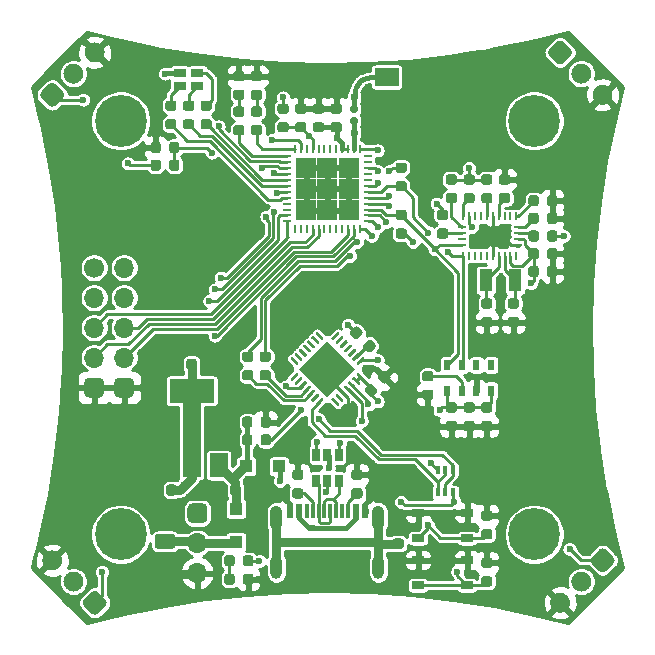
<source format=gtl>
%TF.GenerationSoftware,KiCad,Pcbnew,(5.1.6-0-10_14)*%
%TF.CreationDate,2020-08-05T09:35:40-10:00*%
%TF.ProjectId,flight-computer-2,666c6967-6874-42d6-936f-6d7075746572,rev?*%
%TF.SameCoordinates,Original*%
%TF.FileFunction,Copper,L1,Top*%
%TF.FilePolarity,Positive*%
%FSLAX46Y46*%
G04 Gerber Fmt 4.6, Leading zero omitted, Abs format (unit mm)*
G04 Created by KiCad (PCBNEW (5.1.6-0-10_14)) date 2020-08-05 09:35:40*
%MOMM*%
%LPD*%
G01*
G04 APERTURE LIST*
%TA.AperFunction,ComponentPad*%
%ADD10O,1.000000X2.000000*%
%TD*%
%TA.AperFunction,ComponentPad*%
%ADD11O,1.050000X2.100000*%
%TD*%
%TA.AperFunction,SMDPad,CuDef*%
%ADD12R,0.600000X1.150000*%
%TD*%
%TA.AperFunction,SMDPad,CuDef*%
%ADD13R,0.300000X1.150000*%
%TD*%
%TA.AperFunction,SMDPad,CuDef*%
%ADD14R,0.650000X1.060000*%
%TD*%
%TA.AperFunction,SMDPad,CuDef*%
%ADD15R,3.800000X2.000000*%
%TD*%
%TA.AperFunction,SMDPad,CuDef*%
%ADD16R,1.500000X2.000000*%
%TD*%
%TA.AperFunction,SMDPad,CuDef*%
%ADD17R,0.675000X0.254000*%
%TD*%
%TA.AperFunction,SMDPad,CuDef*%
%ADD18R,0.254000X0.675000*%
%TD*%
%TA.AperFunction,SMDPad,CuDef*%
%ADD19R,1.800000X1.800000*%
%TD*%
%TA.AperFunction,SMDPad,CuDef*%
%ADD20R,0.700000X0.250000*%
%TD*%
%TA.AperFunction,SMDPad,CuDef*%
%ADD21R,0.250000X0.700000*%
%TD*%
%TA.AperFunction,ComponentPad*%
%ADD22C,4.400000*%
%TD*%
%TA.AperFunction,ComponentPad*%
%ADD23O,1.700000X1.700000*%
%TD*%
%TA.AperFunction,SMDPad,CuDef*%
%ADD24R,2.040000X1.540000*%
%TD*%
%TA.AperFunction,SMDPad,CuDef*%
%ADD25R,1.100000X1.100000*%
%TD*%
%TA.AperFunction,SMDPad,CuDef*%
%ADD26R,1.000000X0.800000*%
%TD*%
%TA.AperFunction,SMDPad,CuDef*%
%ADD27R,0.400000X0.650000*%
%TD*%
%TA.AperFunction,SMDPad,CuDef*%
%ADD28C,0.100000*%
%TD*%
%TA.AperFunction,SMDPad,CuDef*%
%ADD29R,0.550000X0.950000*%
%TD*%
%TA.AperFunction,SMDPad,CuDef*%
%ADD30R,1.100000X1.900000*%
%TD*%
%TA.AperFunction,ComponentPad*%
%ADD31C,1.700000*%
%TD*%
%TA.AperFunction,SMDPad,CuDef*%
%ADD32R,1.050000X0.650000*%
%TD*%
%TA.AperFunction,ViaPad*%
%ADD33C,0.600000*%
%TD*%
%TA.AperFunction,Conductor*%
%ADD34C,0.254000*%
%TD*%
%TA.AperFunction,Conductor*%
%ADD35C,0.381000*%
%TD*%
%TA.AperFunction,Conductor*%
%ADD36C,0.762000*%
%TD*%
%TA.AperFunction,Conductor*%
%ADD37C,1.500000*%
%TD*%
G04 APERTURE END LIST*
%TA.AperFunction,SMDPad,CuDef*%
G36*
G01*
X133506250Y-65900000D02*
X132993750Y-65900000D01*
G75*
G02*
X132775000Y-65681250I0J218750D01*
G01*
X132775000Y-65243750D01*
G75*
G02*
X132993750Y-65025000I218750J0D01*
G01*
X133506250Y-65025000D01*
G75*
G02*
X133725000Y-65243750I0J-218750D01*
G01*
X133725000Y-65681250D01*
G75*
G02*
X133506250Y-65900000I-218750J0D01*
G01*
G37*
%TD.AperFunction*%
%TA.AperFunction,SMDPad,CuDef*%
G36*
G01*
X133506250Y-67475000D02*
X132993750Y-67475000D01*
G75*
G02*
X132775000Y-67256250I0J218750D01*
G01*
X132775000Y-66818750D01*
G75*
G02*
X132993750Y-66600000I218750J0D01*
G01*
X133506250Y-66600000D01*
G75*
G02*
X133725000Y-66818750I0J-218750D01*
G01*
X133725000Y-67256250D01*
G75*
G02*
X133506250Y-67475000I-218750J0D01*
G01*
G37*
%TD.AperFunction*%
D10*
X113180000Y-87800000D03*
X121820000Y-87800000D03*
D11*
X113180000Y-83620000D03*
X121820000Y-83620000D03*
D12*
X114300000Y-83045000D03*
X120700000Y-83045000D03*
X115100000Y-83045000D03*
X119900000Y-83045000D03*
D13*
X117750000Y-83045000D03*
X117250000Y-83045000D03*
X118250000Y-83045000D03*
X118750000Y-83045000D03*
X119250000Y-83045000D03*
X116750000Y-83045000D03*
X116250000Y-83045000D03*
X115750000Y-83045000D03*
D14*
X117500000Y-78300000D03*
X116550000Y-78300000D03*
X118450000Y-78300000D03*
X118450000Y-80500000D03*
X117500000Y-80500000D03*
X116550000Y-80500000D03*
%TA.AperFunction,SMDPad,CuDef*%
G36*
G01*
X104100000Y-54006250D02*
X104100000Y-53493750D01*
G75*
G02*
X104318750Y-53275000I218750J0D01*
G01*
X104756250Y-53275000D01*
G75*
G02*
X104975000Y-53493750I0J-218750D01*
G01*
X104975000Y-54006250D01*
G75*
G02*
X104756250Y-54225000I-218750J0D01*
G01*
X104318750Y-54225000D01*
G75*
G02*
X104100000Y-54006250I0J218750D01*
G01*
G37*
%TD.AperFunction*%
%TA.AperFunction,SMDPad,CuDef*%
G36*
G01*
X102525000Y-54006250D02*
X102525000Y-53493750D01*
G75*
G02*
X102743750Y-53275000I218750J0D01*
G01*
X103181250Y-53275000D01*
G75*
G02*
X103400000Y-53493750I0J-218750D01*
G01*
X103400000Y-54006250D01*
G75*
G02*
X103181250Y-54225000I-218750J0D01*
G01*
X102743750Y-54225000D01*
G75*
G02*
X102525000Y-54006250I0J218750D01*
G01*
G37*
%TD.AperFunction*%
D15*
X106000000Y-72850000D03*
D16*
X106000000Y-79150000D03*
X108300000Y-79150000D03*
X103700000Y-79150000D03*
%TA.AperFunction,SMDPad,CuDef*%
G36*
G01*
X111243750Y-47350000D02*
X111756250Y-47350000D01*
G75*
G02*
X111975000Y-47568750I0J-218750D01*
G01*
X111975000Y-48006250D01*
G75*
G02*
X111756250Y-48225000I-218750J0D01*
G01*
X111243750Y-48225000D01*
G75*
G02*
X111025000Y-48006250I0J218750D01*
G01*
X111025000Y-47568750D01*
G75*
G02*
X111243750Y-47350000I218750J0D01*
G01*
G37*
%TD.AperFunction*%
%TA.AperFunction,SMDPad,CuDef*%
G36*
G01*
X111243750Y-45775000D02*
X111756250Y-45775000D01*
G75*
G02*
X111975000Y-45993750I0J-218750D01*
G01*
X111975000Y-46431250D01*
G75*
G02*
X111756250Y-46650000I-218750J0D01*
G01*
X111243750Y-46650000D01*
G75*
G02*
X111025000Y-46431250I0J218750D01*
G01*
X111025000Y-45993750D01*
G75*
G02*
X111243750Y-45775000I218750J0D01*
G01*
G37*
%TD.AperFunction*%
D17*
X128862500Y-60500000D03*
D18*
X133500000Y-58087500D03*
D17*
X133637500Y-60500000D03*
D18*
X133500000Y-61412500D03*
D17*
X133637500Y-60000000D03*
X133637500Y-59500000D03*
X133637500Y-59000000D03*
D18*
X133000000Y-61412500D03*
X132500000Y-61412500D03*
X132000000Y-61412500D03*
X131500000Y-61412500D03*
X131000000Y-61412500D03*
X130500000Y-61412500D03*
X130000000Y-61412500D03*
X129500000Y-61412500D03*
X129000000Y-61412500D03*
X133000000Y-58087500D03*
X132500000Y-58087500D03*
X132000000Y-58087500D03*
X131500000Y-58087500D03*
X131000000Y-58087500D03*
X130500000Y-58087500D03*
X130000000Y-58087500D03*
X129500000Y-58087500D03*
X129000000Y-58087500D03*
D17*
X128862500Y-60000000D03*
X128862500Y-59500000D03*
X128862500Y-59000000D03*
D19*
X119300000Y-53950000D03*
X115700000Y-55750000D03*
X115700000Y-57550000D03*
X115700000Y-53950000D03*
X117500000Y-57550000D03*
X117500000Y-55750000D03*
X117500000Y-53950000D03*
X119300000Y-57550000D03*
X119300000Y-55750000D03*
D20*
X120900000Y-53000000D03*
X120900000Y-53500000D03*
X120900000Y-54000000D03*
X120900000Y-54500000D03*
X120900000Y-55000000D03*
X120900000Y-55500000D03*
X120900000Y-56000000D03*
X120900000Y-56500000D03*
X120900000Y-57000000D03*
X120900000Y-57500000D03*
X120900000Y-58000000D03*
X120900000Y-58500000D03*
D21*
X120250000Y-59150000D03*
X119750000Y-59150000D03*
X119250000Y-59150000D03*
X118750000Y-59150000D03*
X118250000Y-59150000D03*
X117750000Y-59150000D03*
X117250000Y-59150000D03*
X116750000Y-59150000D03*
X116250000Y-59150000D03*
X115750000Y-59150000D03*
X115250000Y-59150000D03*
X114750000Y-59150000D03*
D20*
X114100000Y-58500000D03*
X114100000Y-58000000D03*
X114100000Y-57500000D03*
X114100000Y-57000000D03*
X114100000Y-56500000D03*
X114100000Y-56000000D03*
X114100000Y-55500000D03*
X114100000Y-55000000D03*
X114100000Y-54500000D03*
X114100000Y-54000000D03*
X114100000Y-53500000D03*
X114100000Y-53000000D03*
D21*
X114750000Y-52350000D03*
X115250000Y-52350000D03*
X115750000Y-52350000D03*
X116250000Y-52350000D03*
X116750000Y-52350000D03*
X117250000Y-52350000D03*
X117750000Y-52350000D03*
X118250000Y-52350000D03*
X118750000Y-52350000D03*
X119250000Y-52350000D03*
X119750000Y-52350000D03*
X120250000Y-52350000D03*
D22*
X100000000Y-50000000D03*
X135000000Y-50000000D03*
X135000000Y-85000000D03*
X100000000Y-85000000D03*
%TA.AperFunction,ComponentPad*%
G36*
G01*
X94804990Y-86602908D02*
X94804990Y-86602908D01*
G75*
G02*
X94804990Y-87804990I-601041J-601041D01*
G01*
X94804990Y-87804990D01*
G75*
G02*
X93602908Y-87804990I-601041J601041D01*
G01*
X93602908Y-87804990D01*
G75*
G02*
X93602908Y-86602908I601041J601041D01*
G01*
X93602908Y-86602908D01*
G75*
G02*
X94804990Y-86602908I601041J-601041D01*
G01*
G37*
%TD.AperFunction*%
%TA.AperFunction,ComponentPad*%
G36*
G01*
X96601041Y-88398959D02*
X96601041Y-88398959D01*
G75*
G02*
X96601041Y-89601041I-601041J-601041D01*
G01*
X96601041Y-89601041D01*
G75*
G02*
X95398959Y-89601041I-601041J601041D01*
G01*
X95398959Y-89601041D01*
G75*
G02*
X95398959Y-88398959I601041J601041D01*
G01*
X95398959Y-88398959D01*
G75*
G02*
X96601041Y-88398959I601041J-601041D01*
G01*
G37*
%TD.AperFunction*%
%TA.AperFunction,ComponentPad*%
G36*
G01*
X98096571Y-89894490D02*
X98697612Y-90495531D01*
G75*
G02*
X98697612Y-91096571I-300520J-300520D01*
G01*
X98096571Y-91697612D01*
G75*
G02*
X97495531Y-91697612I-300520J300520D01*
G01*
X96894490Y-91096571D01*
G75*
G02*
X96894490Y-90495531I300520J300520D01*
G01*
X97495531Y-89894490D01*
G75*
G02*
X98096571Y-89894490I300520J-300520D01*
G01*
G37*
%TD.AperFunction*%
%TA.AperFunction,ComponentPad*%
G36*
G01*
X136602908Y-90195010D02*
X136602908Y-90195010D01*
G75*
G02*
X137804990Y-90195010I601041J-601041D01*
G01*
X137804990Y-90195010D01*
G75*
G02*
X137804990Y-91397092I-601041J-601041D01*
G01*
X137804990Y-91397092D01*
G75*
G02*
X136602908Y-91397092I-601041J601041D01*
G01*
X136602908Y-91397092D01*
G75*
G02*
X136602908Y-90195010I601041J601041D01*
G01*
G37*
%TD.AperFunction*%
%TA.AperFunction,ComponentPad*%
G36*
G01*
X138398959Y-88398959D02*
X138398959Y-88398959D01*
G75*
G02*
X139601041Y-88398959I601041J-601041D01*
G01*
X139601041Y-88398959D01*
G75*
G02*
X139601041Y-89601041I-601041J-601041D01*
G01*
X139601041Y-89601041D01*
G75*
G02*
X138398959Y-89601041I-601041J601041D01*
G01*
X138398959Y-89601041D01*
G75*
G02*
X138398959Y-88398959I601041J601041D01*
G01*
G37*
%TD.AperFunction*%
%TA.AperFunction,ComponentPad*%
G36*
G01*
X139894490Y-86903429D02*
X140495531Y-86302388D01*
G75*
G02*
X141096571Y-86302388I300520J-300520D01*
G01*
X141697612Y-86903429D01*
G75*
G02*
X141697612Y-87504469I-300520J-300520D01*
G01*
X141096571Y-88105510D01*
G75*
G02*
X140495531Y-88105510I-300520J300520D01*
G01*
X139894490Y-87504469D01*
G75*
G02*
X139894490Y-86903429I300520J300520D01*
G01*
G37*
%TD.AperFunction*%
%TA.AperFunction,ComponentPad*%
G36*
G01*
X140195010Y-48397092D02*
X140195010Y-48397092D01*
G75*
G02*
X140195010Y-47195010I601041J601041D01*
G01*
X140195010Y-47195010D01*
G75*
G02*
X141397092Y-47195010I601041J-601041D01*
G01*
X141397092Y-47195010D01*
G75*
G02*
X141397092Y-48397092I-601041J-601041D01*
G01*
X141397092Y-48397092D01*
G75*
G02*
X140195010Y-48397092I-601041J601041D01*
G01*
G37*
%TD.AperFunction*%
%TA.AperFunction,ComponentPad*%
G36*
G01*
X138398959Y-46601041D02*
X138398959Y-46601041D01*
G75*
G02*
X138398959Y-45398959I601041J601041D01*
G01*
X138398959Y-45398959D01*
G75*
G02*
X139601041Y-45398959I601041J-601041D01*
G01*
X139601041Y-45398959D01*
G75*
G02*
X139601041Y-46601041I-601041J-601041D01*
G01*
X139601041Y-46601041D01*
G75*
G02*
X138398959Y-46601041I-601041J601041D01*
G01*
G37*
%TD.AperFunction*%
%TA.AperFunction,ComponentPad*%
G36*
G01*
X136903429Y-45105510D02*
X136302388Y-44504469D01*
G75*
G02*
X136302388Y-43903429I300520J300520D01*
G01*
X136903429Y-43302388D01*
G75*
G02*
X137504469Y-43302388I300520J-300520D01*
G01*
X138105510Y-43903429D01*
G75*
G02*
X138105510Y-44504469I-300520J-300520D01*
G01*
X137504469Y-45105510D01*
G75*
G02*
X136903429Y-45105510I-300520J300520D01*
G01*
G37*
%TD.AperFunction*%
%TA.AperFunction,ComponentPad*%
G36*
G01*
X98397092Y-44804990D02*
X98397092Y-44804990D01*
G75*
G02*
X97195010Y-44804990I-601041J601041D01*
G01*
X97195010Y-44804990D01*
G75*
G02*
X97195010Y-43602908I601041J601041D01*
G01*
X97195010Y-43602908D01*
G75*
G02*
X98397092Y-43602908I601041J-601041D01*
G01*
X98397092Y-43602908D01*
G75*
G02*
X98397092Y-44804990I-601041J-601041D01*
G01*
G37*
%TD.AperFunction*%
%TA.AperFunction,ComponentPad*%
G36*
G01*
X96601041Y-46601041D02*
X96601041Y-46601041D01*
G75*
G02*
X95398959Y-46601041I-601041J601041D01*
G01*
X95398959Y-46601041D01*
G75*
G02*
X95398959Y-45398959I601041J601041D01*
G01*
X95398959Y-45398959D01*
G75*
G02*
X96601041Y-45398959I601041J-601041D01*
G01*
X96601041Y-45398959D01*
G75*
G02*
X96601041Y-46601041I-601041J-601041D01*
G01*
G37*
%TD.AperFunction*%
%TA.AperFunction,ComponentPad*%
G36*
G01*
X95105510Y-48096571D02*
X94504469Y-48697612D01*
G75*
G02*
X93903429Y-48697612I-300520J300520D01*
G01*
X93302388Y-48096571D01*
G75*
G02*
X93302388Y-47495531I300520J300520D01*
G01*
X93903429Y-46894490D01*
G75*
G02*
X94504469Y-46894490I300520J-300520D01*
G01*
X95105510Y-47495531D01*
G75*
G02*
X95105510Y-48096571I-300520J-300520D01*
G01*
G37*
%TD.AperFunction*%
D23*
X106500000Y-88290000D03*
X106500000Y-85750000D03*
%TA.AperFunction,ComponentPad*%
G36*
G01*
X105650000Y-83635000D02*
X105650000Y-82785000D01*
G75*
G02*
X106075000Y-82360000I425000J0D01*
G01*
X106925000Y-82360000D01*
G75*
G02*
X107350000Y-82785000I0J-425000D01*
G01*
X107350000Y-83635000D01*
G75*
G02*
X106925000Y-84060000I-425000J0D01*
G01*
X106075000Y-84060000D01*
G75*
G02*
X105650000Y-83635000I0J425000D01*
G01*
G37*
%TD.AperFunction*%
D24*
X122535000Y-46285000D03*
X124965000Y-46285000D03*
X124965000Y-48215000D03*
X122535000Y-48215000D03*
D25*
X109750000Y-82850000D03*
X109750000Y-85650000D03*
X110600000Y-79250000D03*
X113400000Y-79250000D03*
D26*
X105000000Y-45950000D03*
X106500000Y-45950000D03*
X106500000Y-47050000D03*
X105000000Y-47050000D03*
D27*
X128150000Y-79550000D03*
X126850000Y-79550000D03*
X127500000Y-81450000D03*
X127500000Y-79550000D03*
X126850000Y-81450000D03*
X128150000Y-81450000D03*
%TA.AperFunction,SMDPad,CuDef*%
D28*
G36*
X119868808Y-71000000D02*
G01*
X117500000Y-73368808D01*
X115131192Y-71000000D01*
X117500000Y-68631192D01*
X119868808Y-71000000D01*
G37*
%TD.AperFunction*%
%TA.AperFunction,SMDPad,CuDef*%
G36*
G01*
X117155286Y-73642812D02*
X116677989Y-74120109D01*
G75*
G02*
X116589601Y-74120109I-44194J44194D01*
G01*
X116501212Y-74031720D01*
G75*
G02*
X116501212Y-73943332I44194J44194D01*
G01*
X116978509Y-73466035D01*
G75*
G02*
X117066897Y-73466035I44194J-44194D01*
G01*
X117155286Y-73554424D01*
G75*
G02*
X117155286Y-73642812I-44194J-44194D01*
G01*
G37*
%TD.AperFunction*%
%TA.AperFunction,SMDPad,CuDef*%
G36*
G01*
X116801732Y-73289258D02*
X116324435Y-73766555D01*
G75*
G02*
X116236047Y-73766555I-44194J44194D01*
G01*
X116147658Y-73678166D01*
G75*
G02*
X116147658Y-73589778I44194J44194D01*
G01*
X116624955Y-73112481D01*
G75*
G02*
X116713343Y-73112481I44194J-44194D01*
G01*
X116801732Y-73200870D01*
G75*
G02*
X116801732Y-73289258I-44194J-44194D01*
G01*
G37*
%TD.AperFunction*%
%TA.AperFunction,SMDPad,CuDef*%
G36*
G01*
X116448179Y-72935705D02*
X115970882Y-73413002D01*
G75*
G02*
X115882494Y-73413002I-44194J44194D01*
G01*
X115794105Y-73324613D01*
G75*
G02*
X115794105Y-73236225I44194J44194D01*
G01*
X116271402Y-72758928D01*
G75*
G02*
X116359790Y-72758928I44194J-44194D01*
G01*
X116448179Y-72847317D01*
G75*
G02*
X116448179Y-72935705I-44194J-44194D01*
G01*
G37*
%TD.AperFunction*%
%TA.AperFunction,SMDPad,CuDef*%
G36*
G01*
X116094625Y-72582152D02*
X115617328Y-73059449D01*
G75*
G02*
X115528940Y-73059449I-44194J44194D01*
G01*
X115440551Y-72971060D01*
G75*
G02*
X115440551Y-72882672I44194J44194D01*
G01*
X115917848Y-72405375D01*
G75*
G02*
X116006236Y-72405375I44194J-44194D01*
G01*
X116094625Y-72493764D01*
G75*
G02*
X116094625Y-72582152I-44194J-44194D01*
G01*
G37*
%TD.AperFunction*%
%TA.AperFunction,SMDPad,CuDef*%
G36*
G01*
X115741072Y-72228598D02*
X115263775Y-72705895D01*
G75*
G02*
X115175387Y-72705895I-44194J44194D01*
G01*
X115086998Y-72617506D01*
G75*
G02*
X115086998Y-72529118I44194J44194D01*
G01*
X115564295Y-72051821D01*
G75*
G02*
X115652683Y-72051821I44194J-44194D01*
G01*
X115741072Y-72140210D01*
G75*
G02*
X115741072Y-72228598I-44194J-44194D01*
G01*
G37*
%TD.AperFunction*%
%TA.AperFunction,SMDPad,CuDef*%
G36*
G01*
X115387519Y-71875045D02*
X114910222Y-72352342D01*
G75*
G02*
X114821834Y-72352342I-44194J44194D01*
G01*
X114733445Y-72263953D01*
G75*
G02*
X114733445Y-72175565I44194J44194D01*
G01*
X115210742Y-71698268D01*
G75*
G02*
X115299130Y-71698268I44194J-44194D01*
G01*
X115387519Y-71786657D01*
G75*
G02*
X115387519Y-71875045I-44194J-44194D01*
G01*
G37*
%TD.AperFunction*%
%TA.AperFunction,SMDPad,CuDef*%
G36*
G01*
X115033965Y-71521491D02*
X114556668Y-71998788D01*
G75*
G02*
X114468280Y-71998788I-44194J44194D01*
G01*
X114379891Y-71910399D01*
G75*
G02*
X114379891Y-71822011I44194J44194D01*
G01*
X114857188Y-71344714D01*
G75*
G02*
X114945576Y-71344714I44194J-44194D01*
G01*
X115033965Y-71433103D01*
G75*
G02*
X115033965Y-71521491I-44194J-44194D01*
G01*
G37*
%TD.AperFunction*%
%TA.AperFunction,SMDPad,CuDef*%
G36*
G01*
X115033965Y-70566898D02*
X114945576Y-70655286D01*
G75*
G02*
X114857188Y-70655286I-44194J44194D01*
G01*
X114379891Y-70177989D01*
G75*
G02*
X114379891Y-70089601I44194J44194D01*
G01*
X114468280Y-70001212D01*
G75*
G02*
X114556668Y-70001212I44194J-44194D01*
G01*
X115033965Y-70478509D01*
G75*
G02*
X115033965Y-70566897I-44194J-44194D01*
G01*
G37*
%TD.AperFunction*%
%TA.AperFunction,SMDPad,CuDef*%
G36*
G01*
X115387519Y-70213344D02*
X115299130Y-70301732D01*
G75*
G02*
X115210742Y-70301732I-44194J44194D01*
G01*
X114733445Y-69824435D01*
G75*
G02*
X114733445Y-69736047I44194J44194D01*
G01*
X114821834Y-69647658D01*
G75*
G02*
X114910222Y-69647658I44194J-44194D01*
G01*
X115387519Y-70124955D01*
G75*
G02*
X115387519Y-70213343I-44194J-44194D01*
G01*
G37*
%TD.AperFunction*%
%TA.AperFunction,SMDPad,CuDef*%
G36*
G01*
X115741072Y-69859791D02*
X115652683Y-69948179D01*
G75*
G02*
X115564295Y-69948179I-44194J44194D01*
G01*
X115086998Y-69470882D01*
G75*
G02*
X115086998Y-69382494I44194J44194D01*
G01*
X115175387Y-69294105D01*
G75*
G02*
X115263775Y-69294105I44194J-44194D01*
G01*
X115741072Y-69771402D01*
G75*
G02*
X115741072Y-69859790I-44194J-44194D01*
G01*
G37*
%TD.AperFunction*%
%TA.AperFunction,SMDPad,CuDef*%
G36*
G01*
X116094625Y-69506237D02*
X116006236Y-69594625D01*
G75*
G02*
X115917848Y-69594625I-44194J44194D01*
G01*
X115440551Y-69117328D01*
G75*
G02*
X115440551Y-69028940I44194J44194D01*
G01*
X115528940Y-68940551D01*
G75*
G02*
X115617328Y-68940551I44194J-44194D01*
G01*
X116094625Y-69417848D01*
G75*
G02*
X116094625Y-69506236I-44194J-44194D01*
G01*
G37*
%TD.AperFunction*%
%TA.AperFunction,SMDPad,CuDef*%
G36*
G01*
X116448179Y-69152684D02*
X116359790Y-69241072D01*
G75*
G02*
X116271402Y-69241072I-44194J44194D01*
G01*
X115794105Y-68763775D01*
G75*
G02*
X115794105Y-68675387I44194J44194D01*
G01*
X115882494Y-68586998D01*
G75*
G02*
X115970882Y-68586998I44194J-44194D01*
G01*
X116448179Y-69064295D01*
G75*
G02*
X116448179Y-69152683I-44194J-44194D01*
G01*
G37*
%TD.AperFunction*%
%TA.AperFunction,SMDPad,CuDef*%
G36*
G01*
X116801732Y-68799131D02*
X116713343Y-68887519D01*
G75*
G02*
X116624955Y-68887519I-44194J44194D01*
G01*
X116147658Y-68410222D01*
G75*
G02*
X116147658Y-68321834I44194J44194D01*
G01*
X116236047Y-68233445D01*
G75*
G02*
X116324435Y-68233445I44194J-44194D01*
G01*
X116801732Y-68710742D01*
G75*
G02*
X116801732Y-68799130I-44194J-44194D01*
G01*
G37*
%TD.AperFunction*%
%TA.AperFunction,SMDPad,CuDef*%
G36*
G01*
X117155286Y-68445577D02*
X117066897Y-68533965D01*
G75*
G02*
X116978509Y-68533965I-44194J44194D01*
G01*
X116501212Y-68056668D01*
G75*
G02*
X116501212Y-67968280I44194J44194D01*
G01*
X116589601Y-67879891D01*
G75*
G02*
X116677989Y-67879891I44194J-44194D01*
G01*
X117155286Y-68357188D01*
G75*
G02*
X117155286Y-68445576I-44194J-44194D01*
G01*
G37*
%TD.AperFunction*%
%TA.AperFunction,SMDPad,CuDef*%
G36*
G01*
X118498788Y-68056668D02*
X118021491Y-68533965D01*
G75*
G02*
X117933103Y-68533965I-44194J44194D01*
G01*
X117844714Y-68445576D01*
G75*
G02*
X117844714Y-68357188I44194J44194D01*
G01*
X118322011Y-67879891D01*
G75*
G02*
X118410399Y-67879891I44194J-44194D01*
G01*
X118498788Y-67968280D01*
G75*
G02*
X118498788Y-68056668I-44194J-44194D01*
G01*
G37*
%TD.AperFunction*%
%TA.AperFunction,SMDPad,CuDef*%
G36*
G01*
X118852342Y-68410222D02*
X118375045Y-68887519D01*
G75*
G02*
X118286657Y-68887519I-44194J44194D01*
G01*
X118198268Y-68799130D01*
G75*
G02*
X118198268Y-68710742I44194J44194D01*
G01*
X118675565Y-68233445D01*
G75*
G02*
X118763953Y-68233445I44194J-44194D01*
G01*
X118852342Y-68321834D01*
G75*
G02*
X118852342Y-68410222I-44194J-44194D01*
G01*
G37*
%TD.AperFunction*%
%TA.AperFunction,SMDPad,CuDef*%
G36*
G01*
X119205895Y-68763775D02*
X118728598Y-69241072D01*
G75*
G02*
X118640210Y-69241072I-44194J44194D01*
G01*
X118551821Y-69152683D01*
G75*
G02*
X118551821Y-69064295I44194J44194D01*
G01*
X119029118Y-68586998D01*
G75*
G02*
X119117506Y-68586998I44194J-44194D01*
G01*
X119205895Y-68675387D01*
G75*
G02*
X119205895Y-68763775I-44194J-44194D01*
G01*
G37*
%TD.AperFunction*%
%TA.AperFunction,SMDPad,CuDef*%
G36*
G01*
X119559449Y-69117328D02*
X119082152Y-69594625D01*
G75*
G02*
X118993764Y-69594625I-44194J44194D01*
G01*
X118905375Y-69506236D01*
G75*
G02*
X118905375Y-69417848I44194J44194D01*
G01*
X119382672Y-68940551D01*
G75*
G02*
X119471060Y-68940551I44194J-44194D01*
G01*
X119559449Y-69028940D01*
G75*
G02*
X119559449Y-69117328I-44194J-44194D01*
G01*
G37*
%TD.AperFunction*%
%TA.AperFunction,SMDPad,CuDef*%
G36*
G01*
X119913002Y-69470882D02*
X119435705Y-69948179D01*
G75*
G02*
X119347317Y-69948179I-44194J44194D01*
G01*
X119258928Y-69859790D01*
G75*
G02*
X119258928Y-69771402I44194J44194D01*
G01*
X119736225Y-69294105D01*
G75*
G02*
X119824613Y-69294105I44194J-44194D01*
G01*
X119913002Y-69382494D01*
G75*
G02*
X119913002Y-69470882I-44194J-44194D01*
G01*
G37*
%TD.AperFunction*%
%TA.AperFunction,SMDPad,CuDef*%
G36*
G01*
X120266555Y-69824435D02*
X119789258Y-70301732D01*
G75*
G02*
X119700870Y-70301732I-44194J44194D01*
G01*
X119612481Y-70213343D01*
G75*
G02*
X119612481Y-70124955I44194J44194D01*
G01*
X120089778Y-69647658D01*
G75*
G02*
X120178166Y-69647658I44194J-44194D01*
G01*
X120266555Y-69736047D01*
G75*
G02*
X120266555Y-69824435I-44194J-44194D01*
G01*
G37*
%TD.AperFunction*%
%TA.AperFunction,SMDPad,CuDef*%
G36*
G01*
X120620109Y-70177989D02*
X120142812Y-70655286D01*
G75*
G02*
X120054424Y-70655286I-44194J44194D01*
G01*
X119966035Y-70566897D01*
G75*
G02*
X119966035Y-70478509I44194J44194D01*
G01*
X120443332Y-70001212D01*
G75*
G02*
X120531720Y-70001212I44194J-44194D01*
G01*
X120620109Y-70089601D01*
G75*
G02*
X120620109Y-70177989I-44194J-44194D01*
G01*
G37*
%TD.AperFunction*%
%TA.AperFunction,SMDPad,CuDef*%
G36*
G01*
X120620109Y-71910400D02*
X120531720Y-71998788D01*
G75*
G02*
X120443332Y-71998788I-44194J44194D01*
G01*
X119966035Y-71521491D01*
G75*
G02*
X119966035Y-71433103I44194J44194D01*
G01*
X120054424Y-71344714D01*
G75*
G02*
X120142812Y-71344714I44194J-44194D01*
G01*
X120620109Y-71822011D01*
G75*
G02*
X120620109Y-71910399I-44194J-44194D01*
G01*
G37*
%TD.AperFunction*%
%TA.AperFunction,SMDPad,CuDef*%
G36*
G01*
X120266555Y-72263954D02*
X120178166Y-72352342D01*
G75*
G02*
X120089778Y-72352342I-44194J44194D01*
G01*
X119612481Y-71875045D01*
G75*
G02*
X119612481Y-71786657I44194J44194D01*
G01*
X119700870Y-71698268D01*
G75*
G02*
X119789258Y-71698268I44194J-44194D01*
G01*
X120266555Y-72175565D01*
G75*
G02*
X120266555Y-72263953I-44194J-44194D01*
G01*
G37*
%TD.AperFunction*%
%TA.AperFunction,SMDPad,CuDef*%
G36*
G01*
X119913002Y-72617507D02*
X119824613Y-72705895D01*
G75*
G02*
X119736225Y-72705895I-44194J44194D01*
G01*
X119258928Y-72228598D01*
G75*
G02*
X119258928Y-72140210I44194J44194D01*
G01*
X119347317Y-72051821D01*
G75*
G02*
X119435705Y-72051821I44194J-44194D01*
G01*
X119913002Y-72529118D01*
G75*
G02*
X119913002Y-72617506I-44194J-44194D01*
G01*
G37*
%TD.AperFunction*%
%TA.AperFunction,SMDPad,CuDef*%
G36*
G01*
X119559449Y-72971061D02*
X119471060Y-73059449D01*
G75*
G02*
X119382672Y-73059449I-44194J44194D01*
G01*
X118905375Y-72582152D01*
G75*
G02*
X118905375Y-72493764I44194J44194D01*
G01*
X118993764Y-72405375D01*
G75*
G02*
X119082152Y-72405375I44194J-44194D01*
G01*
X119559449Y-72882672D01*
G75*
G02*
X119559449Y-72971060I-44194J-44194D01*
G01*
G37*
%TD.AperFunction*%
%TA.AperFunction,SMDPad,CuDef*%
G36*
G01*
X119205895Y-73324614D02*
X119117506Y-73413002D01*
G75*
G02*
X119029118Y-73413002I-44194J44194D01*
G01*
X118551821Y-72935705D01*
G75*
G02*
X118551821Y-72847317I44194J44194D01*
G01*
X118640210Y-72758928D01*
G75*
G02*
X118728598Y-72758928I44194J-44194D01*
G01*
X119205895Y-73236225D01*
G75*
G02*
X119205895Y-73324613I-44194J-44194D01*
G01*
G37*
%TD.AperFunction*%
%TA.AperFunction,SMDPad,CuDef*%
G36*
G01*
X118852342Y-73678167D02*
X118763953Y-73766555D01*
G75*
G02*
X118675565Y-73766555I-44194J44194D01*
G01*
X118198268Y-73289258D01*
G75*
G02*
X118198268Y-73200870I44194J44194D01*
G01*
X118286657Y-73112481D01*
G75*
G02*
X118375045Y-73112481I44194J-44194D01*
G01*
X118852342Y-73589778D01*
G75*
G02*
X118852342Y-73678166I-44194J-44194D01*
G01*
G37*
%TD.AperFunction*%
%TA.AperFunction,SMDPad,CuDef*%
G36*
G01*
X118498788Y-74031721D02*
X118410399Y-74120109D01*
G75*
G02*
X118322011Y-74120109I-44194J44194D01*
G01*
X117844714Y-73642812D01*
G75*
G02*
X117844714Y-73554424I44194J44194D01*
G01*
X117933103Y-73466035D01*
G75*
G02*
X118021491Y-73466035I44194J-44194D01*
G01*
X118498788Y-73943332D01*
G75*
G02*
X118498788Y-74031720I-44194J-44194D01*
G01*
G37*
%TD.AperFunction*%
D29*
X131375000Y-72824999D03*
X127625000Y-72824999D03*
X128875000Y-72824999D03*
X130125000Y-72824999D03*
X127625000Y-70674999D03*
X128875000Y-70674999D03*
X130125000Y-70674999D03*
X131375000Y-70674999D03*
D30*
X130907485Y-63500000D03*
X133407485Y-63500000D03*
D31*
X97750000Y-62420000D03*
D23*
X100290000Y-62420000D03*
X97750000Y-64960000D03*
X100290000Y-64960000D03*
X97750000Y-67500000D03*
X100290000Y-67500000D03*
X97750000Y-70040000D03*
X100290000Y-70040000D03*
%TA.AperFunction,ComponentPad*%
G36*
G01*
X96900000Y-73005000D02*
X96900000Y-72155000D01*
G75*
G02*
X97325000Y-71730000I425000J0D01*
G01*
X98175000Y-71730000D01*
G75*
G02*
X98600000Y-72155000I0J-425000D01*
G01*
X98600000Y-73005000D01*
G75*
G02*
X98175000Y-73430000I-425000J0D01*
G01*
X97325000Y-73430000D01*
G75*
G02*
X96900000Y-73005000I0J425000D01*
G01*
G37*
%TD.AperFunction*%
%TA.AperFunction,ComponentPad*%
G36*
G01*
X99440000Y-73005000D02*
X99440000Y-72155000D01*
G75*
G02*
X99865000Y-71730000I425000J0D01*
G01*
X100715000Y-71730000D01*
G75*
G02*
X101140000Y-72155000I0J-425000D01*
G01*
X101140000Y-73005000D01*
G75*
G02*
X100715000Y-73430000I-425000J0D01*
G01*
X99865000Y-73430000D01*
G75*
G02*
X99440000Y-73005000I0J425000D01*
G01*
G37*
%TD.AperFunction*%
%TA.AperFunction,SMDPad,CuDef*%
G36*
G01*
X110850000Y-81506250D02*
X110850000Y-80993750D01*
G75*
G02*
X111068750Y-80775000I218750J0D01*
G01*
X111506250Y-80775000D01*
G75*
G02*
X111725000Y-80993750I0J-218750D01*
G01*
X111725000Y-81506250D01*
G75*
G02*
X111506250Y-81725000I-218750J0D01*
G01*
X111068750Y-81725000D01*
G75*
G02*
X110850000Y-81506250I0J218750D01*
G01*
G37*
%TD.AperFunction*%
%TA.AperFunction,SMDPad,CuDef*%
G36*
G01*
X109275000Y-81506250D02*
X109275000Y-80993750D01*
G75*
G02*
X109493750Y-80775000I218750J0D01*
G01*
X109931250Y-80775000D01*
G75*
G02*
X110150000Y-80993750I0J-218750D01*
G01*
X110150000Y-81506250D01*
G75*
G02*
X109931250Y-81725000I-218750J0D01*
G01*
X109493750Y-81725000D01*
G75*
G02*
X109275000Y-81506250I0J218750D01*
G01*
G37*
%TD.AperFunction*%
%TA.AperFunction,SMDPad,CuDef*%
G36*
G01*
X103150000Y-80993750D02*
X103150000Y-81506250D01*
G75*
G02*
X102931250Y-81725000I-218750J0D01*
G01*
X102493750Y-81725000D01*
G75*
G02*
X102275000Y-81506250I0J218750D01*
G01*
X102275000Y-80993750D01*
G75*
G02*
X102493750Y-80775000I218750J0D01*
G01*
X102931250Y-80775000D01*
G75*
G02*
X103150000Y-80993750I0J-218750D01*
G01*
G37*
%TD.AperFunction*%
%TA.AperFunction,SMDPad,CuDef*%
G36*
G01*
X104725000Y-80993750D02*
X104725000Y-81506250D01*
G75*
G02*
X104506250Y-81725000I-218750J0D01*
G01*
X104068750Y-81725000D01*
G75*
G02*
X103850000Y-81506250I0J218750D01*
G01*
X103850000Y-80993750D01*
G75*
G02*
X104068750Y-80775000I218750J0D01*
G01*
X104506250Y-80775000D01*
G75*
G02*
X104725000Y-80993750I0J-218750D01*
G01*
G37*
%TD.AperFunction*%
%TA.AperFunction,SMDPad,CuDef*%
G36*
G01*
X136100000Y-61506250D02*
X136100000Y-60993750D01*
G75*
G02*
X136318750Y-60775000I218750J0D01*
G01*
X136756250Y-60775000D01*
G75*
G02*
X136975000Y-60993750I0J-218750D01*
G01*
X136975000Y-61506250D01*
G75*
G02*
X136756250Y-61725000I-218750J0D01*
G01*
X136318750Y-61725000D01*
G75*
G02*
X136100000Y-61506250I0J218750D01*
G01*
G37*
%TD.AperFunction*%
%TA.AperFunction,SMDPad,CuDef*%
G36*
G01*
X134525000Y-61506250D02*
X134525000Y-60993750D01*
G75*
G02*
X134743750Y-60775000I218750J0D01*
G01*
X135181250Y-60775000D01*
G75*
G02*
X135400000Y-60993750I0J-218750D01*
G01*
X135400000Y-61506250D01*
G75*
G02*
X135181250Y-61725000I-218750J0D01*
G01*
X134743750Y-61725000D01*
G75*
G02*
X134525000Y-61506250I0J218750D01*
G01*
G37*
%TD.AperFunction*%
%TA.AperFunction,SMDPad,CuDef*%
G36*
G01*
X136100000Y-63006250D02*
X136100000Y-62493750D01*
G75*
G02*
X136318750Y-62275000I218750J0D01*
G01*
X136756250Y-62275000D01*
G75*
G02*
X136975000Y-62493750I0J-218750D01*
G01*
X136975000Y-63006250D01*
G75*
G02*
X136756250Y-63225000I-218750J0D01*
G01*
X136318750Y-63225000D01*
G75*
G02*
X136100000Y-63006250I0J218750D01*
G01*
G37*
%TD.AperFunction*%
%TA.AperFunction,SMDPad,CuDef*%
G36*
G01*
X134525000Y-63006250D02*
X134525000Y-62493750D01*
G75*
G02*
X134743750Y-62275000I218750J0D01*
G01*
X135181250Y-62275000D01*
G75*
G02*
X135400000Y-62493750I0J-218750D01*
G01*
X135400000Y-63006250D01*
G75*
G02*
X135181250Y-63225000I-218750J0D01*
G01*
X134743750Y-63225000D01*
G75*
G02*
X134525000Y-63006250I0J218750D01*
G01*
G37*
%TD.AperFunction*%
%TA.AperFunction,SMDPad,CuDef*%
G36*
G01*
X132756250Y-55400000D02*
X132243750Y-55400000D01*
G75*
G02*
X132025000Y-55181250I0J218750D01*
G01*
X132025000Y-54743750D01*
G75*
G02*
X132243750Y-54525000I218750J0D01*
G01*
X132756250Y-54525000D01*
G75*
G02*
X132975000Y-54743750I0J-218750D01*
G01*
X132975000Y-55181250D01*
G75*
G02*
X132756250Y-55400000I-218750J0D01*
G01*
G37*
%TD.AperFunction*%
%TA.AperFunction,SMDPad,CuDef*%
G36*
G01*
X132756250Y-56975000D02*
X132243750Y-56975000D01*
G75*
G02*
X132025000Y-56756250I0J218750D01*
G01*
X132025000Y-56318750D01*
G75*
G02*
X132243750Y-56100000I218750J0D01*
G01*
X132756250Y-56100000D01*
G75*
G02*
X132975000Y-56318750I0J-218750D01*
G01*
X132975000Y-56756250D01*
G75*
G02*
X132756250Y-56975000I-218750J0D01*
G01*
G37*
%TD.AperFunction*%
%TA.AperFunction,SMDPad,CuDef*%
G36*
G01*
X131256250Y-65900000D02*
X130743750Y-65900000D01*
G75*
G02*
X130525000Y-65681250I0J218750D01*
G01*
X130525000Y-65243750D01*
G75*
G02*
X130743750Y-65025000I218750J0D01*
G01*
X131256250Y-65025000D01*
G75*
G02*
X131475000Y-65243750I0J-218750D01*
G01*
X131475000Y-65681250D01*
G75*
G02*
X131256250Y-65900000I-218750J0D01*
G01*
G37*
%TD.AperFunction*%
%TA.AperFunction,SMDPad,CuDef*%
G36*
G01*
X131256250Y-67475000D02*
X130743750Y-67475000D01*
G75*
G02*
X130525000Y-67256250I0J218750D01*
G01*
X130525000Y-66818750D01*
G75*
G02*
X130743750Y-66600000I218750J0D01*
G01*
X131256250Y-66600000D01*
G75*
G02*
X131475000Y-66818750I0J-218750D01*
G01*
X131475000Y-67256250D01*
G75*
G02*
X131256250Y-67475000I-218750J0D01*
G01*
G37*
%TD.AperFunction*%
%TA.AperFunction,SMDPad,CuDef*%
G36*
G01*
X121321316Y-72316292D02*
X121683709Y-72678684D01*
G75*
G02*
X121683709Y-72988044I-154680J-154680D01*
G01*
X121374350Y-73297403D01*
G75*
G02*
X121064990Y-73297403I-154680J154680D01*
G01*
X120702597Y-72935010D01*
G75*
G02*
X120702597Y-72625650I154680J154680D01*
G01*
X121011956Y-72316291D01*
G75*
G02*
X121321316Y-72316291I154680J-154680D01*
G01*
G37*
%TD.AperFunction*%
%TA.AperFunction,SMDPad,CuDef*%
G36*
G01*
X122435010Y-71202598D02*
X122797403Y-71564990D01*
G75*
G02*
X122797403Y-71874350I-154680J-154680D01*
G01*
X122488044Y-72183709D01*
G75*
G02*
X122178684Y-72183709I-154680J154680D01*
G01*
X121816291Y-71821316D01*
G75*
G02*
X121816291Y-71511956I154680J154680D01*
G01*
X122125650Y-71202597D01*
G75*
G02*
X122435010Y-71202597I154680J-154680D01*
G01*
G37*
%TD.AperFunction*%
%TA.AperFunction,SMDPad,CuDef*%
G36*
G01*
X127743750Y-75398097D02*
X128256250Y-75398097D01*
G75*
G02*
X128475000Y-75616847I0J-218750D01*
G01*
X128475000Y-76054347D01*
G75*
G02*
X128256250Y-76273097I-218750J0D01*
G01*
X127743750Y-76273097D01*
G75*
G02*
X127525000Y-76054347I0J218750D01*
G01*
X127525000Y-75616847D01*
G75*
G02*
X127743750Y-75398097I218750J0D01*
G01*
G37*
%TD.AperFunction*%
%TA.AperFunction,SMDPad,CuDef*%
G36*
G01*
X127743750Y-73823097D02*
X128256250Y-73823097D01*
G75*
G02*
X128475000Y-74041847I0J-218750D01*
G01*
X128475000Y-74479347D01*
G75*
G02*
X128256250Y-74698097I-218750J0D01*
G01*
X127743750Y-74698097D01*
G75*
G02*
X127525000Y-74479347I0J218750D01*
G01*
X127525000Y-74041847D01*
G75*
G02*
X127743750Y-73823097I218750J0D01*
G01*
G37*
%TD.AperFunction*%
%TA.AperFunction,SMDPad,CuDef*%
G36*
G01*
X129243750Y-75398097D02*
X129756250Y-75398097D01*
G75*
G02*
X129975000Y-75616847I0J-218750D01*
G01*
X129975000Y-76054347D01*
G75*
G02*
X129756250Y-76273097I-218750J0D01*
G01*
X129243750Y-76273097D01*
G75*
G02*
X129025000Y-76054347I0J218750D01*
G01*
X129025000Y-75616847D01*
G75*
G02*
X129243750Y-75398097I218750J0D01*
G01*
G37*
%TD.AperFunction*%
%TA.AperFunction,SMDPad,CuDef*%
G36*
G01*
X129243750Y-73823097D02*
X129756250Y-73823097D01*
G75*
G02*
X129975000Y-74041847I0J-218750D01*
G01*
X129975000Y-74479347D01*
G75*
G02*
X129756250Y-74698097I-218750J0D01*
G01*
X129243750Y-74698097D01*
G75*
G02*
X129025000Y-74479347I0J218750D01*
G01*
X129025000Y-74041847D01*
G75*
G02*
X129243750Y-73823097I218750J0D01*
G01*
G37*
%TD.AperFunction*%
%TA.AperFunction,SMDPad,CuDef*%
G36*
G01*
X130743750Y-75398097D02*
X131256250Y-75398097D01*
G75*
G02*
X131475000Y-75616847I0J-218750D01*
G01*
X131475000Y-76054347D01*
G75*
G02*
X131256250Y-76273097I-218750J0D01*
G01*
X130743750Y-76273097D01*
G75*
G02*
X130525000Y-76054347I0J218750D01*
G01*
X130525000Y-75616847D01*
G75*
G02*
X130743750Y-75398097I218750J0D01*
G01*
G37*
%TD.AperFunction*%
%TA.AperFunction,SMDPad,CuDef*%
G36*
G01*
X130743750Y-73823097D02*
X131256250Y-73823097D01*
G75*
G02*
X131475000Y-74041847I0J-218750D01*
G01*
X131475000Y-74479347D01*
G75*
G02*
X131256250Y-74698097I-218750J0D01*
G01*
X130743750Y-74698097D01*
G75*
G02*
X130525000Y-74479347I0J218750D01*
G01*
X130525000Y-74041847D01*
G75*
G02*
X130743750Y-73823097I218750J0D01*
G01*
G37*
%TD.AperFunction*%
%TA.AperFunction,SMDPad,CuDef*%
G36*
G01*
X125743750Y-72746446D02*
X126256250Y-72746446D01*
G75*
G02*
X126475000Y-72965196I0J-218750D01*
G01*
X126475000Y-73402696D01*
G75*
G02*
X126256250Y-73621446I-218750J0D01*
G01*
X125743750Y-73621446D01*
G75*
G02*
X125525000Y-73402696I0J218750D01*
G01*
X125525000Y-72965196D01*
G75*
G02*
X125743750Y-72746446I218750J0D01*
G01*
G37*
%TD.AperFunction*%
%TA.AperFunction,SMDPad,CuDef*%
G36*
G01*
X125743750Y-71171446D02*
X126256250Y-71171446D01*
G75*
G02*
X126475000Y-71390196I0J-218750D01*
G01*
X126475000Y-71827696D01*
G75*
G02*
X126256250Y-72046446I-218750J0D01*
G01*
X125743750Y-72046446D01*
G75*
G02*
X125525000Y-71827696I0J218750D01*
G01*
X125525000Y-71390196D01*
G75*
G02*
X125743750Y-71171446I218750J0D01*
G01*
G37*
%TD.AperFunction*%
%TA.AperFunction,SMDPad,CuDef*%
G36*
G01*
X117006250Y-49400000D02*
X116493750Y-49400000D01*
G75*
G02*
X116275000Y-49181250I0J218750D01*
G01*
X116275000Y-48743750D01*
G75*
G02*
X116493750Y-48525000I218750J0D01*
G01*
X117006250Y-48525000D01*
G75*
G02*
X117225000Y-48743750I0J-218750D01*
G01*
X117225000Y-49181250D01*
G75*
G02*
X117006250Y-49400000I-218750J0D01*
G01*
G37*
%TD.AperFunction*%
%TA.AperFunction,SMDPad,CuDef*%
G36*
G01*
X117006250Y-50975000D02*
X116493750Y-50975000D01*
G75*
G02*
X116275000Y-50756250I0J218750D01*
G01*
X116275000Y-50318750D01*
G75*
G02*
X116493750Y-50100000I218750J0D01*
G01*
X117006250Y-50100000D01*
G75*
G02*
X117225000Y-50318750I0J-218750D01*
G01*
X117225000Y-50756250D01*
G75*
G02*
X117006250Y-50975000I-218750J0D01*
G01*
G37*
%TD.AperFunction*%
%TA.AperFunction,SMDPad,CuDef*%
G36*
G01*
X118506250Y-49400000D02*
X117993750Y-49400000D01*
G75*
G02*
X117775000Y-49181250I0J218750D01*
G01*
X117775000Y-48743750D01*
G75*
G02*
X117993750Y-48525000I218750J0D01*
G01*
X118506250Y-48525000D01*
G75*
G02*
X118725000Y-48743750I0J-218750D01*
G01*
X118725000Y-49181250D01*
G75*
G02*
X118506250Y-49400000I-218750J0D01*
G01*
G37*
%TD.AperFunction*%
%TA.AperFunction,SMDPad,CuDef*%
G36*
G01*
X118506250Y-50975000D02*
X117993750Y-50975000D01*
G75*
G02*
X117775000Y-50756250I0J218750D01*
G01*
X117775000Y-50318750D01*
G75*
G02*
X117993750Y-50100000I218750J0D01*
G01*
X118506250Y-50100000D01*
G75*
G02*
X118725000Y-50318750I0J-218750D01*
G01*
X118725000Y-50756250D01*
G75*
G02*
X118506250Y-50975000I-218750J0D01*
G01*
G37*
%TD.AperFunction*%
%TA.AperFunction,SMDPad,CuDef*%
G36*
G01*
X131256250Y-87850000D02*
X130743750Y-87850000D01*
G75*
G02*
X130525000Y-87631250I0J218750D01*
G01*
X130525000Y-87193750D01*
G75*
G02*
X130743750Y-86975000I218750J0D01*
G01*
X131256250Y-86975000D01*
G75*
G02*
X131475000Y-87193750I0J-218750D01*
G01*
X131475000Y-87631250D01*
G75*
G02*
X131256250Y-87850000I-218750J0D01*
G01*
G37*
%TD.AperFunction*%
%TA.AperFunction,SMDPad,CuDef*%
G36*
G01*
X131256250Y-89425000D02*
X130743750Y-89425000D01*
G75*
G02*
X130525000Y-89206250I0J218750D01*
G01*
X130525000Y-88768750D01*
G75*
G02*
X130743750Y-88550000I218750J0D01*
G01*
X131256250Y-88550000D01*
G75*
G02*
X131475000Y-88768750I0J-218750D01*
G01*
X131475000Y-89206250D01*
G75*
G02*
X131256250Y-89425000I-218750J0D01*
G01*
G37*
%TD.AperFunction*%
%TA.AperFunction,SMDPad,CuDef*%
G36*
G01*
X120440000Y-51172500D02*
X120440000Y-50827500D01*
G75*
G02*
X120587500Y-50680000I147500J0D01*
G01*
X120882500Y-50680000D01*
G75*
G02*
X121030000Y-50827500I0J-147500D01*
G01*
X121030000Y-51172500D01*
G75*
G02*
X120882500Y-51320000I-147500J0D01*
G01*
X120587500Y-51320000D01*
G75*
G02*
X120440000Y-51172500I0J147500D01*
G01*
G37*
%TD.AperFunction*%
%TA.AperFunction,SMDPad,CuDef*%
G36*
G01*
X119470000Y-51172500D02*
X119470000Y-50827500D01*
G75*
G02*
X119617500Y-50680000I147500J0D01*
G01*
X119912500Y-50680000D01*
G75*
G02*
X120060000Y-50827500I0J-147500D01*
G01*
X120060000Y-51172500D01*
G75*
G02*
X119912500Y-51320000I-147500J0D01*
G01*
X119617500Y-51320000D01*
G75*
G02*
X119470000Y-51172500I0J147500D01*
G01*
G37*
%TD.AperFunction*%
%TA.AperFunction,SMDPad,CuDef*%
G36*
G01*
X115506250Y-49400000D02*
X114993750Y-49400000D01*
G75*
G02*
X114775000Y-49181250I0J218750D01*
G01*
X114775000Y-48743750D01*
G75*
G02*
X114993750Y-48525000I218750J0D01*
G01*
X115506250Y-48525000D01*
G75*
G02*
X115725000Y-48743750I0J-218750D01*
G01*
X115725000Y-49181250D01*
G75*
G02*
X115506250Y-49400000I-218750J0D01*
G01*
G37*
%TD.AperFunction*%
%TA.AperFunction,SMDPad,CuDef*%
G36*
G01*
X115506250Y-50975000D02*
X114993750Y-50975000D01*
G75*
G02*
X114775000Y-50756250I0J218750D01*
G01*
X114775000Y-50318750D01*
G75*
G02*
X114993750Y-50100000I218750J0D01*
G01*
X115506250Y-50100000D01*
G75*
G02*
X115725000Y-50318750I0J-218750D01*
G01*
X115725000Y-50756250D01*
G75*
G02*
X115506250Y-50975000I-218750J0D01*
G01*
G37*
%TD.AperFunction*%
%TA.AperFunction,SMDPad,CuDef*%
G36*
G01*
X131256250Y-83850000D02*
X130743750Y-83850000D01*
G75*
G02*
X130525000Y-83631250I0J218750D01*
G01*
X130525000Y-83193750D01*
G75*
G02*
X130743750Y-82975000I218750J0D01*
G01*
X131256250Y-82975000D01*
G75*
G02*
X131475000Y-83193750I0J-218750D01*
G01*
X131475000Y-83631250D01*
G75*
G02*
X131256250Y-83850000I-218750J0D01*
G01*
G37*
%TD.AperFunction*%
%TA.AperFunction,SMDPad,CuDef*%
G36*
G01*
X131256250Y-85425000D02*
X130743750Y-85425000D01*
G75*
G02*
X130525000Y-85206250I0J218750D01*
G01*
X130525000Y-84768750D01*
G75*
G02*
X130743750Y-84550000I218750J0D01*
G01*
X131256250Y-84550000D01*
G75*
G02*
X131475000Y-84768750I0J-218750D01*
G01*
X131475000Y-85206250D01*
G75*
G02*
X131256250Y-85425000I-218750J0D01*
G01*
G37*
%TD.AperFunction*%
%TA.AperFunction,SMDPad,CuDef*%
G36*
G01*
X120440000Y-48172500D02*
X120440000Y-47827500D01*
G75*
G02*
X120587500Y-47680000I147500J0D01*
G01*
X120882500Y-47680000D01*
G75*
G02*
X121030000Y-47827500I0J-147500D01*
G01*
X121030000Y-48172500D01*
G75*
G02*
X120882500Y-48320000I-147500J0D01*
G01*
X120587500Y-48320000D01*
G75*
G02*
X120440000Y-48172500I0J147500D01*
G01*
G37*
%TD.AperFunction*%
%TA.AperFunction,SMDPad,CuDef*%
G36*
G01*
X119470000Y-48172500D02*
X119470000Y-47827500D01*
G75*
G02*
X119617500Y-47680000I147500J0D01*
G01*
X119912500Y-47680000D01*
G75*
G02*
X120060000Y-47827500I0J-147500D01*
G01*
X120060000Y-48172500D01*
G75*
G02*
X119912500Y-48320000I-147500J0D01*
G01*
X119617500Y-48320000D01*
G75*
G02*
X119470000Y-48172500I0J147500D01*
G01*
G37*
%TD.AperFunction*%
%TA.AperFunction,SMDPad,CuDef*%
G36*
G01*
X109743750Y-47350000D02*
X110256250Y-47350000D01*
G75*
G02*
X110475000Y-47568750I0J-218750D01*
G01*
X110475000Y-48006250D01*
G75*
G02*
X110256250Y-48225000I-218750J0D01*
G01*
X109743750Y-48225000D01*
G75*
G02*
X109525000Y-48006250I0J218750D01*
G01*
X109525000Y-47568750D01*
G75*
G02*
X109743750Y-47350000I218750J0D01*
G01*
G37*
%TD.AperFunction*%
%TA.AperFunction,SMDPad,CuDef*%
G36*
G01*
X109743750Y-45775000D02*
X110256250Y-45775000D01*
G75*
G02*
X110475000Y-45993750I0J-218750D01*
G01*
X110475000Y-46431250D01*
G75*
G02*
X110256250Y-46650000I-218750J0D01*
G01*
X109743750Y-46650000D01*
G75*
G02*
X109525000Y-46431250I0J218750D01*
G01*
X109525000Y-45993750D01*
G75*
G02*
X109743750Y-45775000I218750J0D01*
G01*
G37*
%TD.AperFunction*%
%TA.AperFunction,SMDPad,CuDef*%
G36*
G01*
X115256250Y-80400000D02*
X114743750Y-80400000D01*
G75*
G02*
X114525000Y-80181250I0J218750D01*
G01*
X114525000Y-79743750D01*
G75*
G02*
X114743750Y-79525000I218750J0D01*
G01*
X115256250Y-79525000D01*
G75*
G02*
X115475000Y-79743750I0J-218750D01*
G01*
X115475000Y-80181250D01*
G75*
G02*
X115256250Y-80400000I-218750J0D01*
G01*
G37*
%TD.AperFunction*%
%TA.AperFunction,SMDPad,CuDef*%
G36*
G01*
X115256250Y-81975000D02*
X114743750Y-81975000D01*
G75*
G02*
X114525000Y-81756250I0J218750D01*
G01*
X114525000Y-81318750D01*
G75*
G02*
X114743750Y-81100000I218750J0D01*
G01*
X115256250Y-81100000D01*
G75*
G02*
X115475000Y-81318750I0J-218750D01*
G01*
X115475000Y-81756250D01*
G75*
G02*
X115256250Y-81975000I-218750J0D01*
G01*
G37*
%TD.AperFunction*%
%TA.AperFunction,SMDPad,CuDef*%
G36*
G01*
X119743750Y-81100000D02*
X120256250Y-81100000D01*
G75*
G02*
X120475000Y-81318750I0J-218750D01*
G01*
X120475000Y-81756250D01*
G75*
G02*
X120256250Y-81975000I-218750J0D01*
G01*
X119743750Y-81975000D01*
G75*
G02*
X119525000Y-81756250I0J218750D01*
G01*
X119525000Y-81318750D01*
G75*
G02*
X119743750Y-81100000I218750J0D01*
G01*
G37*
%TD.AperFunction*%
%TA.AperFunction,SMDPad,CuDef*%
G36*
G01*
X119743750Y-79525000D02*
X120256250Y-79525000D01*
G75*
G02*
X120475000Y-79743750I0J-218750D01*
G01*
X120475000Y-80181250D01*
G75*
G02*
X120256250Y-80400000I-218750J0D01*
G01*
X119743750Y-80400000D01*
G75*
G02*
X119525000Y-80181250I0J218750D01*
G01*
X119525000Y-79743750D01*
G75*
G02*
X119743750Y-79525000I218750J0D01*
G01*
G37*
%TD.AperFunction*%
%TA.AperFunction,SMDPad,CuDef*%
G36*
G01*
X123243750Y-85350000D02*
X123756250Y-85350000D01*
G75*
G02*
X123975000Y-85568750I0J-218750D01*
G01*
X123975000Y-86006250D01*
G75*
G02*
X123756250Y-86225000I-218750J0D01*
G01*
X123243750Y-86225000D01*
G75*
G02*
X123025000Y-86006250I0J218750D01*
G01*
X123025000Y-85568750D01*
G75*
G02*
X123243750Y-85350000I218750J0D01*
G01*
G37*
%TD.AperFunction*%
%TA.AperFunction,SMDPad,CuDef*%
G36*
G01*
X123243750Y-83775000D02*
X123756250Y-83775000D01*
G75*
G02*
X123975000Y-83993750I0J-218750D01*
G01*
X123975000Y-84431250D01*
G75*
G02*
X123756250Y-84650000I-218750J0D01*
G01*
X123243750Y-84650000D01*
G75*
G02*
X123025000Y-84431250I0J218750D01*
G01*
X123025000Y-83993750D01*
G75*
G02*
X123243750Y-83775000I218750J0D01*
G01*
G37*
%TD.AperFunction*%
%TA.AperFunction,SMDPad,CuDef*%
G36*
G01*
X110350000Y-87506250D02*
X110350000Y-86993750D01*
G75*
G02*
X110568750Y-86775000I218750J0D01*
G01*
X111006250Y-86775000D01*
G75*
G02*
X111225000Y-86993750I0J-218750D01*
G01*
X111225000Y-87506250D01*
G75*
G02*
X111006250Y-87725000I-218750J0D01*
G01*
X110568750Y-87725000D01*
G75*
G02*
X110350000Y-87506250I0J218750D01*
G01*
G37*
%TD.AperFunction*%
%TA.AperFunction,SMDPad,CuDef*%
G36*
G01*
X108775000Y-87506250D02*
X108775000Y-86993750D01*
G75*
G02*
X108993750Y-86775000I218750J0D01*
G01*
X109431250Y-86775000D01*
G75*
G02*
X109650000Y-86993750I0J-218750D01*
G01*
X109650000Y-87506250D01*
G75*
G02*
X109431250Y-87725000I-218750J0D01*
G01*
X108993750Y-87725000D01*
G75*
G02*
X108775000Y-87506250I0J218750D01*
G01*
G37*
%TD.AperFunction*%
%TA.AperFunction,SMDPad,CuDef*%
G36*
G01*
X127506250Y-58400000D02*
X126993750Y-58400000D01*
G75*
G02*
X126775000Y-58181250I0J218750D01*
G01*
X126775000Y-57743750D01*
G75*
G02*
X126993750Y-57525000I218750J0D01*
G01*
X127506250Y-57525000D01*
G75*
G02*
X127725000Y-57743750I0J-218750D01*
G01*
X127725000Y-58181250D01*
G75*
G02*
X127506250Y-58400000I-218750J0D01*
G01*
G37*
%TD.AperFunction*%
%TA.AperFunction,SMDPad,CuDef*%
G36*
G01*
X127506250Y-59975000D02*
X126993750Y-59975000D01*
G75*
G02*
X126775000Y-59756250I0J218750D01*
G01*
X126775000Y-59318750D01*
G75*
G02*
X126993750Y-59100000I218750J0D01*
G01*
X127506250Y-59100000D01*
G75*
G02*
X127725000Y-59318750I0J-218750D01*
G01*
X127725000Y-59756250D01*
G75*
G02*
X127506250Y-59975000I-218750J0D01*
G01*
G37*
%TD.AperFunction*%
%TA.AperFunction,SMDPad,CuDef*%
G36*
G01*
X136100000Y-60006250D02*
X136100000Y-59493750D01*
G75*
G02*
X136318750Y-59275000I218750J0D01*
G01*
X136756250Y-59275000D01*
G75*
G02*
X136975000Y-59493750I0J-218750D01*
G01*
X136975000Y-60006250D01*
G75*
G02*
X136756250Y-60225000I-218750J0D01*
G01*
X136318750Y-60225000D01*
G75*
G02*
X136100000Y-60006250I0J218750D01*
G01*
G37*
%TD.AperFunction*%
%TA.AperFunction,SMDPad,CuDef*%
G36*
G01*
X134525000Y-60006250D02*
X134525000Y-59493750D01*
G75*
G02*
X134743750Y-59275000I218750J0D01*
G01*
X135181250Y-59275000D01*
G75*
G02*
X135400000Y-59493750I0J-218750D01*
G01*
X135400000Y-60006250D01*
G75*
G02*
X135181250Y-60225000I-218750J0D01*
G01*
X134743750Y-60225000D01*
G75*
G02*
X134525000Y-60006250I0J218750D01*
G01*
G37*
%TD.AperFunction*%
%TA.AperFunction,SMDPad,CuDef*%
G36*
G01*
X136100000Y-57006250D02*
X136100000Y-56493750D01*
G75*
G02*
X136318750Y-56275000I218750J0D01*
G01*
X136756250Y-56275000D01*
G75*
G02*
X136975000Y-56493750I0J-218750D01*
G01*
X136975000Y-57006250D01*
G75*
G02*
X136756250Y-57225000I-218750J0D01*
G01*
X136318750Y-57225000D01*
G75*
G02*
X136100000Y-57006250I0J218750D01*
G01*
G37*
%TD.AperFunction*%
%TA.AperFunction,SMDPad,CuDef*%
G36*
G01*
X134525000Y-57006250D02*
X134525000Y-56493750D01*
G75*
G02*
X134743750Y-56275000I218750J0D01*
G01*
X135181250Y-56275000D01*
G75*
G02*
X135400000Y-56493750I0J-218750D01*
G01*
X135400000Y-57006250D01*
G75*
G02*
X135181250Y-57225000I-218750J0D01*
G01*
X134743750Y-57225000D01*
G75*
G02*
X134525000Y-57006250I0J218750D01*
G01*
G37*
%TD.AperFunction*%
%TA.AperFunction,SMDPad,CuDef*%
G36*
G01*
X135400000Y-57993750D02*
X135400000Y-58506250D01*
G75*
G02*
X135181250Y-58725000I-218750J0D01*
G01*
X134743750Y-58725000D01*
G75*
G02*
X134525000Y-58506250I0J218750D01*
G01*
X134525000Y-57993750D01*
G75*
G02*
X134743750Y-57775000I218750J0D01*
G01*
X135181250Y-57775000D01*
G75*
G02*
X135400000Y-57993750I0J-218750D01*
G01*
G37*
%TD.AperFunction*%
%TA.AperFunction,SMDPad,CuDef*%
G36*
G01*
X136975000Y-57993750D02*
X136975000Y-58506250D01*
G75*
G02*
X136756250Y-58725000I-218750J0D01*
G01*
X136318750Y-58725000D01*
G75*
G02*
X136100000Y-58506250I0J218750D01*
G01*
X136100000Y-57993750D01*
G75*
G02*
X136318750Y-57775000I218750J0D01*
G01*
X136756250Y-57775000D01*
G75*
G02*
X136975000Y-57993750I0J-218750D01*
G01*
G37*
%TD.AperFunction*%
%TA.AperFunction,SMDPad,CuDef*%
G36*
G01*
X111006250Y-70400000D02*
X110493750Y-70400000D01*
G75*
G02*
X110275000Y-70181250I0J218750D01*
G01*
X110275000Y-69743750D01*
G75*
G02*
X110493750Y-69525000I218750J0D01*
G01*
X111006250Y-69525000D01*
G75*
G02*
X111225000Y-69743750I0J-218750D01*
G01*
X111225000Y-70181250D01*
G75*
G02*
X111006250Y-70400000I-218750J0D01*
G01*
G37*
%TD.AperFunction*%
%TA.AperFunction,SMDPad,CuDef*%
G36*
G01*
X111006250Y-71975000D02*
X110493750Y-71975000D01*
G75*
G02*
X110275000Y-71756250I0J218750D01*
G01*
X110275000Y-71318750D01*
G75*
G02*
X110493750Y-71100000I218750J0D01*
G01*
X111006250Y-71100000D01*
G75*
G02*
X111225000Y-71318750I0J-218750D01*
G01*
X111225000Y-71756250D01*
G75*
G02*
X111006250Y-71975000I-218750J0D01*
G01*
G37*
%TD.AperFunction*%
%TA.AperFunction,SMDPad,CuDef*%
G36*
G01*
X112506250Y-70400000D02*
X111993750Y-70400000D01*
G75*
G02*
X111775000Y-70181250I0J218750D01*
G01*
X111775000Y-69743750D01*
G75*
G02*
X111993750Y-69525000I218750J0D01*
G01*
X112506250Y-69525000D01*
G75*
G02*
X112725000Y-69743750I0J-218750D01*
G01*
X112725000Y-70181250D01*
G75*
G02*
X112506250Y-70400000I-218750J0D01*
G01*
G37*
%TD.AperFunction*%
%TA.AperFunction,SMDPad,CuDef*%
G36*
G01*
X112506250Y-71975000D02*
X111993750Y-71975000D01*
G75*
G02*
X111775000Y-71756250I0J218750D01*
G01*
X111775000Y-71318750D01*
G75*
G02*
X111993750Y-71100000I218750J0D01*
G01*
X112506250Y-71100000D01*
G75*
G02*
X112725000Y-71318750I0J-218750D01*
G01*
X112725000Y-71756250D01*
G75*
G02*
X112506250Y-71975000I-218750J0D01*
G01*
G37*
%TD.AperFunction*%
%TA.AperFunction,SMDPad,CuDef*%
G36*
G01*
X120433708Y-68071316D02*
X120071316Y-68433709D01*
G75*
G02*
X119761956Y-68433709I-154680J154680D01*
G01*
X119452597Y-68124350D01*
G75*
G02*
X119452597Y-67814990I154680J154680D01*
G01*
X119814990Y-67452597D01*
G75*
G02*
X120124350Y-67452597I154680J-154680D01*
G01*
X120433709Y-67761956D01*
G75*
G02*
X120433709Y-68071316I-154680J-154680D01*
G01*
G37*
%TD.AperFunction*%
%TA.AperFunction,SMDPad,CuDef*%
G36*
G01*
X121547402Y-69185010D02*
X121185010Y-69547403D01*
G75*
G02*
X120875650Y-69547403I-154680J154680D01*
G01*
X120566291Y-69238044D01*
G75*
G02*
X120566291Y-68928684I154680J154680D01*
G01*
X120928684Y-68566291D01*
G75*
G02*
X121238044Y-68566291I154680J-154680D01*
G01*
X121547403Y-68875650D01*
G75*
G02*
X121547403Y-69185010I-154680J-154680D01*
G01*
G37*
%TD.AperFunction*%
%TA.AperFunction,SMDPad,CuDef*%
G36*
G01*
X130743750Y-56100000D02*
X131256250Y-56100000D01*
G75*
G02*
X131475000Y-56318750I0J-218750D01*
G01*
X131475000Y-56756250D01*
G75*
G02*
X131256250Y-56975000I-218750J0D01*
G01*
X130743750Y-56975000D01*
G75*
G02*
X130525000Y-56756250I0J218750D01*
G01*
X130525000Y-56318750D01*
G75*
G02*
X130743750Y-56100000I218750J0D01*
G01*
G37*
%TD.AperFunction*%
%TA.AperFunction,SMDPad,CuDef*%
G36*
G01*
X130743750Y-54525000D02*
X131256250Y-54525000D01*
G75*
G02*
X131475000Y-54743750I0J-218750D01*
G01*
X131475000Y-55181250D01*
G75*
G02*
X131256250Y-55400000I-218750J0D01*
G01*
X130743750Y-55400000D01*
G75*
G02*
X130525000Y-55181250I0J218750D01*
G01*
X130525000Y-54743750D01*
G75*
G02*
X130743750Y-54525000I218750J0D01*
G01*
G37*
%TD.AperFunction*%
%TA.AperFunction,SMDPad,CuDef*%
G36*
G01*
X127743750Y-56100000D02*
X128256250Y-56100000D01*
G75*
G02*
X128475000Y-56318750I0J-218750D01*
G01*
X128475000Y-56756250D01*
G75*
G02*
X128256250Y-56975000I-218750J0D01*
G01*
X127743750Y-56975000D01*
G75*
G02*
X127525000Y-56756250I0J218750D01*
G01*
X127525000Y-56318750D01*
G75*
G02*
X127743750Y-56100000I218750J0D01*
G01*
G37*
%TD.AperFunction*%
%TA.AperFunction,SMDPad,CuDef*%
G36*
G01*
X127743750Y-54525000D02*
X128256250Y-54525000D01*
G75*
G02*
X128475000Y-54743750I0J-218750D01*
G01*
X128475000Y-55181250D01*
G75*
G02*
X128256250Y-55400000I-218750J0D01*
G01*
X127743750Y-55400000D01*
G75*
G02*
X127525000Y-55181250I0J218750D01*
G01*
X127525000Y-54743750D01*
G75*
G02*
X127743750Y-54525000I218750J0D01*
G01*
G37*
%TD.AperFunction*%
%TA.AperFunction,SMDPad,CuDef*%
G36*
G01*
X129243750Y-56100000D02*
X129756250Y-56100000D01*
G75*
G02*
X129975000Y-56318750I0J-218750D01*
G01*
X129975000Y-56756250D01*
G75*
G02*
X129756250Y-56975000I-218750J0D01*
G01*
X129243750Y-56975000D01*
G75*
G02*
X129025000Y-56756250I0J218750D01*
G01*
X129025000Y-56318750D01*
G75*
G02*
X129243750Y-56100000I218750J0D01*
G01*
G37*
%TD.AperFunction*%
%TA.AperFunction,SMDPad,CuDef*%
G36*
G01*
X129243750Y-54525000D02*
X129756250Y-54525000D01*
G75*
G02*
X129975000Y-54743750I0J-218750D01*
G01*
X129975000Y-55181250D01*
G75*
G02*
X129756250Y-55400000I-218750J0D01*
G01*
X129243750Y-55400000D01*
G75*
G02*
X129025000Y-55181250I0J218750D01*
G01*
X129025000Y-54743750D01*
G75*
G02*
X129243750Y-54525000I218750J0D01*
G01*
G37*
%TD.AperFunction*%
%TA.AperFunction,SMDPad,CuDef*%
G36*
G01*
X111850000Y-77256250D02*
X111850000Y-76743750D01*
G75*
G02*
X112068750Y-76525000I218750J0D01*
G01*
X112506250Y-76525000D01*
G75*
G02*
X112725000Y-76743750I0J-218750D01*
G01*
X112725000Y-77256250D01*
G75*
G02*
X112506250Y-77475000I-218750J0D01*
G01*
X112068750Y-77475000D01*
G75*
G02*
X111850000Y-77256250I0J218750D01*
G01*
G37*
%TD.AperFunction*%
%TA.AperFunction,SMDPad,CuDef*%
G36*
G01*
X110275000Y-77256250D02*
X110275000Y-76743750D01*
G75*
G02*
X110493750Y-76525000I218750J0D01*
G01*
X110931250Y-76525000D01*
G75*
G02*
X111150000Y-76743750I0J-218750D01*
G01*
X111150000Y-77256250D01*
G75*
G02*
X110931250Y-77475000I-218750J0D01*
G01*
X110493750Y-77475000D01*
G75*
G02*
X110275000Y-77256250I0J218750D01*
G01*
G37*
%TD.AperFunction*%
%TA.AperFunction,SMDPad,CuDef*%
G36*
G01*
X111150000Y-75243750D02*
X111150000Y-75756250D01*
G75*
G02*
X110931250Y-75975000I-218750J0D01*
G01*
X110493750Y-75975000D01*
G75*
G02*
X110275000Y-75756250I0J218750D01*
G01*
X110275000Y-75243750D01*
G75*
G02*
X110493750Y-75025000I218750J0D01*
G01*
X110931250Y-75025000D01*
G75*
G02*
X111150000Y-75243750I0J-218750D01*
G01*
G37*
%TD.AperFunction*%
%TA.AperFunction,SMDPad,CuDef*%
G36*
G01*
X112725000Y-75243750D02*
X112725000Y-75756250D01*
G75*
G02*
X112506250Y-75975000I-218750J0D01*
G01*
X112068750Y-75975000D01*
G75*
G02*
X111850000Y-75756250I0J218750D01*
G01*
X111850000Y-75243750D01*
G75*
G02*
X112068750Y-75025000I218750J0D01*
G01*
X112506250Y-75025000D01*
G75*
G02*
X112725000Y-75243750I0J-218750D01*
G01*
G37*
%TD.AperFunction*%
%TA.AperFunction,SMDPad,CuDef*%
G36*
G01*
X123493750Y-59100000D02*
X124006250Y-59100000D01*
G75*
G02*
X124225000Y-59318750I0J-218750D01*
G01*
X124225000Y-59756250D01*
G75*
G02*
X124006250Y-59975000I-218750J0D01*
G01*
X123493750Y-59975000D01*
G75*
G02*
X123275000Y-59756250I0J218750D01*
G01*
X123275000Y-59318750D01*
G75*
G02*
X123493750Y-59100000I218750J0D01*
G01*
G37*
%TD.AperFunction*%
%TA.AperFunction,SMDPad,CuDef*%
G36*
G01*
X123493750Y-57525000D02*
X124006250Y-57525000D01*
G75*
G02*
X124225000Y-57743750I0J-218750D01*
G01*
X124225000Y-58181250D01*
G75*
G02*
X124006250Y-58400000I-218750J0D01*
G01*
X123493750Y-58400000D01*
G75*
G02*
X123275000Y-58181250I0J218750D01*
G01*
X123275000Y-57743750D01*
G75*
G02*
X123493750Y-57525000I218750J0D01*
G01*
G37*
%TD.AperFunction*%
%TA.AperFunction,SMDPad,CuDef*%
G36*
G01*
X124006250Y-54400000D02*
X123493750Y-54400000D01*
G75*
G02*
X123275000Y-54181250I0J218750D01*
G01*
X123275000Y-53743750D01*
G75*
G02*
X123493750Y-53525000I218750J0D01*
G01*
X124006250Y-53525000D01*
G75*
G02*
X124225000Y-53743750I0J-218750D01*
G01*
X124225000Y-54181250D01*
G75*
G02*
X124006250Y-54400000I-218750J0D01*
G01*
G37*
%TD.AperFunction*%
%TA.AperFunction,SMDPad,CuDef*%
G36*
G01*
X124006250Y-55975000D02*
X123493750Y-55975000D01*
G75*
G02*
X123275000Y-55756250I0J218750D01*
G01*
X123275000Y-55318750D01*
G75*
G02*
X123493750Y-55100000I218750J0D01*
G01*
X124006250Y-55100000D01*
G75*
G02*
X124225000Y-55318750I0J-218750D01*
G01*
X124225000Y-55756250D01*
G75*
G02*
X124006250Y-55975000I-218750J0D01*
G01*
G37*
%TD.AperFunction*%
%TA.AperFunction,SMDPad,CuDef*%
G36*
G01*
X109743750Y-50350000D02*
X110256250Y-50350000D01*
G75*
G02*
X110475000Y-50568750I0J-218750D01*
G01*
X110475000Y-51006250D01*
G75*
G02*
X110256250Y-51225000I-218750J0D01*
G01*
X109743750Y-51225000D01*
G75*
G02*
X109525000Y-51006250I0J218750D01*
G01*
X109525000Y-50568750D01*
G75*
G02*
X109743750Y-50350000I218750J0D01*
G01*
G37*
%TD.AperFunction*%
%TA.AperFunction,SMDPad,CuDef*%
G36*
G01*
X109743750Y-48775000D02*
X110256250Y-48775000D01*
G75*
G02*
X110475000Y-48993750I0J-218750D01*
G01*
X110475000Y-49431250D01*
G75*
G02*
X110256250Y-49650000I-218750J0D01*
G01*
X109743750Y-49650000D01*
G75*
G02*
X109525000Y-49431250I0J218750D01*
G01*
X109525000Y-48993750D01*
G75*
G02*
X109743750Y-48775000I218750J0D01*
G01*
G37*
%TD.AperFunction*%
%TA.AperFunction,SMDPad,CuDef*%
G36*
G01*
X111243750Y-50350000D02*
X111756250Y-50350000D01*
G75*
G02*
X111975000Y-50568750I0J-218750D01*
G01*
X111975000Y-51006250D01*
G75*
G02*
X111756250Y-51225000I-218750J0D01*
G01*
X111243750Y-51225000D01*
G75*
G02*
X111025000Y-51006250I0J218750D01*
G01*
X111025000Y-50568750D01*
G75*
G02*
X111243750Y-50350000I218750J0D01*
G01*
G37*
%TD.AperFunction*%
%TA.AperFunction,SMDPad,CuDef*%
G36*
G01*
X111243750Y-48775000D02*
X111756250Y-48775000D01*
G75*
G02*
X111975000Y-48993750I0J-218750D01*
G01*
X111975000Y-49431250D01*
G75*
G02*
X111756250Y-49650000I-218750J0D01*
G01*
X111243750Y-49650000D01*
G75*
G02*
X111025000Y-49431250I0J218750D01*
G01*
X111025000Y-48993750D01*
G75*
G02*
X111243750Y-48775000I218750J0D01*
G01*
G37*
%TD.AperFunction*%
%TA.AperFunction,SMDPad,CuDef*%
G36*
G01*
X104506250Y-49150000D02*
X103993750Y-49150000D01*
G75*
G02*
X103775000Y-48931250I0J218750D01*
G01*
X103775000Y-48493750D01*
G75*
G02*
X103993750Y-48275000I218750J0D01*
G01*
X104506250Y-48275000D01*
G75*
G02*
X104725000Y-48493750I0J-218750D01*
G01*
X104725000Y-48931250D01*
G75*
G02*
X104506250Y-49150000I-218750J0D01*
G01*
G37*
%TD.AperFunction*%
%TA.AperFunction,SMDPad,CuDef*%
G36*
G01*
X104506250Y-50725000D02*
X103993750Y-50725000D01*
G75*
G02*
X103775000Y-50506250I0J218750D01*
G01*
X103775000Y-50068750D01*
G75*
G02*
X103993750Y-49850000I218750J0D01*
G01*
X104506250Y-49850000D01*
G75*
G02*
X104725000Y-50068750I0J-218750D01*
G01*
X104725000Y-50506250D01*
G75*
G02*
X104506250Y-50725000I-218750J0D01*
G01*
G37*
%TD.AperFunction*%
%TA.AperFunction,SMDPad,CuDef*%
G36*
G01*
X106006250Y-49150000D02*
X105493750Y-49150000D01*
G75*
G02*
X105275000Y-48931250I0J218750D01*
G01*
X105275000Y-48493750D01*
G75*
G02*
X105493750Y-48275000I218750J0D01*
G01*
X106006250Y-48275000D01*
G75*
G02*
X106225000Y-48493750I0J-218750D01*
G01*
X106225000Y-48931250D01*
G75*
G02*
X106006250Y-49150000I-218750J0D01*
G01*
G37*
%TD.AperFunction*%
%TA.AperFunction,SMDPad,CuDef*%
G36*
G01*
X106006250Y-50725000D02*
X105493750Y-50725000D01*
G75*
G02*
X105275000Y-50506250I0J218750D01*
G01*
X105275000Y-50068750D01*
G75*
G02*
X105493750Y-49850000I218750J0D01*
G01*
X106006250Y-49850000D01*
G75*
G02*
X106225000Y-50068750I0J-218750D01*
G01*
X106225000Y-50506250D01*
G75*
G02*
X106006250Y-50725000I-218750J0D01*
G01*
G37*
%TD.AperFunction*%
%TA.AperFunction,SMDPad,CuDef*%
G36*
G01*
X107506250Y-49150000D02*
X106993750Y-49150000D01*
G75*
G02*
X106775000Y-48931250I0J218750D01*
G01*
X106775000Y-48493750D01*
G75*
G02*
X106993750Y-48275000I218750J0D01*
G01*
X107506250Y-48275000D01*
G75*
G02*
X107725000Y-48493750I0J-218750D01*
G01*
X107725000Y-48931250D01*
G75*
G02*
X107506250Y-49150000I-218750J0D01*
G01*
G37*
%TD.AperFunction*%
%TA.AperFunction,SMDPad,CuDef*%
G36*
G01*
X107506250Y-50725000D02*
X106993750Y-50725000D01*
G75*
G02*
X106775000Y-50506250I0J218750D01*
G01*
X106775000Y-50068750D01*
G75*
G02*
X106993750Y-49850000I218750J0D01*
G01*
X107506250Y-49850000D01*
G75*
G02*
X107725000Y-50068750I0J-218750D01*
G01*
X107725000Y-50506250D01*
G75*
G02*
X107506250Y-50725000I-218750J0D01*
G01*
G37*
%TD.AperFunction*%
%TA.AperFunction,SMDPad,CuDef*%
G36*
G01*
X113493750Y-50100000D02*
X114006250Y-50100000D01*
G75*
G02*
X114225000Y-50318750I0J-218750D01*
G01*
X114225000Y-50756250D01*
G75*
G02*
X114006250Y-50975000I-218750J0D01*
G01*
X113493750Y-50975000D01*
G75*
G02*
X113275000Y-50756250I0J218750D01*
G01*
X113275000Y-50318750D01*
G75*
G02*
X113493750Y-50100000I218750J0D01*
G01*
G37*
%TD.AperFunction*%
%TA.AperFunction,SMDPad,CuDef*%
G36*
G01*
X113493750Y-48525000D02*
X114006250Y-48525000D01*
G75*
G02*
X114225000Y-48743750I0J-218750D01*
G01*
X114225000Y-49181250D01*
G75*
G02*
X114006250Y-49400000I-218750J0D01*
G01*
X113493750Y-49400000D01*
G75*
G02*
X113275000Y-49181250I0J218750D01*
G01*
X113275000Y-48743750D01*
G75*
G02*
X113493750Y-48525000I218750J0D01*
G01*
G37*
%TD.AperFunction*%
%TA.AperFunction,SMDPad,CuDef*%
G36*
G01*
X103400000Y-51993750D02*
X103400000Y-52506250D01*
G75*
G02*
X103181250Y-52725000I-218750J0D01*
G01*
X102743750Y-52725000D01*
G75*
G02*
X102525000Y-52506250I0J218750D01*
G01*
X102525000Y-51993750D01*
G75*
G02*
X102743750Y-51775000I218750J0D01*
G01*
X103181250Y-51775000D01*
G75*
G02*
X103400000Y-51993750I0J-218750D01*
G01*
G37*
%TD.AperFunction*%
%TA.AperFunction,SMDPad,CuDef*%
G36*
G01*
X104975000Y-51993750D02*
X104975000Y-52506250D01*
G75*
G02*
X104756250Y-52725000I-218750J0D01*
G01*
X104318750Y-52725000D01*
G75*
G02*
X104100000Y-52506250I0J218750D01*
G01*
X104100000Y-51993750D01*
G75*
G02*
X104318750Y-51775000I218750J0D01*
G01*
X104756250Y-51775000D01*
G75*
G02*
X104975000Y-51993750I0J-218750D01*
G01*
G37*
%TD.AperFunction*%
%TA.AperFunction,SMDPad,CuDef*%
G36*
G01*
X119577500Y-49690000D02*
X119922500Y-49690000D01*
G75*
G02*
X120070000Y-49837500I0J-147500D01*
G01*
X120070000Y-50132500D01*
G75*
G02*
X119922500Y-50280000I-147500J0D01*
G01*
X119577500Y-50280000D01*
G75*
G02*
X119430000Y-50132500I0J147500D01*
G01*
X119430000Y-49837500D01*
G75*
G02*
X119577500Y-49690000I147500J0D01*
G01*
G37*
%TD.AperFunction*%
%TA.AperFunction,SMDPad,CuDef*%
G36*
G01*
X119577500Y-48720000D02*
X119922500Y-48720000D01*
G75*
G02*
X120070000Y-48867500I0J-147500D01*
G01*
X120070000Y-49162500D01*
G75*
G02*
X119922500Y-49310000I-147500J0D01*
G01*
X119577500Y-49310000D01*
G75*
G02*
X119430000Y-49162500I0J147500D01*
G01*
X119430000Y-48867500D01*
G75*
G02*
X119577500Y-48720000I147500J0D01*
G01*
G37*
%TD.AperFunction*%
%TA.AperFunction,SMDPad,CuDef*%
G36*
G01*
X109650000Y-88543750D02*
X109650000Y-89056250D01*
G75*
G02*
X109431250Y-89275000I-218750J0D01*
G01*
X108993750Y-89275000D01*
G75*
G02*
X108775000Y-89056250I0J218750D01*
G01*
X108775000Y-88543750D01*
G75*
G02*
X108993750Y-88325000I218750J0D01*
G01*
X109431250Y-88325000D01*
G75*
G02*
X109650000Y-88543750I0J-218750D01*
G01*
G37*
%TD.AperFunction*%
%TA.AperFunction,SMDPad,CuDef*%
G36*
G01*
X111225000Y-88543750D02*
X111225000Y-89056250D01*
G75*
G02*
X111006250Y-89275000I-218750J0D01*
G01*
X110568750Y-89275000D01*
G75*
G02*
X110350000Y-89056250I0J218750D01*
G01*
X110350000Y-88543750D01*
G75*
G02*
X110568750Y-88325000I218750J0D01*
G01*
X111006250Y-88325000D01*
G75*
G02*
X111225000Y-88543750I0J-218750D01*
G01*
G37*
%TD.AperFunction*%
%TA.AperFunction,SMDPad,CuDef*%
G36*
G01*
X104375000Y-89025000D02*
X103125000Y-89025000D01*
G75*
G02*
X102875000Y-88775000I0J250000D01*
G01*
X102875000Y-88025000D01*
G75*
G02*
X103125000Y-87775000I250000J0D01*
G01*
X104375000Y-87775000D01*
G75*
G02*
X104625000Y-88025000I0J-250000D01*
G01*
X104625000Y-88775000D01*
G75*
G02*
X104375000Y-89025000I-250000J0D01*
G01*
G37*
%TD.AperFunction*%
%TA.AperFunction,SMDPad,CuDef*%
G36*
G01*
X104375000Y-86225000D02*
X103125000Y-86225000D01*
G75*
G02*
X102875000Y-85975000I0J250000D01*
G01*
X102875000Y-85225000D01*
G75*
G02*
X103125000Y-84975000I250000J0D01*
G01*
X104375000Y-84975000D01*
G75*
G02*
X104625000Y-85225000I0J-250000D01*
G01*
X104625000Y-85975000D01*
G75*
G02*
X104375000Y-86225000I-250000J0D01*
G01*
G37*
%TD.AperFunction*%
%TA.AperFunction,SMDPad,CuDef*%
G36*
G01*
X106425000Y-70343750D02*
X106425000Y-70856250D01*
G75*
G02*
X106206250Y-71075000I-218750J0D01*
G01*
X105768750Y-71075000D01*
G75*
G02*
X105550000Y-70856250I0J218750D01*
G01*
X105550000Y-70343750D01*
G75*
G02*
X105768750Y-70125000I218750J0D01*
G01*
X106206250Y-70125000D01*
G75*
G02*
X106425000Y-70343750I0J-218750D01*
G01*
G37*
%TD.AperFunction*%
%TA.AperFunction,SMDPad,CuDef*%
G36*
G01*
X104850000Y-70343750D02*
X104850000Y-70856250D01*
G75*
G02*
X104631250Y-71075000I-218750J0D01*
G01*
X104193750Y-71075000D01*
G75*
G02*
X103975000Y-70856250I0J218750D01*
G01*
X103975000Y-70343750D01*
G75*
G02*
X104193750Y-70125000I218750J0D01*
G01*
X104631250Y-70125000D01*
G75*
G02*
X104850000Y-70343750I0J-218750D01*
G01*
G37*
%TD.AperFunction*%
D32*
X129325000Y-89325000D03*
X125175000Y-89325000D03*
X129325000Y-87175000D03*
X125175000Y-87175000D03*
X125175000Y-83175000D03*
X129325000Y-83175000D03*
X125175000Y-85325000D03*
X129325000Y-85325000D03*
D33*
X119300000Y-53950000D03*
X117500000Y-53950000D03*
X115700000Y-53950000D03*
X130200000Y-71750000D03*
X133000000Y-90750000D03*
X102000000Y-90750000D03*
X106500000Y-90000000D03*
X102000000Y-44250000D03*
X133000000Y-44250000D03*
X140750000Y-83000000D03*
X94250000Y-83000000D03*
X94250000Y-52000000D03*
X140750000Y-52000000D03*
X97250000Y-87750000D03*
X137750000Y-87750000D03*
X137750000Y-47250000D03*
X97250000Y-47250000D03*
X120000000Y-78250000D03*
X121250000Y-81500000D03*
X113750000Y-81500000D03*
X111750000Y-88750000D03*
X127250000Y-87500000D03*
X127250000Y-83500000D03*
X131000000Y-82250000D03*
X131000000Y-86250000D03*
X111250000Y-82750000D03*
X113750000Y-74750000D03*
X101750000Y-79750000D03*
X101750000Y-78250000D03*
X123200000Y-70800000D03*
X119250000Y-74250000D03*
X115700000Y-55750000D03*
X119300000Y-55750000D03*
X117500000Y-55750000D03*
X119300000Y-57550000D03*
X117500000Y-57550000D03*
X115700000Y-57550000D03*
X115250000Y-47750000D03*
X116750000Y-47750000D03*
X118250000Y-47750000D03*
X137750000Y-56750000D03*
X137750000Y-58250000D03*
X137750000Y-61250000D03*
X132500000Y-53750000D03*
X137750000Y-62750000D03*
X133250000Y-68250000D03*
X131000000Y-68250000D03*
X130750000Y-59664961D03*
X131000000Y-77000000D03*
X129500000Y-77000000D03*
X128000000Y-77000000D03*
X126000000Y-74250000D03*
X132250000Y-59664961D03*
X127250000Y-64000000D03*
X115250000Y-65250000D03*
X124500000Y-68500000D03*
X121250000Y-65250000D03*
X103250000Y-75750000D03*
X108750000Y-75750000D03*
X110000000Y-68250000D03*
X104400000Y-68800000D03*
X104250000Y-64250000D03*
X108500000Y-59250000D03*
X129200000Y-49200000D03*
X131600000Y-51600000D03*
X136000000Y-53750000D03*
X136250000Y-65750000D03*
X134750000Y-74750000D03*
X102750000Y-82750000D03*
X108500000Y-46250000D03*
X113000000Y-46250000D03*
X107250000Y-81250000D03*
X104250000Y-82750000D03*
X124000000Y-75750000D03*
X101500000Y-52750000D03*
X98750000Y-55800000D03*
X102000000Y-87750000D03*
X134750000Y-80500000D03*
X105200000Y-55800000D03*
X126000000Y-54600000D03*
X97200000Y-52750000D03*
X97800000Y-76200000D03*
X102400000Y-70600000D03*
X100200000Y-76200000D03*
X117400000Y-81400000D03*
X118200000Y-75400000D03*
X122600000Y-79800000D03*
X123200000Y-83000000D03*
X126600000Y-48000000D03*
X126600000Y-46400000D03*
X123400000Y-51000000D03*
X120800000Y-49000000D03*
X121800000Y-51000000D03*
X126600000Y-49600000D03*
X125000000Y-49600000D03*
X123400000Y-49600000D03*
X121800000Y-49600000D03*
X122500000Y-61000000D03*
X111750000Y-87250000D03*
X106000000Y-75500000D03*
X106000000Y-77500000D03*
X121750000Y-73750000D03*
X119250000Y-67250000D03*
X121750000Y-59000000D03*
X121750000Y-55250000D03*
X118325000Y-51425000D03*
X113750000Y-48000000D03*
X103750000Y-46000000D03*
X113250000Y-56079400D03*
X137500000Y-59750000D03*
X129500000Y-54000000D03*
X126750000Y-57000000D03*
X124750000Y-60250000D03*
X121750000Y-54250000D03*
X122750000Y-54250000D03*
X121750000Y-52500000D03*
X127000000Y-74500000D03*
X134750000Y-63750000D03*
X106000000Y-76500000D03*
X106000000Y-74500000D03*
X105400000Y-80800000D03*
X108000000Y-64250000D03*
X128250000Y-82250000D03*
X128500000Y-88166600D03*
X123750000Y-82250000D03*
X112969157Y-57711447D03*
X115981250Y-51268750D03*
X107500000Y-65250000D03*
X126250000Y-79000000D03*
X126000000Y-84250000D03*
X100600000Y-53600000D03*
X116280090Y-84469910D03*
X113500000Y-80500000D03*
X117600000Y-79400000D03*
X118600000Y-77235810D03*
X120400000Y-75400000D03*
X116600000Y-77200000D03*
X120979400Y-74000000D03*
X107955361Y-68169227D03*
X108284698Y-50465302D03*
X96833400Y-48200000D03*
X112000000Y-54000000D03*
X138000000Y-86250000D03*
X121250000Y-59750000D03*
X113000000Y-54420600D03*
X112328271Y-58105621D03*
X108500000Y-63262427D03*
X98400000Y-88166600D03*
X114015948Y-72484052D03*
X116750000Y-75250000D03*
X126053448Y-59446552D03*
X127750000Y-61079400D03*
X126624691Y-60875309D03*
X122750000Y-57170600D03*
X120011034Y-60261034D03*
X122750000Y-56361429D03*
X119423409Y-61423409D03*
X115284698Y-74465302D03*
X121750000Y-70250000D03*
X107715552Y-52684448D03*
X112800000Y-51600000D03*
X122500000Y-58541900D03*
X129750000Y-59000000D03*
D34*
X117500000Y-71707107D02*
X117500000Y-71000000D01*
X118878858Y-73085965D02*
X117500000Y-71707107D01*
X119250000Y-73457107D02*
X119250000Y-74250000D01*
X118878858Y-73085965D02*
X119250000Y-73457107D01*
X131500000Y-58914961D02*
X132250000Y-59664961D01*
X131500000Y-58087500D02*
X131500000Y-58914961D01*
X133085039Y-60500000D02*
X133637500Y-60500000D01*
X132250000Y-59664961D02*
X133085039Y-60500000D01*
X131500000Y-60414961D02*
X131500000Y-61412500D01*
X132250000Y-59664961D02*
X131500000Y-60414961D01*
X130125000Y-71825000D02*
X130200000Y-71750000D01*
X130125000Y-72825000D02*
X130125000Y-71825000D01*
D35*
X114300000Y-82474264D02*
X114300000Y-83045000D01*
X113750000Y-81924264D02*
X114300000Y-82474264D01*
X113750000Y-81500000D02*
X113750000Y-81924264D01*
X120700000Y-82474264D02*
X120700000Y-83045000D01*
X121250000Y-81924264D02*
X120700000Y-82474264D01*
X121250000Y-81500000D02*
X121250000Y-81924264D01*
D36*
X106390000Y-88400000D02*
X106500000Y-88290000D01*
X103750000Y-88400000D02*
X106390000Y-88400000D01*
D34*
X117500000Y-81300000D02*
X117400000Y-81400000D01*
X117500000Y-80500000D02*
X117500000Y-81300000D01*
D35*
X119750000Y-49015000D02*
X119750000Y-48015000D01*
X119765000Y-48000000D02*
X119800000Y-47600000D01*
X119800000Y-47600000D02*
X119850000Y-47350000D01*
X119850000Y-47350000D02*
X119950000Y-47100000D01*
X119950000Y-47100000D02*
X120100000Y-46850000D01*
X120100000Y-46850000D02*
X120300000Y-46600000D01*
X120300000Y-46600000D02*
X120550000Y-46450000D01*
X120550000Y-46450000D02*
X120850000Y-46350000D01*
X120850000Y-46350000D02*
X121200000Y-46300000D01*
X121200000Y-46300000D02*
X122535000Y-46285000D01*
X110600000Y-77112500D02*
X110712500Y-77000000D01*
X110712500Y-77000000D02*
X110712500Y-75500000D01*
X110712500Y-79137500D02*
X110600000Y-79250000D01*
X110712500Y-77000000D02*
X110712500Y-79137500D01*
D36*
X109750000Y-81287500D02*
X109712500Y-81250000D01*
X109750000Y-82850000D02*
X109750000Y-81287500D01*
X109712500Y-81250000D02*
X109712500Y-80562500D01*
X110600000Y-79250000D02*
X110500000Y-79250000D01*
X109450000Y-80300000D02*
X108300000Y-79150000D01*
X110500000Y-79250000D02*
X109450000Y-80300000D01*
X109712500Y-80562500D02*
X109450000Y-80300000D01*
D34*
X110787500Y-87250000D02*
X111750000Y-87250000D01*
X121193153Y-72571832D02*
X120293072Y-71671751D01*
X121193153Y-72806847D02*
X121193153Y-72571832D01*
X120293072Y-71671751D02*
X119939518Y-72025305D01*
X121193153Y-73193153D02*
X121750000Y-73750000D01*
X121193153Y-72806847D02*
X121193153Y-73193153D01*
X119943153Y-67943153D02*
X119250000Y-67250000D01*
D35*
X97750000Y-64960000D02*
X97790000Y-64960000D01*
D34*
X131264088Y-73976587D02*
X130980078Y-74260597D01*
X121250000Y-58500000D02*
X121750000Y-59000000D01*
X120900000Y-58500000D02*
X121250000Y-58500000D01*
X121500000Y-55500000D02*
X121750000Y-55250000D01*
X120900000Y-55500000D02*
X121500000Y-55500000D01*
X118750000Y-52350000D02*
X118750000Y-52250000D01*
X118250000Y-51350000D02*
X118325000Y-51425000D01*
X113750000Y-48962500D02*
X113750000Y-48000000D01*
D35*
X103800000Y-45950000D02*
X103750000Y-46000000D01*
X105000000Y-45950000D02*
X103800000Y-45950000D01*
D34*
X113329400Y-56000000D02*
X113250000Y-56079400D01*
X114100000Y-56000000D02*
X113329400Y-56000000D01*
X134962500Y-61250000D02*
X134962500Y-62750000D01*
X134254401Y-60541901D02*
X134962500Y-61250000D01*
X134254401Y-60149479D02*
X134254401Y-60541901D01*
X134104922Y-60000000D02*
X134254401Y-60149479D01*
X133637500Y-60000000D02*
X134104922Y-60000000D01*
X133962500Y-62250000D02*
X134962500Y-61250000D01*
X133000000Y-62000000D02*
X133250000Y-62250000D01*
X133250000Y-62250000D02*
X133962500Y-62250000D01*
X133000000Y-61412500D02*
X133000000Y-62000000D01*
X136537500Y-59750000D02*
X137500000Y-59750000D01*
X128000000Y-54962500D02*
X129500000Y-54962500D01*
X129500000Y-54962500D02*
X131000000Y-54962500D01*
X129500000Y-54962500D02*
X129500000Y-54000000D01*
X127250000Y-57500000D02*
X126750000Y-57000000D01*
X127250000Y-57962500D02*
X127250000Y-57500000D01*
X127999999Y-74260597D02*
X129500000Y-74260598D01*
X129500000Y-74260598D02*
X131000000Y-74260597D01*
X131375000Y-73885597D02*
X131000000Y-74260597D01*
X131375000Y-72825000D02*
X131375000Y-73885597D01*
X127625000Y-73885597D02*
X127999999Y-74260597D01*
X127625000Y-72825000D02*
X127625000Y-73885597D01*
X124037500Y-59537500D02*
X124750000Y-60250000D01*
X123750000Y-59537500D02*
X124037500Y-59537500D01*
X121500000Y-54000000D02*
X121750000Y-54250000D01*
X120900000Y-54000000D02*
X121500000Y-54000000D01*
X123037500Y-53962500D02*
X122750000Y-54250000D01*
X123750000Y-53962500D02*
X123037500Y-53962500D01*
X127239403Y-74260597D02*
X127000000Y-74500000D01*
X128000000Y-74260597D02*
X127239403Y-74260597D01*
X134962500Y-63537500D02*
X134750000Y-63750000D01*
X134962500Y-62750000D02*
X134962500Y-63537500D01*
D37*
X106000000Y-79150000D02*
X106000000Y-72850000D01*
D35*
X106000000Y-79150000D02*
X106000000Y-79537500D01*
D36*
X106000000Y-79150000D02*
X106000000Y-80250000D01*
X105000000Y-81250000D02*
X104287500Y-81250000D01*
X106000000Y-80250000D02*
X105000000Y-81250000D01*
D35*
X118325000Y-50612500D02*
X118250000Y-50537500D01*
X118325000Y-51425000D02*
X118325000Y-50612500D01*
X118250000Y-50537500D02*
X116750000Y-50537500D01*
X118750000Y-51850000D02*
X118750000Y-52350000D01*
X118325000Y-51425000D02*
X118750000Y-51850000D01*
D34*
X118750000Y-52350000D02*
X119250000Y-52350000D01*
X121600000Y-52350000D02*
X121750000Y-52500000D01*
X120250000Y-52350000D02*
X121600000Y-52350000D01*
D36*
X106000000Y-70612500D02*
X105987500Y-70600000D01*
X106000000Y-72850000D02*
X106000000Y-70612500D01*
D34*
X125175000Y-89325000D02*
X129325000Y-89325000D01*
X130662500Y-89325000D02*
X131000000Y-88987500D01*
X129325000Y-89325000D02*
X130662500Y-89325000D01*
X128150000Y-82150000D02*
X128250000Y-82250000D01*
X128150000Y-81450000D02*
X128150000Y-82150000D01*
X128500000Y-88500000D02*
X129325000Y-89325000D01*
X128500000Y-88166600D02*
X128500000Y-88500000D01*
X113750000Y-50537500D02*
X115250000Y-50537500D01*
X116250000Y-52350000D02*
X116250000Y-51537500D01*
X116250000Y-51537500D02*
X115981250Y-51268750D01*
X115981250Y-51268750D02*
X115250000Y-50537500D01*
X127950001Y-82549999D02*
X128250000Y-82250000D01*
X124049999Y-82549999D02*
X127950001Y-82549999D01*
X123750000Y-82250000D02*
X124049999Y-82549999D01*
X108594250Y-64250000D02*
X108000000Y-64250000D01*
X112922990Y-59921260D02*
X108594250Y-64250000D01*
X112922991Y-57757613D02*
X112922990Y-59921260D01*
X112969157Y-57711447D02*
X112922991Y-57757613D01*
X126800000Y-79550000D02*
X126250000Y-79000000D01*
X126850000Y-79550000D02*
X126800000Y-79550000D01*
X126000000Y-84500000D02*
X125175000Y-85325000D01*
X126000000Y-84250000D02*
X126000000Y-84500000D01*
X113329401Y-58170599D02*
X113329401Y-60089599D01*
X113500000Y-58000000D02*
X113329401Y-58170599D01*
X114100000Y-58000000D02*
X113500000Y-58000000D01*
X108168998Y-65250000D02*
X107500000Y-65250000D01*
X113329399Y-60089599D02*
X108168998Y-65250000D01*
X113329401Y-60089599D02*
X113329399Y-60089599D01*
X127075000Y-85325000D02*
X126000000Y-84250000D01*
X129325000Y-85325000D02*
X127075000Y-85325000D01*
X130662500Y-85325000D02*
X131000000Y-84987500D01*
X129325000Y-85325000D02*
X130662500Y-85325000D01*
D36*
X109650000Y-85750000D02*
X109750000Y-85650000D01*
X106500000Y-85750000D02*
X109650000Y-85750000D01*
X106350000Y-85600000D02*
X106500000Y-85750000D01*
X103750000Y-85600000D02*
X106350000Y-85600000D01*
D34*
X100750000Y-53750000D02*
X100600000Y-53600000D01*
X102962500Y-53750000D02*
X100750000Y-53750000D01*
D35*
X119900000Y-83621506D02*
X119900000Y-83045000D01*
X119051596Y-84469910D02*
X119900000Y-83621506D01*
X115948404Y-84469910D02*
X116280090Y-84469910D01*
X115100000Y-83621506D02*
X115948404Y-84469910D01*
X115100000Y-83045000D02*
X115100000Y-83621506D01*
X116280090Y-84469910D02*
X119051596Y-84469910D01*
X113500000Y-79350000D02*
X113400000Y-79250000D01*
X113500000Y-80500000D02*
X113500000Y-79350000D01*
X117600000Y-78400000D02*
X117500000Y-78300000D01*
X117600000Y-79400000D02*
X117600000Y-78400000D01*
D34*
X120400000Y-73900000D02*
X119232412Y-72732412D01*
X118450000Y-77385810D02*
X118600000Y-77235810D01*
X118450000Y-78300000D02*
X118450000Y-77385810D01*
X120400000Y-75400000D02*
X120400000Y-73900000D01*
X116550000Y-77250000D02*
X116600000Y-77200000D01*
X116550000Y-78300000D02*
X116550000Y-77250000D01*
X120979400Y-73772293D02*
X120979400Y-74000000D01*
X119585965Y-72378858D02*
X120979400Y-73772293D01*
X110000000Y-47787500D02*
X110000000Y-49212500D01*
X111500000Y-49212500D02*
X111500000Y-47787500D01*
X104250000Y-47800000D02*
X105000000Y-47050000D01*
X104250000Y-48712500D02*
X104250000Y-47800000D01*
X105750000Y-47800000D02*
X106500000Y-47050000D01*
X105750000Y-48712500D02*
X105750000Y-47800000D01*
X107254000Y-45950000D02*
X107750000Y-46446000D01*
X106500000Y-45950000D02*
X107254000Y-45950000D01*
X107750000Y-48212500D02*
X107250000Y-48712500D01*
X107750000Y-46446000D02*
X107750000Y-48212500D01*
X115000000Y-81537500D02*
X115537500Y-81537500D01*
X116250000Y-82250000D02*
X116250000Y-83045000D01*
X115537500Y-81537500D02*
X116250000Y-82250000D01*
X119250000Y-82287500D02*
X119250000Y-83045000D01*
X120000000Y-81537500D02*
X119250000Y-82287500D01*
D36*
X121710000Y-85680000D02*
X121820000Y-85570000D01*
X121820000Y-85570000D02*
X121820000Y-87800000D01*
X121820000Y-83620000D02*
X121820000Y-85570000D01*
X113180000Y-85680000D02*
X121710000Y-85680000D01*
X113180000Y-85680000D02*
X113180000Y-87800000D01*
X121817500Y-85787500D02*
X121710000Y-85680000D01*
X123500000Y-85787500D02*
X121817500Y-85787500D01*
X113180000Y-83620000D02*
X113180000Y-85680000D01*
D34*
X117983443Y-61469229D02*
X119750000Y-59702672D01*
X114823518Y-61469230D02*
X117983443Y-61469229D01*
X119750000Y-59702672D02*
X119750000Y-59150000D01*
X108123521Y-68169227D02*
X107955361Y-68169227D01*
X114823518Y-61469230D02*
X108123521Y-68169227D01*
X113406410Y-53406410D02*
X113500000Y-53500000D01*
X113500000Y-53500000D02*
X114100000Y-53500000D01*
X108284698Y-50709948D02*
X110981160Y-53406410D01*
X110981160Y-53406410D02*
X113406410Y-53406410D01*
X108284698Y-50465302D02*
X108284698Y-50709948D01*
X94607898Y-48200000D02*
X94203949Y-47796051D01*
X96833400Y-48200000D02*
X94607898Y-48200000D01*
X112158801Y-53841199D02*
X112000000Y-54000000D01*
X113278113Y-53841199D02*
X112158801Y-53841199D01*
X113436914Y-54000000D02*
X113278113Y-53841199D01*
X114100000Y-54000000D02*
X113436914Y-54000000D01*
X138953949Y-87203949D02*
X138000000Y-86250000D01*
X140796051Y-87203949D02*
X138953949Y-87203949D01*
X120650000Y-59150000D02*
X121250000Y-59750000D01*
X120250000Y-59150000D02*
X120650000Y-59150000D01*
X113079400Y-54500000D02*
X113000000Y-54420600D01*
X114100000Y-54500000D02*
X113079400Y-54500000D01*
X112516581Y-59752919D02*
X109007073Y-63262427D01*
X112516581Y-58516581D02*
X112516581Y-59752919D01*
X112328271Y-58328271D02*
X112516581Y-58516581D01*
X112328271Y-58105621D02*
X112328271Y-58328271D01*
X109007073Y-63262427D02*
X108500000Y-63262427D01*
X98400000Y-90192102D02*
X97796051Y-90796051D01*
X98400000Y-88166600D02*
X98400000Y-90192102D01*
X114181954Y-72650058D02*
X114015948Y-72484052D01*
X115142835Y-72650058D02*
X114181954Y-72650058D01*
X115414035Y-72378858D02*
X115142835Y-72650058D01*
X128150000Y-79172078D02*
X128150000Y-79550000D01*
X127227922Y-78250000D02*
X128150000Y-79172078D01*
X120000000Y-76250000D02*
X122000000Y-78250000D01*
X117750000Y-76250000D02*
X120000000Y-76250000D01*
X122000000Y-78250000D02*
X127227922Y-78250000D01*
X116750000Y-75250000D02*
X117750000Y-76250000D01*
X127500000Y-81450000D02*
X127500000Y-80700000D01*
X128150000Y-80050000D02*
X128150000Y-79550000D01*
X127500000Y-80700000D02*
X128150000Y-80050000D01*
X114486840Y-60656410D02*
X107959831Y-67183417D01*
X100656232Y-68910599D02*
X98879401Y-68910599D01*
X98879401Y-68910599D02*
X97750000Y-70040000D01*
X102383414Y-67183417D02*
X100656232Y-68910599D01*
X107959831Y-67183417D02*
X102383414Y-67183417D01*
X115796263Y-60656409D02*
X116750000Y-59702672D01*
X116750000Y-59702672D02*
X116750000Y-59150000D01*
X114486840Y-60656410D02*
X115796263Y-60656409D01*
X101492081Y-67500000D02*
X102215072Y-66777009D01*
X100290000Y-67500000D02*
X101492081Y-67500000D01*
X102215072Y-66777009D02*
X107791492Y-66777008D01*
X114318500Y-60250000D02*
X107791492Y-66777008D01*
X116250000Y-59627922D02*
X116250000Y-59150000D01*
X115627922Y-60250000D02*
X116250000Y-59627922D01*
X114318500Y-60250000D02*
X115627922Y-60250000D01*
X122064058Y-56000000D02*
X120900000Y-56000000D01*
X122526558Y-55537500D02*
X122064058Y-56000000D01*
X123750000Y-55537500D02*
X122526558Y-55537500D01*
X123750000Y-55537500D02*
X123787500Y-55537500D01*
X123787500Y-55537500D02*
X124750000Y-56500000D01*
X128083100Y-61412500D02*
X127750000Y-61079400D01*
X129000000Y-61412500D02*
X128083100Y-61412500D01*
X124750000Y-58143104D02*
X126053448Y-59446552D01*
X124750000Y-56500000D02*
X124750000Y-58143104D01*
X129000000Y-70549999D02*
X128875000Y-70674999D01*
X129000000Y-61412500D02*
X129000000Y-70549999D01*
X122462500Y-57962500D02*
X122000000Y-57500000D01*
X122000000Y-57500000D02*
X120900000Y-57500000D01*
X123750000Y-57962500D02*
X122462500Y-57962500D01*
X128593590Y-69706409D02*
X127625000Y-70674999D01*
X128593590Y-62844208D02*
X128593590Y-69706409D01*
X123750000Y-57962500D02*
X123750000Y-58000618D01*
X127000000Y-60500000D02*
X126624691Y-60875309D01*
X128862500Y-60500000D02*
X127000000Y-60500000D01*
X126624691Y-60875309D02*
X128593590Y-62844208D01*
X123750000Y-58000618D02*
X126624691Y-60875309D01*
X102740173Y-67589827D02*
X108128172Y-67589826D01*
X108128172Y-67589826D02*
X114655178Y-61062820D01*
X100290000Y-70040000D02*
X102740173Y-67589827D01*
X119250000Y-59627922D02*
X119250000Y-59150000D01*
X117815102Y-61062820D02*
X119250000Y-59627922D01*
X114655178Y-61062820D02*
X117815102Y-61062820D01*
X98879401Y-66370599D02*
X107623151Y-66370599D01*
X97750000Y-67500000D02*
X98879401Y-66370599D01*
X114150159Y-59843591D02*
X114150160Y-59843590D01*
X114100000Y-59893750D02*
X114100000Y-58500000D01*
X107623151Y-66370599D02*
X114100000Y-59893750D01*
X127500000Y-79927922D02*
X127500000Y-79550000D01*
X126850000Y-80577922D02*
X127500000Y-79927922D01*
X126850000Y-81450000D02*
X126850000Y-80577922D01*
X124928488Y-78656410D02*
X126850000Y-80577922D01*
X116828249Y-73793072D02*
X116170599Y-74450722D01*
X116170599Y-74450722D02*
X116170599Y-75528113D01*
X119831660Y-76656410D02*
X121831660Y-78656410D01*
X121831660Y-78656410D02*
X124928488Y-78656410D01*
X117298896Y-76656410D02*
X119831660Y-76656410D01*
X116170599Y-75528113D02*
X117298896Y-76656410D01*
X133625000Y-58087500D02*
X134962500Y-56750000D01*
X133500000Y-58087500D02*
X133625000Y-58087500D01*
X113794160Y-73656410D02*
X115550697Y-73656410D01*
X112392160Y-72254410D02*
X113794160Y-73656410D01*
X111466910Y-72254410D02*
X112392160Y-72254410D01*
X115550697Y-73656410D02*
X116121142Y-73085965D01*
X110750000Y-71537500D02*
X111466910Y-72254410D01*
X122579400Y-57000000D02*
X122750000Y-57170600D01*
X120900000Y-57000000D02*
X122579400Y-57000000D01*
X119766388Y-60261034D02*
X120011034Y-60261034D01*
X118151784Y-61875638D02*
X119766388Y-60261034D01*
X114991859Y-61875639D02*
X118151784Y-61875638D01*
X110750000Y-69525000D02*
X111843590Y-68431410D01*
X110750000Y-69962500D02*
X110750000Y-69525000D01*
X111843590Y-65023908D02*
X114991859Y-61875639D01*
X111843590Y-68431410D02*
X111843590Y-65023908D01*
X120857366Y-69056847D02*
X119939518Y-69974695D01*
X121056847Y-69056847D02*
X120857366Y-69056847D01*
X122611429Y-56500000D02*
X122750000Y-56361429D01*
X120900000Y-56500000D02*
X122611429Y-56500000D01*
X119178763Y-61423409D02*
X119423409Y-61423409D01*
X118320125Y-62282047D02*
X119178763Y-61423409D01*
X115160201Y-62282047D02*
X118320125Y-62282047D01*
X112250000Y-65192248D02*
X115160201Y-62282047D01*
X112250000Y-69962500D02*
X112250000Y-65192248D01*
X129000000Y-57037500D02*
X129000000Y-58087500D01*
X129500000Y-56537500D02*
X129000000Y-57037500D01*
X112750000Y-77000000D02*
X115284698Y-74465302D01*
X112287500Y-77000000D02*
X112750000Y-77000000D01*
X120371321Y-70250000D02*
X120293072Y-70328249D01*
X121750000Y-70250000D02*
X120371321Y-70250000D01*
X104250000Y-50287500D02*
X105656285Y-51693785D01*
X105656285Y-51693785D02*
X107544285Y-51693785D01*
X112509301Y-56658801D02*
X107544285Y-51693785D01*
X113686914Y-56500000D02*
X114100000Y-56500000D01*
X113528113Y-56658801D02*
X113686914Y-56500000D01*
X112509301Y-56658801D02*
X113528113Y-56658801D01*
X105750000Y-50287500D02*
X106749875Y-51287375D01*
X106749875Y-51287375D02*
X107712625Y-51287375D01*
X107712625Y-51287375D02*
X111925250Y-55500000D01*
X111925250Y-55500000D02*
X114100000Y-55500000D01*
X107287500Y-50287500D02*
X112000000Y-55000000D01*
X107250000Y-50287500D02*
X107287500Y-50287500D01*
X112000000Y-55000000D02*
X114100000Y-55000000D01*
X104537500Y-53750000D02*
X104537500Y-52250000D01*
X107281104Y-52250000D02*
X107715552Y-52684448D01*
X104537500Y-52250000D02*
X107281104Y-52250000D01*
X115250000Y-51872078D02*
X115250000Y-52350000D01*
X114977922Y-51600000D02*
X115250000Y-51872078D01*
X112800000Y-51600000D02*
X114977922Y-51600000D01*
X122467150Y-58541900D02*
X122500000Y-58541900D01*
X121925250Y-58000000D02*
X122467150Y-58541900D01*
X120900000Y-58000000D02*
X121925250Y-58000000D01*
X129500000Y-58750000D02*
X129500000Y-58087500D01*
X129750000Y-59000000D02*
X129500000Y-58750000D01*
X132500000Y-62592515D02*
X133407485Y-63500000D01*
X132500000Y-61412500D02*
X132500000Y-62592515D01*
X133407485Y-65305015D02*
X133250000Y-65462500D01*
X133407485Y-63500000D02*
X133407485Y-65305015D01*
X132000000Y-57037500D02*
X132000000Y-58087500D01*
X132500000Y-56537500D02*
X132000000Y-57037500D01*
X132000000Y-62407485D02*
X130907485Y-63500000D01*
X132000000Y-61412500D02*
X132000000Y-62407485D01*
X130907485Y-65369985D02*
X131000000Y-65462500D01*
X130907485Y-63500000D02*
X130907485Y-65369985D01*
X128387946Y-71608946D02*
X126000000Y-71608946D01*
X128875000Y-72096000D02*
X128387946Y-71608946D01*
X128875000Y-72825000D02*
X128875000Y-72096000D01*
D35*
X119750000Y-50765000D02*
X119765000Y-50750000D01*
X119765000Y-50000000D02*
X119750000Y-49985000D01*
X119765000Y-51000000D02*
X119765000Y-50000000D01*
X119750000Y-51015000D02*
X119765000Y-51000000D01*
X119750000Y-52350000D02*
X119750000Y-51015000D01*
D34*
X117250000Y-82216000D02*
X117466000Y-82000000D01*
X117250000Y-83045000D02*
X117250000Y-82216000D01*
X117466000Y-82000000D02*
X118000000Y-82000000D01*
X118250000Y-82250000D02*
X118250000Y-83045000D01*
X118000000Y-82000000D02*
X118250000Y-82250000D01*
X118000000Y-82000000D02*
X118450000Y-81550000D01*
X118450000Y-81550000D02*
X118450000Y-80500000D01*
X116750000Y-83874000D02*
X116876000Y-84000000D01*
X116750000Y-83045000D02*
X116750000Y-83874000D01*
X117750000Y-83874000D02*
X117750000Y-83045000D01*
X117624000Y-84000000D02*
X117750000Y-83874000D01*
X116876000Y-84000000D02*
X117624000Y-84000000D01*
X116750000Y-80950000D02*
X116550000Y-80750000D01*
X116750000Y-80700000D02*
X116550000Y-80500000D01*
X116750000Y-83045000D02*
X116750000Y-80700000D01*
X109212500Y-87250000D02*
X109212500Y-88800000D01*
X127287500Y-59500000D02*
X127250000Y-59537500D01*
X128862500Y-59500000D02*
X127287500Y-59500000D01*
X134712500Y-59500000D02*
X134962500Y-59750000D01*
X133637500Y-59500000D02*
X134712500Y-59500000D01*
X134212500Y-59000000D02*
X134962500Y-58250000D01*
X133637500Y-59000000D02*
X134212500Y-59000000D01*
X115250000Y-73250000D02*
X113962500Y-73250000D01*
X113962500Y-73250000D02*
X112250000Y-71537500D01*
X115767588Y-72732412D02*
X115250000Y-73250000D01*
X131000000Y-56537500D02*
X131000000Y-58087500D01*
X128004410Y-56541910D02*
X128004410Y-58141910D01*
X128004410Y-58141910D02*
X128862500Y-59000000D01*
X128000000Y-56537500D02*
X128004410Y-56541910D01*
X110000000Y-50787500D02*
X110000000Y-51850500D01*
X111149500Y-53000000D02*
X114100000Y-53000000D01*
X110000000Y-51850500D02*
X111149500Y-53000000D01*
X111500000Y-50787500D02*
X111500000Y-51893590D01*
X111956410Y-52350000D02*
X114750000Y-52350000D01*
X111500000Y-51893590D02*
X111956410Y-52350000D01*
G36*
X142549496Y-47123666D02*
G01*
X141822657Y-49975171D01*
X141821166Y-49981628D01*
X141819572Y-49988160D01*
X141818680Y-49992318D01*
X141105235Y-53402678D01*
X141103955Y-53409576D01*
X141102575Y-53416597D01*
X141101873Y-53420790D01*
X140543867Y-56860003D01*
X140542904Y-56866927D01*
X140541841Y-56874028D01*
X140541330Y-56878249D01*
X140139911Y-60339235D01*
X140139255Y-60346284D01*
X140138524Y-60353338D01*
X140138204Y-60357578D01*
X139894199Y-63833209D01*
X139893864Y-63840266D01*
X139893453Y-63847360D01*
X139893326Y-63851610D01*
X139807238Y-67334733D01*
X139807224Y-67341790D01*
X139807135Y-67348904D01*
X139807201Y-67353155D01*
X139879206Y-70836598D01*
X139879513Y-70843675D01*
X139879746Y-70850759D01*
X139880004Y-70855003D01*
X140109954Y-74331593D01*
X140110582Y-74338651D01*
X140111136Y-74345715D01*
X140111587Y-74349943D01*
X140499009Y-77812523D01*
X140499954Y-77819531D01*
X140500830Y-77826576D01*
X140501472Y-77830780D01*
X141045568Y-81272220D01*
X141046835Y-81279201D01*
X141048025Y-81286176D01*
X141048857Y-81290346D01*
X141748507Y-84703563D01*
X141750079Y-84710434D01*
X141751594Y-84717393D01*
X141752615Y-84721521D01*
X142549881Y-87875949D01*
X137876334Y-92549496D01*
X135024829Y-91822657D01*
X135018372Y-91821166D01*
X135012816Y-91819810D01*
X136359795Y-91819810D01*
X136437028Y-92067692D01*
X136699849Y-92192876D01*
X136982043Y-92264382D01*
X137272764Y-92279460D01*
X137560841Y-92237531D01*
X137835202Y-92140207D01*
X137970867Y-92067688D01*
X138047637Y-91819344D01*
X137203949Y-90975656D01*
X136359795Y-91819810D01*
X135012816Y-91819810D01*
X135011840Y-91819572D01*
X135007682Y-91818680D01*
X131597322Y-91105235D01*
X131590424Y-91103955D01*
X131583403Y-91102575D01*
X131579210Y-91101873D01*
X129270174Y-90727236D01*
X135720540Y-90727236D01*
X135735618Y-91017957D01*
X135807124Y-91300151D01*
X135932308Y-91562972D01*
X136180190Y-91640205D01*
X137024344Y-90796051D01*
X136180656Y-89952363D01*
X135932312Y-90029133D01*
X135859793Y-90164798D01*
X135762469Y-90439159D01*
X135720540Y-90727236D01*
X129270174Y-90727236D01*
X128139997Y-90543867D01*
X128133073Y-90542904D01*
X128125972Y-90541841D01*
X128121751Y-90541330D01*
X124660765Y-90139911D01*
X124653714Y-90139255D01*
X124646662Y-90138524D01*
X124642422Y-90138204D01*
X121166791Y-89894199D01*
X121159734Y-89893864D01*
X121152640Y-89893453D01*
X121148390Y-89893326D01*
X117665267Y-89807238D01*
X117658210Y-89807224D01*
X117651096Y-89807135D01*
X117646844Y-89807201D01*
X114163402Y-89879206D01*
X114156327Y-89879513D01*
X114149240Y-89879746D01*
X114144996Y-89880004D01*
X110668407Y-90109954D01*
X110661341Y-90110583D01*
X110654286Y-90111136D01*
X110650063Y-90111586D01*
X110650057Y-90111587D01*
X110650052Y-90111588D01*
X107187477Y-90499009D01*
X107180469Y-90499954D01*
X107173424Y-90500830D01*
X107169221Y-90501472D01*
X103727780Y-91045568D01*
X103720805Y-91046834D01*
X103713824Y-91048025D01*
X103709654Y-91048857D01*
X100296437Y-91748507D01*
X100289558Y-91750081D01*
X100282607Y-91751594D01*
X100278479Y-91752615D01*
X97124051Y-92549881D01*
X95370221Y-90796051D01*
X96387167Y-90796051D01*
X96402689Y-90953653D01*
X96448660Y-91105199D01*
X96523313Y-91244865D01*
X96623779Y-91367282D01*
X97224820Y-91968323D01*
X97347237Y-92068789D01*
X97486903Y-92143442D01*
X97638449Y-92189413D01*
X97796051Y-92204935D01*
X97953653Y-92189413D01*
X98105199Y-92143442D01*
X98244865Y-92068789D01*
X98367282Y-91968323D01*
X98968323Y-91367282D01*
X99068789Y-91244865D01*
X99143442Y-91105199D01*
X99189413Y-90953653D01*
X99204935Y-90796051D01*
X99189413Y-90638449D01*
X99143442Y-90486903D01*
X99068789Y-90347237D01*
X98968323Y-90224820D01*
X98908000Y-90164497D01*
X98908000Y-88646890D01*
X105058524Y-88646890D01*
X105103175Y-88794099D01*
X105228359Y-89056920D01*
X105402412Y-89290269D01*
X105618645Y-89485178D01*
X105868748Y-89634157D01*
X106143109Y-89731481D01*
X106373000Y-89610814D01*
X106373000Y-88417000D01*
X106627000Y-88417000D01*
X106627000Y-89610814D01*
X106856891Y-89731481D01*
X107131252Y-89634157D01*
X107381355Y-89485178D01*
X107597588Y-89290269D01*
X107771641Y-89056920D01*
X107896825Y-88794099D01*
X107941476Y-88646890D01*
X107820155Y-88417000D01*
X106627000Y-88417000D01*
X106373000Y-88417000D01*
X105179845Y-88417000D01*
X105058524Y-88646890D01*
X98908000Y-88646890D01*
X98908000Y-88621679D01*
X98928967Y-88600712D01*
X99003494Y-88489174D01*
X99054829Y-88365240D01*
X99081000Y-88233673D01*
X99081000Y-88099527D01*
X99054829Y-87967960D01*
X99003494Y-87844026D01*
X98928967Y-87732488D01*
X98834112Y-87637633D01*
X98722574Y-87563106D01*
X98598640Y-87511771D01*
X98467073Y-87485600D01*
X98332927Y-87485600D01*
X98201360Y-87511771D01*
X98077426Y-87563106D01*
X97965888Y-87637633D01*
X97871033Y-87732488D01*
X97796506Y-87844026D01*
X97745171Y-87967960D01*
X97719000Y-88099527D01*
X97719000Y-88233673D01*
X97745171Y-88365240D01*
X97796506Y-88489174D01*
X97871033Y-88600712D01*
X97892000Y-88621679D01*
X97892001Y-89396617D01*
X97796051Y-89387167D01*
X97638449Y-89402689D01*
X97486903Y-89448660D01*
X97347237Y-89523313D01*
X97224820Y-89623779D01*
X96623779Y-90224820D01*
X96523313Y-90347237D01*
X96448660Y-90486903D01*
X96402689Y-90638449D01*
X96387167Y-90796051D01*
X95370221Y-90796051D01*
X92801412Y-88227242D01*
X93360261Y-88227242D01*
X93437031Y-88475586D01*
X93572696Y-88548105D01*
X93847057Y-88645429D01*
X94135134Y-88687358D01*
X94425855Y-88672280D01*
X94708049Y-88600774D01*
X94863637Y-88526666D01*
X94816307Y-88640931D01*
X94769000Y-88878757D01*
X94769000Y-89121243D01*
X94816307Y-89359069D01*
X94909102Y-89583097D01*
X95043820Y-89784717D01*
X95215283Y-89956180D01*
X95416903Y-90090898D01*
X95640931Y-90183693D01*
X95878757Y-90231000D01*
X96121243Y-90231000D01*
X96359069Y-90183693D01*
X96583097Y-90090898D01*
X96784717Y-89956180D01*
X96956180Y-89784717D01*
X97090898Y-89583097D01*
X97183693Y-89359069D01*
X97231000Y-89121243D01*
X97231000Y-88878757D01*
X97183693Y-88640931D01*
X97090898Y-88416903D01*
X96956180Y-88215283D01*
X96784717Y-88043820D01*
X96583097Y-87909102D01*
X96359069Y-87816307D01*
X96121243Y-87769000D01*
X95878757Y-87769000D01*
X95640931Y-87816307D01*
X95526666Y-87863637D01*
X95600774Y-87708049D01*
X95672280Y-87425855D01*
X95687358Y-87135134D01*
X95645429Y-86847057D01*
X95548105Y-86572696D01*
X95475586Y-86437031D01*
X95227242Y-86360261D01*
X94383554Y-87203949D01*
X94397697Y-87218092D01*
X94218092Y-87397697D01*
X94203949Y-87383554D01*
X93360261Y-88227242D01*
X92801412Y-88227242D01*
X92450504Y-87876335D01*
X92604352Y-87272764D01*
X92720540Y-87272764D01*
X92762469Y-87560841D01*
X92859793Y-87835202D01*
X92932312Y-87970867D01*
X93180656Y-88047637D01*
X94024344Y-87203949D01*
X93180190Y-86359795D01*
X92932308Y-86437028D01*
X92807124Y-86699849D01*
X92735618Y-86982043D01*
X92720540Y-87272764D01*
X92604352Y-87272764D01*
X92882845Y-86180190D01*
X93359795Y-86180190D01*
X94203949Y-87024344D01*
X95047637Y-86180656D01*
X94970867Y-85932312D01*
X94835202Y-85859793D01*
X94560841Y-85762469D01*
X94272764Y-85720540D01*
X93982043Y-85735618D01*
X93699849Y-85807124D01*
X93437028Y-85932308D01*
X93359795Y-86180190D01*
X92882845Y-86180190D01*
X93177344Y-85024828D01*
X93178843Y-85018335D01*
X93180428Y-85011840D01*
X93181320Y-85007682D01*
X93894765Y-81597322D01*
X93896045Y-81590424D01*
X93897425Y-81583403D01*
X93898127Y-81579209D01*
X93993116Y-80993750D01*
X103467157Y-80993750D01*
X103467157Y-81506250D01*
X103478716Y-81623615D01*
X103512951Y-81736470D01*
X103568544Y-81840477D01*
X103643360Y-81931640D01*
X103734523Y-82006456D01*
X103838530Y-82062049D01*
X103951385Y-82096284D01*
X104068750Y-82107843D01*
X104506250Y-82107843D01*
X104623615Y-82096284D01*
X104736470Y-82062049D01*
X104830105Y-82012000D01*
X104962577Y-82012000D01*
X105000000Y-82015686D01*
X105037423Y-82012000D01*
X105037426Y-82012000D01*
X105149378Y-82000974D01*
X105293015Y-81957402D01*
X105425392Y-81886645D01*
X105541422Y-81791422D01*
X105565284Y-81762346D01*
X106512346Y-80815284D01*
X106541422Y-80791422D01*
X106620272Y-80695343D01*
X106636645Y-80675393D01*
X106676216Y-80601360D01*
X106707402Y-80543015D01*
X106710488Y-80532843D01*
X106750000Y-80532843D01*
X106824689Y-80525487D01*
X106896508Y-80503701D01*
X106962696Y-80468322D01*
X107020711Y-80420711D01*
X107068322Y-80362696D01*
X107103701Y-80296508D01*
X107125487Y-80224689D01*
X107132843Y-80150000D01*
X107132843Y-78150000D01*
X107131000Y-78131287D01*
X107131000Y-74232843D01*
X107900000Y-74232843D01*
X107974689Y-74225487D01*
X108046508Y-74203701D01*
X108112696Y-74168322D01*
X108170711Y-74120711D01*
X108218322Y-74062696D01*
X108253701Y-73996508D01*
X108275487Y-73924689D01*
X108282843Y-73850000D01*
X108282843Y-71850000D01*
X108275487Y-71775311D01*
X108253701Y-71703492D01*
X108218322Y-71637304D01*
X108170711Y-71579289D01*
X108112696Y-71531678D01*
X108046508Y-71496299D01*
X107974689Y-71474513D01*
X107900000Y-71467157D01*
X106762000Y-71467157D01*
X106762000Y-71086562D01*
X106762049Y-71086470D01*
X106796284Y-70973615D01*
X106807843Y-70856250D01*
X106807843Y-70343750D01*
X106796284Y-70226385D01*
X106762049Y-70113530D01*
X106706456Y-70009523D01*
X106631640Y-69918360D01*
X106540477Y-69843544D01*
X106436470Y-69787951D01*
X106323615Y-69753716D01*
X106206250Y-69742157D01*
X105768750Y-69742157D01*
X105651385Y-69753716D01*
X105538530Y-69787951D01*
X105434523Y-69843544D01*
X105343360Y-69918360D01*
X105268544Y-70009523D01*
X105212951Y-70113530D01*
X105178716Y-70226385D01*
X105167157Y-70343750D01*
X105167157Y-70856250D01*
X105178716Y-70973615D01*
X105212951Y-71086470D01*
X105238001Y-71133335D01*
X105238001Y-71467157D01*
X104100000Y-71467157D01*
X104025311Y-71474513D01*
X103953492Y-71496299D01*
X103887304Y-71531678D01*
X103829289Y-71579289D01*
X103781678Y-71637304D01*
X103746299Y-71703492D01*
X103724513Y-71775311D01*
X103717157Y-71850000D01*
X103717157Y-73850000D01*
X103724513Y-73924689D01*
X103746299Y-73996508D01*
X103781678Y-74062696D01*
X103829289Y-74120711D01*
X103887304Y-74168322D01*
X103953492Y-74203701D01*
X104025311Y-74225487D01*
X104100000Y-74232843D01*
X104869001Y-74232843D01*
X104869000Y-78131285D01*
X104867157Y-78150000D01*
X104867157Y-80150000D01*
X104874513Y-80224689D01*
X104891542Y-80280828D01*
X104734896Y-80437474D01*
X104623615Y-80403716D01*
X104506250Y-80392157D01*
X104068750Y-80392157D01*
X103951385Y-80403716D01*
X103838530Y-80437951D01*
X103734523Y-80493544D01*
X103643360Y-80568360D01*
X103568544Y-80659523D01*
X103512951Y-80763530D01*
X103478716Y-80876385D01*
X103467157Y-80993750D01*
X93993116Y-80993750D01*
X94456133Y-78139997D01*
X94457101Y-78133037D01*
X94458159Y-78125972D01*
X94458670Y-78121751D01*
X94860089Y-74660765D01*
X94860745Y-74653716D01*
X94861476Y-74646662D01*
X94861796Y-74642422D01*
X94946913Y-73430000D01*
X96261928Y-73430000D01*
X96274188Y-73554482D01*
X96310498Y-73674180D01*
X96369463Y-73784494D01*
X96448815Y-73881185D01*
X96545506Y-73960537D01*
X96655820Y-74019502D01*
X96775518Y-74055812D01*
X96900000Y-74068072D01*
X97464250Y-74065000D01*
X97623000Y-73906250D01*
X97623000Y-72707000D01*
X97877000Y-72707000D01*
X97877000Y-73906250D01*
X98035750Y-74065000D01*
X98600000Y-74068072D01*
X98724482Y-74055812D01*
X98844180Y-74019502D01*
X98954494Y-73960537D01*
X99020000Y-73906778D01*
X99085506Y-73960537D01*
X99195820Y-74019502D01*
X99315518Y-74055812D01*
X99440000Y-74068072D01*
X100004250Y-74065000D01*
X100163000Y-73906250D01*
X100163000Y-72707000D01*
X100417000Y-72707000D01*
X100417000Y-73906250D01*
X100575750Y-74065000D01*
X101140000Y-74068072D01*
X101264482Y-74055812D01*
X101384180Y-74019502D01*
X101494494Y-73960537D01*
X101591185Y-73881185D01*
X101670537Y-73784494D01*
X101729502Y-73674180D01*
X101765812Y-73554482D01*
X101778072Y-73430000D01*
X101775000Y-72865750D01*
X101616250Y-72707000D01*
X100417000Y-72707000D01*
X100163000Y-72707000D01*
X97877000Y-72707000D01*
X97623000Y-72707000D01*
X96423750Y-72707000D01*
X96265000Y-72865750D01*
X96261928Y-73430000D01*
X94946913Y-73430000D01*
X95066261Y-71730000D01*
X96261928Y-71730000D01*
X96265000Y-72294250D01*
X96423750Y-72453000D01*
X97623000Y-72453000D01*
X97623000Y-72433000D01*
X97877000Y-72433000D01*
X97877000Y-72453000D01*
X100163000Y-72453000D01*
X100163000Y-72433000D01*
X100417000Y-72433000D01*
X100417000Y-72453000D01*
X101616250Y-72453000D01*
X101775000Y-72294250D01*
X101778072Y-71730000D01*
X101765812Y-71605518D01*
X101729502Y-71485820D01*
X101670537Y-71375506D01*
X101591185Y-71278815D01*
X101494494Y-71199463D01*
X101384180Y-71140498D01*
X101264482Y-71104188D01*
X101140000Y-71091928D01*
X100929706Y-71093073D01*
X101074717Y-70996180D01*
X101246180Y-70824717D01*
X101380898Y-70623097D01*
X101473693Y-70399069D01*
X101521000Y-70161243D01*
X101521000Y-69918757D01*
X101473693Y-69680931D01*
X101442587Y-69605833D01*
X102950593Y-68097827D01*
X107275222Y-68097825D01*
X107274361Y-68102154D01*
X107274361Y-68236300D01*
X107300532Y-68367867D01*
X107351867Y-68491801D01*
X107426394Y-68603339D01*
X107521249Y-68698194D01*
X107632787Y-68772721D01*
X107756721Y-68824056D01*
X107888288Y-68850227D01*
X108022434Y-68850227D01*
X108154001Y-68824056D01*
X108277935Y-68772721D01*
X108389473Y-68698194D01*
X108484328Y-68603339D01*
X108558855Y-68491801D01*
X108586777Y-68424391D01*
X111335591Y-65675577D01*
X111335590Y-68220990D01*
X110408430Y-69148150D01*
X110405093Y-69150889D01*
X110376385Y-69153716D01*
X110263530Y-69187951D01*
X110159523Y-69243544D01*
X110068360Y-69318360D01*
X109993544Y-69409523D01*
X109937951Y-69513530D01*
X109903716Y-69626385D01*
X109892157Y-69743750D01*
X109892157Y-70181250D01*
X109903716Y-70298615D01*
X109937951Y-70411470D01*
X109993544Y-70515477D01*
X110068360Y-70606640D01*
X110159523Y-70681456D01*
X110263530Y-70737049D01*
X110306223Y-70750000D01*
X110263530Y-70762951D01*
X110159523Y-70818544D01*
X110068360Y-70893360D01*
X109993544Y-70984523D01*
X109937951Y-71088530D01*
X109903716Y-71201385D01*
X109892157Y-71318750D01*
X109892157Y-71756250D01*
X109903716Y-71873615D01*
X109937951Y-71986470D01*
X109993544Y-72090477D01*
X110068360Y-72181640D01*
X110159523Y-72256456D01*
X110263530Y-72312049D01*
X110376385Y-72346284D01*
X110493750Y-72357843D01*
X110851923Y-72357843D01*
X111090055Y-72595975D01*
X111105962Y-72615358D01*
X111183315Y-72678839D01*
X111271567Y-72726011D01*
X111367325Y-72755059D01*
X111441963Y-72762410D01*
X111441966Y-72762410D01*
X111466910Y-72764867D01*
X111491854Y-72762410D01*
X112181740Y-72762410D01*
X113417310Y-73997981D01*
X113433212Y-74017358D01*
X113452589Y-74033260D01*
X113510564Y-74080839D01*
X113596645Y-74126850D01*
X113598817Y-74128011D01*
X113694575Y-74157059D01*
X113769213Y-74164410D01*
X113769215Y-74164410D01*
X113794159Y-74166867D01*
X113819103Y-74164410D01*
X114672223Y-74164410D01*
X114629869Y-74266662D01*
X114603698Y-74398229D01*
X114603698Y-74427881D01*
X113302915Y-75728665D01*
X113201250Y-75627000D01*
X112414500Y-75627000D01*
X112414500Y-75647000D01*
X112160500Y-75647000D01*
X112160500Y-75627000D01*
X112140500Y-75627000D01*
X112140500Y-75373000D01*
X112160500Y-75373000D01*
X112160500Y-74548750D01*
X112414500Y-74548750D01*
X112414500Y-75373000D01*
X113201250Y-75373000D01*
X113360000Y-75214250D01*
X113363072Y-75025000D01*
X113350812Y-74900518D01*
X113314502Y-74780820D01*
X113255537Y-74670506D01*
X113176185Y-74573815D01*
X113079494Y-74494463D01*
X112969180Y-74435498D01*
X112849482Y-74399188D01*
X112725000Y-74386928D01*
X112573250Y-74390000D01*
X112414500Y-74548750D01*
X112160500Y-74548750D01*
X112001750Y-74390000D01*
X111850000Y-74386928D01*
X111725518Y-74399188D01*
X111605820Y-74435498D01*
X111495506Y-74494463D01*
X111398815Y-74573815D01*
X111319463Y-74670506D01*
X111275866Y-74752070D01*
X111265477Y-74743544D01*
X111161470Y-74687951D01*
X111048615Y-74653716D01*
X110931250Y-74642157D01*
X110493750Y-74642157D01*
X110376385Y-74653716D01*
X110263530Y-74687951D01*
X110159523Y-74743544D01*
X110068360Y-74818360D01*
X109993544Y-74909523D01*
X109937951Y-75013530D01*
X109903716Y-75126385D01*
X109892157Y-75243750D01*
X109892157Y-75756250D01*
X109903716Y-75873615D01*
X109937951Y-75986470D01*
X109993544Y-76090477D01*
X110068360Y-76181640D01*
X110141001Y-76241255D01*
X110141000Y-76258745D01*
X110068360Y-76318360D01*
X109993544Y-76409523D01*
X109937951Y-76513530D01*
X109903716Y-76626385D01*
X109892157Y-76743750D01*
X109892157Y-77256250D01*
X109903716Y-77373615D01*
X109937951Y-77486470D01*
X109993544Y-77590477D01*
X110068360Y-77681640D01*
X110141000Y-77741255D01*
X110141001Y-78317157D01*
X110050000Y-78317157D01*
X109975311Y-78324513D01*
X109903492Y-78346299D01*
X109837304Y-78381678D01*
X109779289Y-78429289D01*
X109731678Y-78487304D01*
X109696299Y-78553492D01*
X109674513Y-78625311D01*
X109667157Y-78700000D01*
X109667157Y-79005212D01*
X109450000Y-79222370D01*
X109432843Y-79205213D01*
X109432843Y-78150000D01*
X109425487Y-78075311D01*
X109403701Y-78003492D01*
X109368322Y-77937304D01*
X109320711Y-77879289D01*
X109262696Y-77831678D01*
X109196508Y-77796299D01*
X109124689Y-77774513D01*
X109050000Y-77767157D01*
X107550000Y-77767157D01*
X107475311Y-77774513D01*
X107403492Y-77796299D01*
X107337304Y-77831678D01*
X107279289Y-77879289D01*
X107231678Y-77937304D01*
X107196299Y-78003492D01*
X107174513Y-78075311D01*
X107167157Y-78150000D01*
X107167157Y-80150000D01*
X107174513Y-80224689D01*
X107196299Y-80296508D01*
X107231678Y-80362696D01*
X107279289Y-80420711D01*
X107337304Y-80468322D01*
X107403492Y-80503701D01*
X107475311Y-80525487D01*
X107550000Y-80532843D01*
X108605213Y-80532843D01*
X108884724Y-80812354D01*
X108908579Y-80841421D01*
X108913178Y-80845195D01*
X108903716Y-80876385D01*
X108892157Y-80993750D01*
X108892157Y-81506250D01*
X108903716Y-81623615D01*
X108937951Y-81736470D01*
X108988001Y-81830106D01*
X108988001Y-81981306D01*
X108987304Y-81981678D01*
X108929289Y-82029289D01*
X108881678Y-82087304D01*
X108846299Y-82153492D01*
X108824513Y-82225311D01*
X108817157Y-82300000D01*
X108817157Y-83400000D01*
X108824513Y-83474689D01*
X108846299Y-83546508D01*
X108881678Y-83612696D01*
X108929289Y-83670711D01*
X108987304Y-83718322D01*
X109053492Y-83753701D01*
X109125311Y-83775487D01*
X109200000Y-83782843D01*
X110300000Y-83782843D01*
X110374689Y-83775487D01*
X110446508Y-83753701D01*
X110512696Y-83718322D01*
X110570711Y-83670711D01*
X110618322Y-83612696D01*
X110653701Y-83546508D01*
X110675487Y-83474689D01*
X110682843Y-83400000D01*
X110682843Y-82300000D01*
X110675487Y-82225311D01*
X110653701Y-82153492D01*
X110618322Y-82087304D01*
X110570711Y-82029289D01*
X110512696Y-81981678D01*
X110512000Y-81981306D01*
X110512000Y-81654220D01*
X110521284Y-81623615D01*
X110532843Y-81506250D01*
X110532843Y-80993750D01*
X110521284Y-80876385D01*
X110487049Y-80763530D01*
X110474500Y-80740053D01*
X110474500Y-80599922D01*
X110478186Y-80562499D01*
X110472030Y-80500000D01*
X110463474Y-80413122D01*
X110452078Y-80375553D01*
X110644788Y-80182843D01*
X111150000Y-80182843D01*
X111224689Y-80175487D01*
X111296508Y-80153701D01*
X111362696Y-80118322D01*
X111420711Y-80070711D01*
X111468322Y-80012696D01*
X111503701Y-79946508D01*
X111525487Y-79874689D01*
X111532843Y-79800000D01*
X111532843Y-78700000D01*
X111525487Y-78625311D01*
X111503701Y-78553492D01*
X111468322Y-78487304D01*
X111420711Y-78429289D01*
X111362696Y-78381678D01*
X111296508Y-78346299D01*
X111284000Y-78342505D01*
X111284000Y-77741254D01*
X111356640Y-77681640D01*
X111431456Y-77590477D01*
X111487049Y-77486470D01*
X111500000Y-77443777D01*
X111512951Y-77486470D01*
X111568544Y-77590477D01*
X111643360Y-77681640D01*
X111734523Y-77756456D01*
X111838530Y-77812049D01*
X111951385Y-77846284D01*
X112068750Y-77857843D01*
X112506250Y-77857843D01*
X112623615Y-77846284D01*
X112736470Y-77812049D01*
X112840477Y-77756456D01*
X112931640Y-77681640D01*
X113006456Y-77590477D01*
X113062049Y-77486470D01*
X113096284Y-77373615D01*
X113096352Y-77372927D01*
X113110948Y-77360948D01*
X113126855Y-77341565D01*
X115322119Y-75146302D01*
X115351771Y-75146302D01*
X115483338Y-75120131D01*
X115607272Y-75068796D01*
X115662600Y-75031827D01*
X115662600Y-75503159D01*
X115660142Y-75528113D01*
X115669951Y-75627697D01*
X115698999Y-75723456D01*
X115746170Y-75811708D01*
X115780463Y-75853494D01*
X115809652Y-75889061D01*
X115829029Y-75904963D01*
X116457975Y-76533909D01*
X116401360Y-76545171D01*
X116277426Y-76596506D01*
X116165888Y-76671033D01*
X116071033Y-76765888D01*
X115996506Y-76877426D01*
X115945171Y-77001360D01*
X115919000Y-77132927D01*
X115919000Y-77267073D01*
X115945171Y-77398640D01*
X115978598Y-77479340D01*
X115954289Y-77499289D01*
X115906678Y-77557304D01*
X115871299Y-77623492D01*
X115849513Y-77695311D01*
X115842157Y-77770000D01*
X115842157Y-78830000D01*
X115849513Y-78904689D01*
X115871299Y-78976508D01*
X115906678Y-79042696D01*
X115954289Y-79100711D01*
X116012304Y-79148322D01*
X116078492Y-79183701D01*
X116150311Y-79205487D01*
X116225000Y-79212843D01*
X116875000Y-79212843D01*
X116944243Y-79206023D01*
X116919000Y-79332927D01*
X116919000Y-79386816D01*
X116820506Y-79439463D01*
X116723815Y-79518815D01*
X116667728Y-79587157D01*
X116225000Y-79587157D01*
X116150311Y-79594513D01*
X116111426Y-79606309D01*
X116113072Y-79525000D01*
X116100812Y-79400518D01*
X116064502Y-79280820D01*
X116005537Y-79170506D01*
X115926185Y-79073815D01*
X115829494Y-78994463D01*
X115719180Y-78935498D01*
X115599482Y-78899188D01*
X115475000Y-78886928D01*
X115285750Y-78890000D01*
X115127000Y-79048750D01*
X115127000Y-79835500D01*
X115147000Y-79835500D01*
X115147000Y-80089500D01*
X115127000Y-80089500D01*
X115127000Y-80109500D01*
X114873000Y-80109500D01*
X114873000Y-80089500D01*
X114853000Y-80089500D01*
X114853000Y-79835500D01*
X114873000Y-79835500D01*
X114873000Y-79048750D01*
X114714250Y-78890000D01*
X114525000Y-78886928D01*
X114400518Y-78899188D01*
X114332843Y-78919717D01*
X114332843Y-78700000D01*
X114325487Y-78625311D01*
X114303701Y-78553492D01*
X114268322Y-78487304D01*
X114220711Y-78429289D01*
X114162696Y-78381678D01*
X114096508Y-78346299D01*
X114024689Y-78324513D01*
X113950000Y-78317157D01*
X112850000Y-78317157D01*
X112775311Y-78324513D01*
X112703492Y-78346299D01*
X112637304Y-78381678D01*
X112579289Y-78429289D01*
X112531678Y-78487304D01*
X112496299Y-78553492D01*
X112474513Y-78625311D01*
X112467157Y-78700000D01*
X112467157Y-79800000D01*
X112474513Y-79874689D01*
X112496299Y-79946508D01*
X112531678Y-80012696D01*
X112579289Y-80070711D01*
X112637304Y-80118322D01*
X112703492Y-80153701D01*
X112775311Y-80175487D01*
X112850000Y-80182843D01*
X112894262Y-80182843D01*
X112845171Y-80301360D01*
X112819000Y-80432927D01*
X112819000Y-80567073D01*
X112845171Y-80698640D01*
X112896506Y-80822574D01*
X112971033Y-80934112D01*
X113065888Y-81028967D01*
X113177426Y-81103494D01*
X113301360Y-81154829D01*
X113432927Y-81181000D01*
X113567073Y-81181000D01*
X113698640Y-81154829D01*
X113822574Y-81103494D01*
X113934112Y-81028967D01*
X114028967Y-80934112D01*
X114080636Y-80856783D01*
X114170506Y-80930537D01*
X114252070Y-80974134D01*
X114243544Y-80984523D01*
X114187951Y-81088530D01*
X114153716Y-81201385D01*
X114142157Y-81318750D01*
X114142157Y-81756250D01*
X114153716Y-81873615D01*
X114172998Y-81937178D01*
X114172998Y-81993748D01*
X114014250Y-81835000D01*
X114000000Y-81831928D01*
X113875518Y-81844188D01*
X113755820Y-81880498D01*
X113645506Y-81939463D01*
X113548815Y-82018815D01*
X113469463Y-82115506D01*
X113414024Y-82219224D01*
X113357606Y-82202110D01*
X113180000Y-82184617D01*
X113002393Y-82202110D01*
X112831612Y-82253916D01*
X112674218Y-82338044D01*
X112536262Y-82451262D01*
X112423044Y-82589219D01*
X112338916Y-82746613D01*
X112287110Y-82917394D01*
X112274000Y-83050500D01*
X112274001Y-84189501D01*
X112287111Y-84322607D01*
X112338917Y-84493388D01*
X112418000Y-84641344D01*
X112418001Y-85642564D01*
X112414314Y-85680000D01*
X112418000Y-85717426D01*
X112418001Y-86856690D01*
X112365150Y-86955566D01*
X112353494Y-86927426D01*
X112278967Y-86815888D01*
X112184112Y-86721033D01*
X112072574Y-86646506D01*
X111948640Y-86595171D01*
X111817073Y-86569000D01*
X111682927Y-86569000D01*
X111551360Y-86595171D01*
X111478434Y-86625378D01*
X111431640Y-86568360D01*
X111340477Y-86493544D01*
X111236470Y-86437951D01*
X111123615Y-86403716D01*
X111006250Y-86392157D01*
X110629301Y-86392157D01*
X110653701Y-86346508D01*
X110675487Y-86274689D01*
X110682843Y-86200000D01*
X110682843Y-85100000D01*
X110675487Y-85025311D01*
X110653701Y-84953492D01*
X110618322Y-84887304D01*
X110570711Y-84829289D01*
X110512696Y-84781678D01*
X110446508Y-84746299D01*
X110374689Y-84724513D01*
X110300000Y-84717157D01*
X109200000Y-84717157D01*
X109125311Y-84724513D01*
X109053492Y-84746299D01*
X108987304Y-84781678D01*
X108929289Y-84829289D01*
X108881678Y-84887304D01*
X108846299Y-84953492D01*
X108835831Y-84988000D01*
X107471359Y-84988000D01*
X107456180Y-84965283D01*
X107284717Y-84793820D01*
X107083097Y-84659102D01*
X106859069Y-84566307D01*
X106621243Y-84519000D01*
X106378757Y-84519000D01*
X106140931Y-84566307D01*
X105916903Y-84659102D01*
X105715283Y-84793820D01*
X105671103Y-84838000D01*
X104872129Y-84838000D01*
X104822488Y-84777512D01*
X104726589Y-84698810D01*
X104617179Y-84640329D01*
X104498462Y-84604317D01*
X104375000Y-84592157D01*
X103125000Y-84592157D01*
X103001538Y-84604317D01*
X102882821Y-84640329D01*
X102773411Y-84698810D01*
X102677512Y-84777512D01*
X102598810Y-84873411D01*
X102581000Y-84906731D01*
X102581000Y-84745794D01*
X102481813Y-84247150D01*
X102287252Y-83777438D01*
X102004793Y-83354709D01*
X101645291Y-82995207D01*
X101330695Y-82785000D01*
X105267157Y-82785000D01*
X105267157Y-83635000D01*
X105282679Y-83792602D01*
X105328650Y-83944148D01*
X105403303Y-84083814D01*
X105503769Y-84206231D01*
X105626186Y-84306697D01*
X105765852Y-84381350D01*
X105917398Y-84427321D01*
X106075000Y-84442843D01*
X106925000Y-84442843D01*
X107082602Y-84427321D01*
X107234148Y-84381350D01*
X107373814Y-84306697D01*
X107496231Y-84206231D01*
X107596697Y-84083814D01*
X107671350Y-83944148D01*
X107717321Y-83792602D01*
X107732843Y-83635000D01*
X107732843Y-82785000D01*
X107717321Y-82627398D01*
X107671350Y-82475852D01*
X107596697Y-82336186D01*
X107496231Y-82213769D01*
X107373814Y-82113303D01*
X107234148Y-82038650D01*
X107082602Y-81992679D01*
X106925000Y-81977157D01*
X106075000Y-81977157D01*
X105917398Y-81992679D01*
X105765852Y-82038650D01*
X105626186Y-82113303D01*
X105503769Y-82213769D01*
X105403303Y-82336186D01*
X105328650Y-82475852D01*
X105282679Y-82627398D01*
X105267157Y-82785000D01*
X101330695Y-82785000D01*
X101222562Y-82712748D01*
X100752850Y-82518187D01*
X100254206Y-82419000D01*
X99745794Y-82419000D01*
X99247150Y-82518187D01*
X98777438Y-82712748D01*
X98354709Y-82995207D01*
X97995207Y-83354709D01*
X97712748Y-83777438D01*
X97518187Y-84247150D01*
X97419000Y-84745794D01*
X97419000Y-85254206D01*
X97518187Y-85752850D01*
X97712748Y-86222562D01*
X97995207Y-86645291D01*
X98354709Y-87004793D01*
X98777438Y-87287252D01*
X99247150Y-87481813D01*
X99745794Y-87581000D01*
X100254206Y-87581000D01*
X100752850Y-87481813D01*
X101222562Y-87287252D01*
X101645291Y-87004793D01*
X102004793Y-86645291D01*
X102287252Y-86222562D01*
X102481813Y-85752850D01*
X102492157Y-85700847D01*
X102492157Y-85975000D01*
X102504317Y-86098462D01*
X102540329Y-86217179D01*
X102598810Y-86326589D01*
X102677512Y-86422488D01*
X102773411Y-86501190D01*
X102882821Y-86559671D01*
X103001538Y-86595683D01*
X103125000Y-86607843D01*
X104375000Y-86607843D01*
X104498462Y-86595683D01*
X104617179Y-86559671D01*
X104726589Y-86501190D01*
X104822488Y-86422488D01*
X104872129Y-86362000D01*
X105428414Y-86362000D01*
X105543820Y-86534717D01*
X105715283Y-86706180D01*
X105916903Y-86840898D01*
X106031168Y-86888228D01*
X105868748Y-86945843D01*
X105618645Y-87094822D01*
X105402412Y-87289731D01*
X105228359Y-87523080D01*
X105103175Y-87785901D01*
X105058524Y-87933110D01*
X105179845Y-88163000D01*
X106373000Y-88163000D01*
X106373000Y-88143000D01*
X106627000Y-88143000D01*
X106627000Y-88163000D01*
X107820155Y-88163000D01*
X107941476Y-87933110D01*
X107896825Y-87785901D01*
X107771641Y-87523080D01*
X107597588Y-87289731D01*
X107381355Y-87094822D01*
X107131252Y-86945843D01*
X106968832Y-86888228D01*
X107083097Y-86840898D01*
X107284717Y-86706180D01*
X107456180Y-86534717D01*
X107471359Y-86512000D01*
X108637034Y-86512000D01*
X108568360Y-86568360D01*
X108493544Y-86659523D01*
X108437951Y-86763530D01*
X108403716Y-86876385D01*
X108392157Y-86993750D01*
X108392157Y-87506250D01*
X108403716Y-87623615D01*
X108437951Y-87736470D01*
X108493544Y-87840477D01*
X108568360Y-87931640D01*
X108659523Y-88006456D01*
X108694216Y-88025000D01*
X108659523Y-88043544D01*
X108568360Y-88118360D01*
X108493544Y-88209523D01*
X108437951Y-88313530D01*
X108403716Y-88426385D01*
X108392157Y-88543750D01*
X108392157Y-89056250D01*
X108403716Y-89173615D01*
X108437951Y-89286470D01*
X108493544Y-89390477D01*
X108568360Y-89481640D01*
X108659523Y-89556456D01*
X108763530Y-89612049D01*
X108876385Y-89646284D01*
X108993750Y-89657843D01*
X109431250Y-89657843D01*
X109548615Y-89646284D01*
X109661470Y-89612049D01*
X109765477Y-89556456D01*
X109775866Y-89547930D01*
X109819463Y-89629494D01*
X109898815Y-89726185D01*
X109995506Y-89805537D01*
X110105820Y-89864502D01*
X110225518Y-89900812D01*
X110350000Y-89913072D01*
X110501750Y-89910000D01*
X110660500Y-89751250D01*
X110660500Y-88927000D01*
X110914500Y-88927000D01*
X110914500Y-89751250D01*
X111073250Y-89910000D01*
X111225000Y-89913072D01*
X111349482Y-89900812D01*
X111469180Y-89864502D01*
X111579494Y-89805537D01*
X111676185Y-89726185D01*
X111755537Y-89629494D01*
X111814502Y-89519180D01*
X111850812Y-89399482D01*
X111863072Y-89275000D01*
X111860000Y-89085750D01*
X111701250Y-88927000D01*
X110914500Y-88927000D01*
X110660500Y-88927000D01*
X110640500Y-88927000D01*
X110640500Y-88673000D01*
X110660500Y-88673000D01*
X110660500Y-88653000D01*
X110914500Y-88653000D01*
X110914500Y-88673000D01*
X111701250Y-88673000D01*
X111860000Y-88514250D01*
X111863072Y-88325000D01*
X111850812Y-88200518D01*
X111814502Y-88080820D01*
X111755537Y-87970506D01*
X111723115Y-87931000D01*
X111817073Y-87931000D01*
X111948640Y-87904829D01*
X112072574Y-87853494D01*
X112184112Y-87778967D01*
X112278967Y-87684112D01*
X112299000Y-87654130D01*
X112299001Y-88343273D01*
X112311749Y-88472706D01*
X112362126Y-88638775D01*
X112443933Y-88791825D01*
X112554026Y-88925975D01*
X112688176Y-89036068D01*
X112841226Y-89117875D01*
X113007295Y-89168252D01*
X113180000Y-89185262D01*
X113352706Y-89168252D01*
X113518775Y-89117875D01*
X113671825Y-89036068D01*
X113805975Y-88925975D01*
X113916068Y-88791825D01*
X113997875Y-88638775D01*
X114048252Y-88472706D01*
X114061000Y-88343273D01*
X114061000Y-87256727D01*
X114048252Y-87127294D01*
X113997875Y-86961225D01*
X113942000Y-86856690D01*
X113942000Y-86442000D01*
X121058000Y-86442000D01*
X121058001Y-86856690D01*
X121002125Y-86961226D01*
X120951748Y-87127295D01*
X120939000Y-87256728D01*
X120939001Y-88343273D01*
X120951749Y-88472706D01*
X121002126Y-88638775D01*
X121083933Y-88791825D01*
X121194026Y-88925975D01*
X121328176Y-89036068D01*
X121481226Y-89117875D01*
X121647295Y-89168252D01*
X121820000Y-89185262D01*
X121992706Y-89168252D01*
X122158775Y-89117875D01*
X122311825Y-89036068D01*
X122355774Y-89000000D01*
X124267157Y-89000000D01*
X124267157Y-89650000D01*
X124274513Y-89724689D01*
X124296299Y-89796508D01*
X124331678Y-89862696D01*
X124379289Y-89920711D01*
X124437304Y-89968322D01*
X124503492Y-90003701D01*
X124575311Y-90025487D01*
X124650000Y-90032843D01*
X125700000Y-90032843D01*
X125774689Y-90025487D01*
X125846508Y-90003701D01*
X125912696Y-89968322D01*
X125970711Y-89920711D01*
X126018322Y-89862696D01*
X126034195Y-89833000D01*
X128465805Y-89833000D01*
X128481678Y-89862696D01*
X128529289Y-89920711D01*
X128587304Y-89968322D01*
X128653492Y-90003701D01*
X128725311Y-90025487D01*
X128800000Y-90032843D01*
X129850000Y-90032843D01*
X129924689Y-90025487D01*
X129996508Y-90003701D01*
X130062696Y-89968322D01*
X130120711Y-89920711D01*
X130168322Y-89862696D01*
X130184195Y-89833000D01*
X130637556Y-89833000D01*
X130662500Y-89835457D01*
X130687444Y-89833000D01*
X130687447Y-89833000D01*
X130762085Y-89825649D01*
X130820783Y-89807843D01*
X131256250Y-89807843D01*
X131373615Y-89796284D01*
X131451167Y-89772758D01*
X136360261Y-89772758D01*
X137203949Y-90616446D01*
X137218092Y-90602304D01*
X137397697Y-90781909D01*
X137383554Y-90796051D01*
X138227242Y-91639739D01*
X138475586Y-91562969D01*
X138548105Y-91427304D01*
X138645429Y-91152943D01*
X138687358Y-90864866D01*
X138672280Y-90574145D01*
X138600774Y-90291951D01*
X138526666Y-90136363D01*
X138640931Y-90183693D01*
X138878757Y-90231000D01*
X139121243Y-90231000D01*
X139359069Y-90183693D01*
X139583097Y-90090898D01*
X139784717Y-89956180D01*
X139956180Y-89784717D01*
X140090898Y-89583097D01*
X140183693Y-89359069D01*
X140231000Y-89121243D01*
X140231000Y-88878757D01*
X140183693Y-88640931D01*
X140090898Y-88416903D01*
X139956180Y-88215283D01*
X139784717Y-88043820D01*
X139583097Y-87909102D01*
X139359069Y-87816307D01*
X139121243Y-87769000D01*
X138878757Y-87769000D01*
X138640931Y-87816307D01*
X138416903Y-87909102D01*
X138215283Y-88043820D01*
X138043820Y-88215283D01*
X137909102Y-88416903D01*
X137816307Y-88640931D01*
X137769000Y-88878757D01*
X137769000Y-89121243D01*
X137816307Y-89359069D01*
X137863637Y-89473334D01*
X137708049Y-89399226D01*
X137425855Y-89327720D01*
X137135134Y-89312642D01*
X136847057Y-89354571D01*
X136572696Y-89451895D01*
X136437031Y-89524414D01*
X136360261Y-89772758D01*
X131451167Y-89772758D01*
X131486470Y-89762049D01*
X131590477Y-89706456D01*
X131681640Y-89631640D01*
X131756456Y-89540477D01*
X131812049Y-89436470D01*
X131846284Y-89323615D01*
X131857843Y-89206250D01*
X131857843Y-88768750D01*
X131846284Y-88651385D01*
X131812049Y-88538530D01*
X131756456Y-88434523D01*
X131747930Y-88424134D01*
X131829494Y-88380537D01*
X131926185Y-88301185D01*
X132005537Y-88204494D01*
X132064502Y-88094180D01*
X132100812Y-87974482D01*
X132113072Y-87850000D01*
X132110000Y-87698250D01*
X131951250Y-87539500D01*
X131127000Y-87539500D01*
X131127000Y-87559500D01*
X130873000Y-87559500D01*
X130873000Y-87539500D01*
X130853000Y-87539500D01*
X130853000Y-87285500D01*
X130873000Y-87285500D01*
X130873000Y-86498750D01*
X131127000Y-86498750D01*
X131127000Y-87285500D01*
X131951250Y-87285500D01*
X132110000Y-87126750D01*
X132113072Y-86975000D01*
X132100812Y-86850518D01*
X132064502Y-86730820D01*
X132005537Y-86620506D01*
X131926185Y-86523815D01*
X131829494Y-86444463D01*
X131719180Y-86385498D01*
X131599482Y-86349188D01*
X131475000Y-86336928D01*
X131285750Y-86340000D01*
X131127000Y-86498750D01*
X130873000Y-86498750D01*
X130714250Y-86340000D01*
X130525000Y-86336928D01*
X130400518Y-86349188D01*
X130283841Y-86384581D01*
X130204494Y-86319463D01*
X130094180Y-86260498D01*
X129974482Y-86224188D01*
X129850000Y-86211928D01*
X129610750Y-86215000D01*
X129452000Y-86373750D01*
X129452000Y-87048000D01*
X129472000Y-87048000D01*
X129472000Y-87302000D01*
X129452000Y-87302000D01*
X129452000Y-87976250D01*
X129610750Y-88135000D01*
X129850000Y-88138072D01*
X129953510Y-88127877D01*
X129994463Y-88204494D01*
X130073815Y-88301185D01*
X130170506Y-88380537D01*
X130252070Y-88424134D01*
X130243544Y-88434523D01*
X130187951Y-88538530D01*
X130153716Y-88651385D01*
X130143329Y-88756850D01*
X130120711Y-88729289D01*
X130062696Y-88681678D01*
X129996508Y-88646299D01*
X129924689Y-88624513D01*
X129850000Y-88617157D01*
X129335578Y-88617157D01*
X129133984Y-88415564D01*
X129154829Y-88365240D01*
X129181000Y-88233673D01*
X129181000Y-88099527D01*
X129163367Y-88010883D01*
X129198000Y-87976250D01*
X129198000Y-87302000D01*
X128323750Y-87302000D01*
X128165000Y-87460750D01*
X128161928Y-87500000D01*
X128168716Y-87568926D01*
X128065888Y-87637633D01*
X127971033Y-87732488D01*
X127896506Y-87844026D01*
X127845171Y-87967960D01*
X127819000Y-88099527D01*
X127819000Y-88233673D01*
X127845171Y-88365240D01*
X127896506Y-88489174D01*
X127971033Y-88600712D01*
X128012173Y-88641852D01*
X128021404Y-88672280D01*
X128028400Y-88695343D01*
X128075571Y-88783595D01*
X128102986Y-88817000D01*
X126034195Y-88817000D01*
X126018322Y-88787304D01*
X125970711Y-88729289D01*
X125912696Y-88681678D01*
X125846508Y-88646299D01*
X125774689Y-88624513D01*
X125700000Y-88617157D01*
X124650000Y-88617157D01*
X124575311Y-88624513D01*
X124503492Y-88646299D01*
X124437304Y-88681678D01*
X124379289Y-88729289D01*
X124331678Y-88787304D01*
X124296299Y-88853492D01*
X124274513Y-88925311D01*
X124267157Y-89000000D01*
X122355774Y-89000000D01*
X122445975Y-88925975D01*
X122556068Y-88791825D01*
X122637875Y-88638775D01*
X122688252Y-88472706D01*
X122701000Y-88343273D01*
X122701000Y-87500000D01*
X124011928Y-87500000D01*
X124024188Y-87624482D01*
X124060498Y-87744180D01*
X124119463Y-87854494D01*
X124198815Y-87951185D01*
X124295506Y-88030537D01*
X124405820Y-88089502D01*
X124525518Y-88125812D01*
X124650000Y-88138072D01*
X124889250Y-88135000D01*
X125048000Y-87976250D01*
X125048000Y-87302000D01*
X125302000Y-87302000D01*
X125302000Y-87976250D01*
X125460750Y-88135000D01*
X125700000Y-88138072D01*
X125824482Y-88125812D01*
X125944180Y-88089502D01*
X126054494Y-88030537D01*
X126151185Y-87951185D01*
X126230537Y-87854494D01*
X126289502Y-87744180D01*
X126325812Y-87624482D01*
X126338072Y-87500000D01*
X126335000Y-87460750D01*
X126176250Y-87302000D01*
X125302000Y-87302000D01*
X125048000Y-87302000D01*
X124173750Y-87302000D01*
X124015000Y-87460750D01*
X124011928Y-87500000D01*
X122701000Y-87500000D01*
X122701000Y-87256727D01*
X122688252Y-87127294D01*
X122637875Y-86961225D01*
X122582000Y-86856690D01*
X122582000Y-86549500D01*
X122990053Y-86549500D01*
X123013530Y-86562049D01*
X123126385Y-86596284D01*
X123243750Y-86607843D01*
X123756250Y-86607843D01*
X123873615Y-86596284D01*
X123986470Y-86562049D01*
X124090477Y-86506456D01*
X124151734Y-86456183D01*
X124119463Y-86495506D01*
X124060498Y-86605820D01*
X124024188Y-86725518D01*
X124011928Y-86850000D01*
X124015000Y-86889250D01*
X124173750Y-87048000D01*
X125048000Y-87048000D01*
X125048000Y-86373750D01*
X125302000Y-86373750D01*
X125302000Y-87048000D01*
X126176250Y-87048000D01*
X126335000Y-86889250D01*
X126338072Y-86850000D01*
X128161928Y-86850000D01*
X128165000Y-86889250D01*
X128323750Y-87048000D01*
X129198000Y-87048000D01*
X129198000Y-86373750D01*
X129039250Y-86215000D01*
X128800000Y-86211928D01*
X128675518Y-86224188D01*
X128555820Y-86260498D01*
X128445506Y-86319463D01*
X128348815Y-86398815D01*
X128269463Y-86495506D01*
X128210498Y-86605820D01*
X128174188Y-86725518D01*
X128161928Y-86850000D01*
X126338072Y-86850000D01*
X126325812Y-86725518D01*
X126289502Y-86605820D01*
X126230537Y-86495506D01*
X126151185Y-86398815D01*
X126054494Y-86319463D01*
X125944180Y-86260498D01*
X125824482Y-86224188D01*
X125700000Y-86211928D01*
X125460750Y-86215000D01*
X125302000Y-86373750D01*
X125048000Y-86373750D01*
X124889250Y-86215000D01*
X124650000Y-86211928D01*
X124525518Y-86224188D01*
X124405820Y-86260498D01*
X124295506Y-86319463D01*
X124228721Y-86374272D01*
X124256456Y-86340477D01*
X124312049Y-86236470D01*
X124346284Y-86123615D01*
X124357843Y-86006250D01*
X124357843Y-85894579D01*
X124379289Y-85920711D01*
X124437304Y-85968322D01*
X124503492Y-86003701D01*
X124575311Y-86025487D01*
X124650000Y-86032843D01*
X125700000Y-86032843D01*
X125774689Y-86025487D01*
X125846508Y-86003701D01*
X125912696Y-85968322D01*
X125970711Y-85920711D01*
X126018322Y-85862696D01*
X126053701Y-85796508D01*
X126075487Y-85724689D01*
X126082843Y-85650000D01*
X126082843Y-85135578D01*
X126125000Y-85093420D01*
X126698145Y-85666565D01*
X126714052Y-85685948D01*
X126791405Y-85749429D01*
X126879657Y-85796601D01*
X126975415Y-85825649D01*
X127050053Y-85833000D01*
X127050056Y-85833000D01*
X127075000Y-85835457D01*
X127099944Y-85833000D01*
X128465805Y-85833000D01*
X128481678Y-85862696D01*
X128529289Y-85920711D01*
X128587304Y-85968322D01*
X128653492Y-86003701D01*
X128725311Y-86025487D01*
X128800000Y-86032843D01*
X129850000Y-86032843D01*
X129924689Y-86025487D01*
X129996508Y-86003701D01*
X130062696Y-85968322D01*
X130120711Y-85920711D01*
X130168322Y-85862696D01*
X130184195Y-85833000D01*
X130637556Y-85833000D01*
X130662500Y-85835457D01*
X130687444Y-85833000D01*
X130687447Y-85833000D01*
X130762085Y-85825649D01*
X130820783Y-85807843D01*
X131256250Y-85807843D01*
X131373615Y-85796284D01*
X131486470Y-85762049D01*
X131590477Y-85706456D01*
X131681640Y-85631640D01*
X131756456Y-85540477D01*
X131812049Y-85436470D01*
X131846284Y-85323615D01*
X131857843Y-85206250D01*
X131857843Y-84768750D01*
X131855583Y-84745794D01*
X132419000Y-84745794D01*
X132419000Y-85254206D01*
X132518187Y-85752850D01*
X132712748Y-86222562D01*
X132995207Y-86645291D01*
X133354709Y-87004793D01*
X133777438Y-87287252D01*
X134247150Y-87481813D01*
X134745794Y-87581000D01*
X135254206Y-87581000D01*
X135752850Y-87481813D01*
X136222562Y-87287252D01*
X136645291Y-87004793D01*
X137004793Y-86645291D01*
X137287252Y-86222562D01*
X137333164Y-86111720D01*
X137319000Y-86182927D01*
X137319000Y-86317073D01*
X137345171Y-86448640D01*
X137396506Y-86572574D01*
X137471033Y-86684112D01*
X137565888Y-86778967D01*
X137677426Y-86853494D01*
X137801360Y-86904829D01*
X137932927Y-86931000D01*
X137962580Y-86931000D01*
X138577094Y-87545514D01*
X138593001Y-87564897D01*
X138670354Y-87628378D01*
X138758606Y-87675550D01*
X138854364Y-87704598D01*
X138929002Y-87711949D01*
X138929005Y-87711949D01*
X138953949Y-87714406D01*
X138978893Y-87711949D01*
X139571886Y-87711949D01*
X139623779Y-87775180D01*
X140224820Y-88376221D01*
X140347237Y-88476687D01*
X140486903Y-88551340D01*
X140638449Y-88597311D01*
X140796051Y-88612833D01*
X140953653Y-88597311D01*
X141105199Y-88551340D01*
X141244865Y-88476687D01*
X141367282Y-88376221D01*
X141968323Y-87775180D01*
X142068789Y-87652763D01*
X142143442Y-87513097D01*
X142189413Y-87361551D01*
X142204935Y-87203949D01*
X142189413Y-87046347D01*
X142143442Y-86894801D01*
X142068789Y-86755135D01*
X141968323Y-86632718D01*
X141367282Y-86031677D01*
X141244865Y-85931211D01*
X141105199Y-85856558D01*
X140953653Y-85810587D01*
X140796051Y-85795065D01*
X140638449Y-85810587D01*
X140486903Y-85856558D01*
X140347237Y-85931211D01*
X140224820Y-86031677D01*
X139623779Y-86632718D01*
X139571886Y-86695949D01*
X139164369Y-86695949D01*
X138681000Y-86212580D01*
X138681000Y-86182927D01*
X138654829Y-86051360D01*
X138603494Y-85927426D01*
X138528967Y-85815888D01*
X138434112Y-85721033D01*
X138322574Y-85646506D01*
X138198640Y-85595171D01*
X138067073Y-85569000D01*
X137932927Y-85569000D01*
X137801360Y-85595171D01*
X137677426Y-85646506D01*
X137565888Y-85721033D01*
X137471033Y-85815888D01*
X137430697Y-85876256D01*
X137481813Y-85752850D01*
X137581000Y-85254206D01*
X137581000Y-84745794D01*
X137481813Y-84247150D01*
X137287252Y-83777438D01*
X137004793Y-83354709D01*
X136645291Y-82995207D01*
X136222562Y-82712748D01*
X135752850Y-82518187D01*
X135254206Y-82419000D01*
X134745794Y-82419000D01*
X134247150Y-82518187D01*
X133777438Y-82712748D01*
X133354709Y-82995207D01*
X132995207Y-83354709D01*
X132712748Y-83777438D01*
X132518187Y-84247150D01*
X132419000Y-84745794D01*
X131855583Y-84745794D01*
X131846284Y-84651385D01*
X131812049Y-84538530D01*
X131756456Y-84434523D01*
X131747930Y-84424134D01*
X131829494Y-84380537D01*
X131926185Y-84301185D01*
X132005537Y-84204494D01*
X132064502Y-84094180D01*
X132100812Y-83974482D01*
X132113072Y-83850000D01*
X132110000Y-83698250D01*
X131951250Y-83539500D01*
X131127000Y-83539500D01*
X131127000Y-83559500D01*
X130873000Y-83559500D01*
X130873000Y-83539500D01*
X130853000Y-83539500D01*
X130853000Y-83285500D01*
X130873000Y-83285500D01*
X130873000Y-82498750D01*
X131127000Y-82498750D01*
X131127000Y-83285500D01*
X131951250Y-83285500D01*
X132110000Y-83126750D01*
X132113072Y-82975000D01*
X132100812Y-82850518D01*
X132064502Y-82730820D01*
X132005537Y-82620506D01*
X131926185Y-82523815D01*
X131829494Y-82444463D01*
X131719180Y-82385498D01*
X131599482Y-82349188D01*
X131475000Y-82336928D01*
X131285750Y-82340000D01*
X131127000Y-82498750D01*
X130873000Y-82498750D01*
X130714250Y-82340000D01*
X130525000Y-82336928D01*
X130400518Y-82349188D01*
X130283841Y-82384581D01*
X130204494Y-82319463D01*
X130094180Y-82260498D01*
X129974482Y-82224188D01*
X129850000Y-82211928D01*
X129610750Y-82215000D01*
X129452000Y-82373750D01*
X129452000Y-83048000D01*
X129472000Y-83048000D01*
X129472000Y-83302000D01*
X129452000Y-83302000D01*
X129452000Y-83976250D01*
X129610750Y-84135000D01*
X129850000Y-84138072D01*
X129953510Y-84127877D01*
X129994463Y-84204494D01*
X130073815Y-84301185D01*
X130170506Y-84380537D01*
X130252070Y-84424134D01*
X130243544Y-84434523D01*
X130187951Y-84538530D01*
X130153716Y-84651385D01*
X130143329Y-84756850D01*
X130120711Y-84729289D01*
X130062696Y-84681678D01*
X129996508Y-84646299D01*
X129924689Y-84624513D01*
X129850000Y-84617157D01*
X128800000Y-84617157D01*
X128725311Y-84624513D01*
X128653492Y-84646299D01*
X128587304Y-84681678D01*
X128529289Y-84729289D01*
X128481678Y-84787304D01*
X128465805Y-84817000D01*
X127285420Y-84817000D01*
X126681000Y-84212580D01*
X126681000Y-84182927D01*
X126654829Y-84051360D01*
X126603494Y-83927426D01*
X126528967Y-83815888D01*
X126434112Y-83721033D01*
X126322574Y-83646506D01*
X126319515Y-83645239D01*
X126325812Y-83624482D01*
X126338072Y-83500000D01*
X128161928Y-83500000D01*
X128174188Y-83624482D01*
X128210498Y-83744180D01*
X128269463Y-83854494D01*
X128348815Y-83951185D01*
X128445506Y-84030537D01*
X128555820Y-84089502D01*
X128675518Y-84125812D01*
X128800000Y-84138072D01*
X129039250Y-84135000D01*
X129198000Y-83976250D01*
X129198000Y-83302000D01*
X128323750Y-83302000D01*
X128165000Y-83460750D01*
X128161928Y-83500000D01*
X126338072Y-83500000D01*
X126335000Y-83460750D01*
X126176250Y-83302000D01*
X125302000Y-83302000D01*
X125302000Y-83976250D01*
X125354526Y-84028776D01*
X125345171Y-84051360D01*
X125319000Y-84182927D01*
X125319000Y-84317073D01*
X125343142Y-84438438D01*
X125164423Y-84617157D01*
X124650000Y-84617157D01*
X124575311Y-84624513D01*
X124503492Y-84646299D01*
X124437304Y-84681678D01*
X124379289Y-84729289D01*
X124331678Y-84787304D01*
X124296299Y-84853492D01*
X124274513Y-84925311D01*
X124267157Y-85000000D01*
X124267157Y-85254543D01*
X124256456Y-85234523D01*
X124181640Y-85143360D01*
X124090477Y-85068544D01*
X123986470Y-85012951D01*
X123873615Y-84978716D01*
X123756250Y-84967157D01*
X123243750Y-84967157D01*
X123126385Y-84978716D01*
X123013530Y-85012951D01*
X122990053Y-85025500D01*
X122582000Y-85025500D01*
X122582000Y-84641345D01*
X122661084Y-84493388D01*
X122712890Y-84322607D01*
X122726000Y-84189501D01*
X122726000Y-83500000D01*
X124011928Y-83500000D01*
X124024188Y-83624482D01*
X124060498Y-83744180D01*
X124119463Y-83854494D01*
X124198815Y-83951185D01*
X124295506Y-84030537D01*
X124405820Y-84089502D01*
X124525518Y-84125812D01*
X124650000Y-84138072D01*
X124889250Y-84135000D01*
X125048000Y-83976250D01*
X125048000Y-83302000D01*
X124173750Y-83302000D01*
X124015000Y-83460750D01*
X124011928Y-83500000D01*
X122726000Y-83500000D01*
X122726000Y-83050499D01*
X122712890Y-82917393D01*
X122661084Y-82746612D01*
X122576956Y-82589218D01*
X122463738Y-82451262D01*
X122325781Y-82338044D01*
X122168387Y-82253916D01*
X121997606Y-82202110D01*
X121820000Y-82184617D01*
X121642393Y-82202110D01*
X121585976Y-82219224D01*
X121530537Y-82115506D01*
X121451185Y-82018815D01*
X121354494Y-81939463D01*
X121244180Y-81880498D01*
X121124482Y-81844188D01*
X121000000Y-81831928D01*
X120985750Y-81835000D01*
X120827002Y-81993748D01*
X120827002Y-81937178D01*
X120846284Y-81873615D01*
X120857843Y-81756250D01*
X120857843Y-81318750D01*
X120846284Y-81201385D01*
X120812049Y-81088530D01*
X120756456Y-80984523D01*
X120747930Y-80974134D01*
X120829494Y-80930537D01*
X120926185Y-80851185D01*
X121005537Y-80754494D01*
X121064502Y-80644180D01*
X121100812Y-80524482D01*
X121113072Y-80400000D01*
X121110000Y-80248250D01*
X120951250Y-80089500D01*
X120127000Y-80089500D01*
X120127000Y-80109500D01*
X119873000Y-80109500D01*
X119873000Y-80089500D01*
X119853000Y-80089500D01*
X119853000Y-79835500D01*
X119873000Y-79835500D01*
X119873000Y-79048750D01*
X120127000Y-79048750D01*
X120127000Y-79835500D01*
X120951250Y-79835500D01*
X121110000Y-79676750D01*
X121113072Y-79525000D01*
X121100812Y-79400518D01*
X121064502Y-79280820D01*
X121005537Y-79170506D01*
X120926185Y-79073815D01*
X120829494Y-78994463D01*
X120719180Y-78935498D01*
X120599482Y-78899188D01*
X120475000Y-78886928D01*
X120285750Y-78890000D01*
X120127000Y-79048750D01*
X119873000Y-79048750D01*
X119714250Y-78890000D01*
X119525000Y-78886928D01*
X119400518Y-78899188D01*
X119280820Y-78935498D01*
X119170506Y-78994463D01*
X119073815Y-79073815D01*
X118994463Y-79170506D01*
X118935498Y-79280820D01*
X118899188Y-79400518D01*
X118886928Y-79525000D01*
X118888574Y-79606309D01*
X118849689Y-79594513D01*
X118775000Y-79587157D01*
X118332272Y-79587157D01*
X118276185Y-79518815D01*
X118271476Y-79514951D01*
X118281000Y-79467073D01*
X118281000Y-79332927D01*
X118257113Y-79212843D01*
X118775000Y-79212843D01*
X118849689Y-79205487D01*
X118921508Y-79183701D01*
X118987696Y-79148322D01*
X119045711Y-79100711D01*
X119093322Y-79042696D01*
X119128701Y-78976508D01*
X119150487Y-78904689D01*
X119157843Y-78830000D01*
X119157843Y-77770000D01*
X119150487Y-77695311D01*
X119138471Y-77655699D01*
X119203494Y-77558384D01*
X119254829Y-77434450D01*
X119281000Y-77302883D01*
X119281000Y-77168737D01*
X119280139Y-77164410D01*
X119621240Y-77164410D01*
X121454809Y-78997980D01*
X121470712Y-79017358D01*
X121490089Y-79033260D01*
X121548064Y-79080839D01*
X121595236Y-79106053D01*
X121636317Y-79128011D01*
X121732075Y-79157059D01*
X121806713Y-79164410D01*
X121806715Y-79164410D01*
X121831659Y-79166867D01*
X121856603Y-79164410D01*
X124718068Y-79164410D01*
X126342001Y-80788344D01*
X126342001Y-80899726D01*
X126331678Y-80912304D01*
X126296299Y-80978492D01*
X126274513Y-81050311D01*
X126267157Y-81125000D01*
X126267157Y-81775000D01*
X126274513Y-81849689D01*
X126296299Y-81921508D01*
X126331678Y-81987696D01*
X126376243Y-82041999D01*
X124400952Y-82041999D01*
X124353494Y-81927426D01*
X124278967Y-81815888D01*
X124184112Y-81721033D01*
X124072574Y-81646506D01*
X123948640Y-81595171D01*
X123817073Y-81569000D01*
X123682927Y-81569000D01*
X123551360Y-81595171D01*
X123427426Y-81646506D01*
X123315888Y-81721033D01*
X123221033Y-81815888D01*
X123146506Y-81927426D01*
X123095171Y-82051360D01*
X123069000Y-82182927D01*
X123069000Y-82317073D01*
X123095171Y-82448640D01*
X123146506Y-82572574D01*
X123221033Y-82684112D01*
X123315888Y-82778967D01*
X123427426Y-82853494D01*
X123551360Y-82904829D01*
X123682927Y-82931000D01*
X123713486Y-82931000D01*
X123766404Y-82974428D01*
X123854656Y-83021600D01*
X123950414Y-83050648D01*
X124025052Y-83057999D01*
X124025055Y-83057999D01*
X124049999Y-83060456D01*
X124074943Y-83057999D01*
X127925057Y-83057999D01*
X127950001Y-83060456D01*
X127974945Y-83057999D01*
X127974948Y-83057999D01*
X128049586Y-83050648D01*
X128145344Y-83021600D01*
X128233596Y-82974428D01*
X128242704Y-82966954D01*
X128323750Y-83048000D01*
X129198000Y-83048000D01*
X129198000Y-82373750D01*
X129039250Y-82215000D01*
X128931000Y-82213610D01*
X128931000Y-82182927D01*
X128904829Y-82051360D01*
X128853494Y-81927426D01*
X128778967Y-81815888D01*
X128732843Y-81769764D01*
X128732843Y-81125000D01*
X128725487Y-81050311D01*
X128703701Y-80978492D01*
X128668322Y-80912304D01*
X128620711Y-80854289D01*
X128562696Y-80806678D01*
X128496508Y-80771299D01*
X128424689Y-80749513D01*
X128350000Y-80742157D01*
X128176263Y-80742157D01*
X128491565Y-80426855D01*
X128510948Y-80410948D01*
X128574429Y-80333595D01*
X128621601Y-80245343D01*
X128650649Y-80149585D01*
X128655165Y-80103728D01*
X128668322Y-80087696D01*
X128703701Y-80021508D01*
X128725487Y-79949689D01*
X128732843Y-79875000D01*
X128732843Y-79225000D01*
X128725487Y-79150311D01*
X128703701Y-79078492D01*
X128668322Y-79012304D01*
X128620711Y-78954289D01*
X128600924Y-78938050D01*
X128574429Y-78888482D01*
X128529624Y-78833888D01*
X128510948Y-78811130D01*
X128491571Y-78795228D01*
X127604777Y-77908435D01*
X127588870Y-77889052D01*
X127511517Y-77825571D01*
X127423265Y-77778399D01*
X127327507Y-77749351D01*
X127252869Y-77742000D01*
X127252866Y-77742000D01*
X127227922Y-77739543D01*
X127202978Y-77742000D01*
X122210421Y-77742000D01*
X120741518Y-76273097D01*
X126886928Y-76273097D01*
X126899188Y-76397579D01*
X126935498Y-76517277D01*
X126994463Y-76627591D01*
X127073815Y-76724282D01*
X127170506Y-76803634D01*
X127280820Y-76862599D01*
X127400518Y-76898909D01*
X127525000Y-76911169D01*
X127714250Y-76908097D01*
X127873000Y-76749347D01*
X127873000Y-75962597D01*
X128127000Y-75962597D01*
X128127000Y-76749347D01*
X128285750Y-76908097D01*
X128475000Y-76911169D01*
X128599482Y-76898909D01*
X128719180Y-76862599D01*
X128750000Y-76846125D01*
X128780820Y-76862599D01*
X128900518Y-76898909D01*
X129025000Y-76911169D01*
X129214250Y-76908097D01*
X129373000Y-76749347D01*
X129373000Y-75962597D01*
X129627000Y-75962597D01*
X129627000Y-76749347D01*
X129785750Y-76908097D01*
X129975000Y-76911169D01*
X130099482Y-76898909D01*
X130219180Y-76862599D01*
X130250000Y-76846125D01*
X130280820Y-76862599D01*
X130400518Y-76898909D01*
X130525000Y-76911169D01*
X130714250Y-76908097D01*
X130873000Y-76749347D01*
X130873000Y-75962597D01*
X131127000Y-75962597D01*
X131127000Y-76749347D01*
X131285750Y-76908097D01*
X131475000Y-76911169D01*
X131599482Y-76898909D01*
X131719180Y-76862599D01*
X131829494Y-76803634D01*
X131926185Y-76724282D01*
X132005537Y-76627591D01*
X132064502Y-76517277D01*
X132100812Y-76397579D01*
X132113072Y-76273097D01*
X132110000Y-76121347D01*
X131951250Y-75962597D01*
X131127000Y-75962597D01*
X130873000Y-75962597D01*
X129627000Y-75962597D01*
X129373000Y-75962597D01*
X128127000Y-75962597D01*
X127873000Y-75962597D01*
X127048750Y-75962597D01*
X126890000Y-76121347D01*
X126886928Y-76273097D01*
X120741518Y-76273097D01*
X120535758Y-76067337D01*
X120598640Y-76054829D01*
X120722574Y-76003494D01*
X120834112Y-75928967D01*
X120928967Y-75834112D01*
X121003494Y-75722574D01*
X121054829Y-75598640D01*
X121081000Y-75467073D01*
X121081000Y-75332927D01*
X121054829Y-75201360D01*
X121003494Y-75077426D01*
X120928967Y-74965888D01*
X120908000Y-74944921D01*
X120908000Y-74680139D01*
X120912327Y-74681000D01*
X121046473Y-74681000D01*
X121178040Y-74654829D01*
X121301974Y-74603494D01*
X121413512Y-74528967D01*
X121508367Y-74434112D01*
X121533011Y-74397229D01*
X121551360Y-74404829D01*
X121682927Y-74431000D01*
X121817073Y-74431000D01*
X121948640Y-74404829D01*
X122072574Y-74353494D01*
X122184112Y-74278967D01*
X122278967Y-74184112D01*
X122353494Y-74072574D01*
X122404829Y-73948640D01*
X122431000Y-73817073D01*
X122431000Y-73682927D01*
X122418771Y-73621446D01*
X124886928Y-73621446D01*
X124899188Y-73745928D01*
X124935498Y-73865626D01*
X124994463Y-73975940D01*
X125073815Y-74072631D01*
X125170506Y-74151983D01*
X125280820Y-74210948D01*
X125400518Y-74247258D01*
X125525000Y-74259518D01*
X125714250Y-74256446D01*
X125873000Y-74097696D01*
X125873000Y-73310946D01*
X125048750Y-73310946D01*
X124890000Y-73469696D01*
X124886928Y-73621446D01*
X122418771Y-73621446D01*
X122404829Y-73551360D01*
X122353494Y-73427426D01*
X122278967Y-73315888D01*
X122184112Y-73221033D01*
X122072574Y-73146506D01*
X122046318Y-73135631D01*
X122084828Y-73063584D01*
X122119063Y-72950729D01*
X122120380Y-72937353D01*
X122208882Y-72964199D01*
X122333364Y-72976460D01*
X122457845Y-72964199D01*
X122577543Y-72927890D01*
X122687857Y-72868926D01*
X122784549Y-72789573D01*
X122889680Y-72680097D01*
X122889680Y-72455591D01*
X122306847Y-71872758D01*
X122292705Y-71886901D01*
X122113100Y-71707296D01*
X122127242Y-71693153D01*
X122486452Y-71693153D01*
X123069285Y-72275986D01*
X123293791Y-72275986D01*
X123403267Y-72170855D01*
X123482620Y-72074163D01*
X123541584Y-71963849D01*
X123577893Y-71844151D01*
X123590154Y-71719670D01*
X123577893Y-71595188D01*
X123541584Y-71475490D01*
X123482620Y-71365176D01*
X123403267Y-71268484D01*
X123267275Y-71136837D01*
X123042768Y-71136837D01*
X122486452Y-71693153D01*
X122127242Y-71693153D01*
X121544409Y-71110320D01*
X121319903Y-71110320D01*
X121210427Y-71215451D01*
X121131074Y-71312143D01*
X121072110Y-71422457D01*
X121035801Y-71542155D01*
X121023540Y-71666636D01*
X121025415Y-71685674D01*
X120669919Y-71330178D01*
X120654019Y-71310804D01*
X120634645Y-71294904D01*
X120634642Y-71294901D01*
X120633410Y-71293890D01*
X120487493Y-71147973D01*
X120494619Y-71124481D01*
X120506880Y-71000000D01*
X120494619Y-70875519D01*
X120487493Y-70852027D01*
X120581520Y-70758000D01*
X121294921Y-70758000D01*
X121315888Y-70778967D01*
X121427426Y-70853494D01*
X121551360Y-70904829D01*
X121682927Y-70931000D01*
X121724299Y-70931000D01*
X122306847Y-71513548D01*
X122863163Y-70957232D01*
X122863163Y-70732725D01*
X122731516Y-70596733D01*
X122634824Y-70517380D01*
X122524510Y-70458416D01*
X122409806Y-70423622D01*
X122431000Y-70317073D01*
X122431000Y-70182927D01*
X122404829Y-70051360D01*
X122353494Y-69927426D01*
X122278967Y-69815888D01*
X122184112Y-69721033D01*
X122072574Y-69646506D01*
X121948640Y-69595171D01*
X121817073Y-69569000D01*
X121704833Y-69569000D01*
X121818113Y-69455720D01*
X121892929Y-69364557D01*
X121948522Y-69260550D01*
X121982757Y-69147695D01*
X121994316Y-69030330D01*
X121982757Y-68912965D01*
X121948522Y-68800110D01*
X121892929Y-68696103D01*
X121818113Y-68604940D01*
X121508754Y-68295581D01*
X121417591Y-68220765D01*
X121313584Y-68165172D01*
X121200729Y-68130937D01*
X121083364Y-68119378D01*
X120965999Y-68130937D01*
X120853144Y-68165172D01*
X120813796Y-68186204D01*
X120834828Y-68146856D01*
X120869063Y-68034001D01*
X120880622Y-67916636D01*
X120869063Y-67799271D01*
X120834828Y-67686416D01*
X120779235Y-67582409D01*
X120704419Y-67491246D01*
X120395060Y-67181887D01*
X120303897Y-67107071D01*
X120199890Y-67051478D01*
X120087035Y-67017243D01*
X119969670Y-67005684D01*
X119889192Y-67013610D01*
X119853494Y-66927426D01*
X119778967Y-66815888D01*
X119684112Y-66721033D01*
X119572574Y-66646506D01*
X119448640Y-66595171D01*
X119317073Y-66569000D01*
X119182927Y-66569000D01*
X119051360Y-66595171D01*
X118927426Y-66646506D01*
X118815888Y-66721033D01*
X118721033Y-66815888D01*
X118646506Y-66927426D01*
X118595171Y-67051360D01*
X118569000Y-67182927D01*
X118569000Y-67317073D01*
X118595171Y-67448640D01*
X118646506Y-67572574D01*
X118658648Y-67590746D01*
X118613624Y-67553796D01*
X118536630Y-67512642D01*
X118453087Y-67487299D01*
X118366205Y-67478742D01*
X118279323Y-67487299D01*
X118195780Y-67512642D01*
X118118786Y-67553796D01*
X118051300Y-67609180D01*
X117647973Y-68012507D01*
X117624481Y-68005381D01*
X117500000Y-67993120D01*
X117375519Y-68005381D01*
X117352027Y-68012507D01*
X116948700Y-67609180D01*
X116881214Y-67553796D01*
X116804220Y-67512642D01*
X116720677Y-67487299D01*
X116633795Y-67478742D01*
X116546913Y-67487299D01*
X116463370Y-67512642D01*
X116386376Y-67553796D01*
X116318890Y-67609180D01*
X116230501Y-67697569D01*
X116175117Y-67765055D01*
X116133963Y-67842049D01*
X116128343Y-67860576D01*
X116109816Y-67866196D01*
X116032822Y-67907350D01*
X115965336Y-67962734D01*
X115876947Y-68051123D01*
X115821563Y-68118609D01*
X115780409Y-68195603D01*
X115774789Y-68214129D01*
X115756263Y-68219749D01*
X115679269Y-68260903D01*
X115611783Y-68316287D01*
X115523394Y-68404676D01*
X115468010Y-68472162D01*
X115426856Y-68549156D01*
X115421236Y-68567682D01*
X115402709Y-68573302D01*
X115325715Y-68614456D01*
X115258229Y-68669840D01*
X115169840Y-68758229D01*
X115114456Y-68825715D01*
X115073302Y-68902709D01*
X115067682Y-68921236D01*
X115049156Y-68926856D01*
X114972162Y-68968010D01*
X114904676Y-69023394D01*
X114816287Y-69111783D01*
X114760903Y-69179269D01*
X114719749Y-69256263D01*
X114714129Y-69274789D01*
X114695603Y-69280409D01*
X114618609Y-69321563D01*
X114551123Y-69376947D01*
X114462734Y-69465336D01*
X114407350Y-69532822D01*
X114366196Y-69609816D01*
X114360576Y-69628343D01*
X114342049Y-69633963D01*
X114265055Y-69675117D01*
X114197569Y-69730501D01*
X114109180Y-69818890D01*
X114053796Y-69886376D01*
X114012642Y-69963370D01*
X113987299Y-70046913D01*
X113978742Y-70133795D01*
X113987299Y-70220677D01*
X114012642Y-70304220D01*
X114053796Y-70381214D01*
X114109180Y-70448700D01*
X114512507Y-70852027D01*
X114505381Y-70875519D01*
X114493120Y-71000000D01*
X114505381Y-71124481D01*
X114512507Y-71147973D01*
X114109180Y-71551300D01*
X114053796Y-71618786D01*
X114012642Y-71695780D01*
X113987299Y-71779323D01*
X113984962Y-71803052D01*
X113948875Y-71803052D01*
X113817308Y-71829223D01*
X113693374Y-71880558D01*
X113581836Y-71955085D01*
X113486981Y-72049940D01*
X113484529Y-72053609D01*
X113107843Y-71676923D01*
X113107843Y-71318750D01*
X113096284Y-71201385D01*
X113062049Y-71088530D01*
X113006456Y-70984523D01*
X112931640Y-70893360D01*
X112840477Y-70818544D01*
X112736470Y-70762951D01*
X112693777Y-70750000D01*
X112736470Y-70737049D01*
X112840477Y-70681456D01*
X112931640Y-70606640D01*
X113006456Y-70515477D01*
X113062049Y-70411470D01*
X113096284Y-70298615D01*
X113107843Y-70181250D01*
X113107843Y-69743750D01*
X113096284Y-69626385D01*
X113062049Y-69513530D01*
X113006456Y-69409523D01*
X112931640Y-69318360D01*
X112840477Y-69243544D01*
X112758000Y-69199459D01*
X112758000Y-65402668D01*
X115370621Y-62790047D01*
X118295181Y-62790047D01*
X118320125Y-62792504D01*
X118345069Y-62790047D01*
X118345072Y-62790047D01*
X118419710Y-62782696D01*
X118515468Y-62753648D01*
X118603720Y-62706476D01*
X118681073Y-62642995D01*
X118696980Y-62623612D01*
X119239436Y-62081156D01*
X119356336Y-62104409D01*
X119490482Y-62104409D01*
X119622049Y-62078238D01*
X119745983Y-62026903D01*
X119857521Y-61952376D01*
X119952376Y-61857521D01*
X120026903Y-61745983D01*
X120078238Y-61622049D01*
X120104409Y-61490482D01*
X120104409Y-61356336D01*
X120078238Y-61224769D01*
X120026903Y-61100835D01*
X119952376Y-60989297D01*
X119895467Y-60932388D01*
X119943961Y-60942034D01*
X120078107Y-60942034D01*
X120209674Y-60915863D01*
X120333608Y-60864528D01*
X120445146Y-60790001D01*
X120540001Y-60695146D01*
X120614528Y-60583608D01*
X120665863Y-60459674D01*
X120692034Y-60328107D01*
X120692034Y-60193961D01*
X120676952Y-60118139D01*
X120721033Y-60184112D01*
X120815888Y-60278967D01*
X120927426Y-60353494D01*
X121051360Y-60404829D01*
X121182927Y-60431000D01*
X121317073Y-60431000D01*
X121448640Y-60404829D01*
X121572574Y-60353494D01*
X121684112Y-60278967D01*
X121778967Y-60184112D01*
X121853494Y-60072574D01*
X121904829Y-59948640D01*
X121931000Y-59817073D01*
X121931000Y-59682927D01*
X121926295Y-59659274D01*
X121948640Y-59654829D01*
X122072574Y-59603494D01*
X122184112Y-59528967D01*
X122278967Y-59434112D01*
X122353494Y-59322574D01*
X122397684Y-59215890D01*
X122432927Y-59222900D01*
X122567073Y-59222900D01*
X122698640Y-59196729D01*
X122822574Y-59145394D01*
X122934112Y-59070867D01*
X122962641Y-59042338D01*
X122937951Y-59088530D01*
X122903716Y-59201385D01*
X122892157Y-59318750D01*
X122892157Y-59756250D01*
X122903716Y-59873615D01*
X122937951Y-59986470D01*
X122993544Y-60090477D01*
X123068360Y-60181640D01*
X123159523Y-60256456D01*
X123263530Y-60312049D01*
X123376385Y-60346284D01*
X123493750Y-60357843D01*
X124006250Y-60357843D01*
X124075748Y-60350998D01*
X124095171Y-60448640D01*
X124146506Y-60572574D01*
X124221033Y-60684112D01*
X124315888Y-60778967D01*
X124427426Y-60853494D01*
X124551360Y-60904829D01*
X124682927Y-60931000D01*
X124817073Y-60931000D01*
X124948640Y-60904829D01*
X125072574Y-60853494D01*
X125184112Y-60778967D01*
X125278967Y-60684112D01*
X125353494Y-60572574D01*
X125404829Y-60448640D01*
X125417235Y-60386274D01*
X125943691Y-60912730D01*
X125943691Y-60942382D01*
X125969862Y-61073949D01*
X126021197Y-61197883D01*
X126095724Y-61309421D01*
X126190579Y-61404276D01*
X126302117Y-61478803D01*
X126426051Y-61530138D01*
X126557618Y-61556309D01*
X126587271Y-61556309D01*
X128085590Y-63054628D01*
X128085591Y-69495987D01*
X127764422Y-69817156D01*
X127350000Y-69817156D01*
X127275311Y-69824512D01*
X127203492Y-69846298D01*
X127137304Y-69881677D01*
X127079289Y-69929288D01*
X127031678Y-69987303D01*
X126996299Y-70053491D01*
X126974513Y-70125310D01*
X126967157Y-70199999D01*
X126967157Y-71100946D01*
X126780497Y-71100946D01*
X126756456Y-71055969D01*
X126681640Y-70964806D01*
X126590477Y-70889990D01*
X126486470Y-70834397D01*
X126373615Y-70800162D01*
X126256250Y-70788603D01*
X125743750Y-70788603D01*
X125626385Y-70800162D01*
X125513530Y-70834397D01*
X125409523Y-70889990D01*
X125318360Y-70964806D01*
X125243544Y-71055969D01*
X125187951Y-71159976D01*
X125153716Y-71272831D01*
X125142157Y-71390196D01*
X125142157Y-71827696D01*
X125153716Y-71945061D01*
X125187951Y-72057916D01*
X125243544Y-72161923D01*
X125252070Y-72172312D01*
X125170506Y-72215909D01*
X125073815Y-72295261D01*
X124994463Y-72391952D01*
X124935498Y-72502266D01*
X124899188Y-72621964D01*
X124886928Y-72746446D01*
X124890000Y-72898196D01*
X125048750Y-73056946D01*
X125873000Y-73056946D01*
X125873000Y-73036946D01*
X126127000Y-73036946D01*
X126127000Y-73056946D01*
X126147000Y-73056946D01*
X126147000Y-73310946D01*
X126127000Y-73310946D01*
X126127000Y-74097696D01*
X126285750Y-74256446D01*
X126363254Y-74257704D01*
X126345171Y-74301360D01*
X126319000Y-74432927D01*
X126319000Y-74567073D01*
X126345171Y-74698640D01*
X126396506Y-74822574D01*
X126471033Y-74934112D01*
X126565888Y-75028967D01*
X126677426Y-75103494D01*
X126801360Y-75154829D01*
X126927604Y-75179941D01*
X126899188Y-75273615D01*
X126886928Y-75398097D01*
X126890000Y-75549847D01*
X127048750Y-75708597D01*
X127873000Y-75708597D01*
X127873000Y-75688597D01*
X128127000Y-75688597D01*
X128127000Y-75708597D01*
X129373000Y-75708597D01*
X129373000Y-75688597D01*
X129627000Y-75688597D01*
X129627000Y-75708597D01*
X130873000Y-75708597D01*
X130873000Y-75688597D01*
X131127000Y-75688597D01*
X131127000Y-75708597D01*
X131951250Y-75708597D01*
X132110000Y-75549847D01*
X132113072Y-75398097D01*
X132100812Y-75273615D01*
X132064502Y-75153917D01*
X132005537Y-75043603D01*
X131926185Y-74946912D01*
X131829494Y-74867560D01*
X131747930Y-74823963D01*
X131756456Y-74813574D01*
X131812049Y-74709567D01*
X131846284Y-74596712D01*
X131857843Y-74479347D01*
X131857843Y-74043880D01*
X131875649Y-73985182D01*
X131883000Y-73910544D01*
X131883000Y-73910542D01*
X131885457Y-73885598D01*
X131883000Y-73860654D01*
X131883000Y-73601658D01*
X131920711Y-73570710D01*
X131968322Y-73512695D01*
X132003701Y-73446507D01*
X132025487Y-73374688D01*
X132032843Y-73299999D01*
X132032843Y-72349999D01*
X132025487Y-72275310D01*
X132003701Y-72203491D01*
X131968322Y-72137303D01*
X131920711Y-72079288D01*
X131862696Y-72031677D01*
X131796508Y-71996298D01*
X131724689Y-71974512D01*
X131650000Y-71967156D01*
X131100000Y-71967156D01*
X131025311Y-71974512D01*
X130953492Y-71996298D01*
X130936286Y-72005495D01*
X130932930Y-71999112D01*
X130854235Y-71901884D01*
X130758084Y-71821878D01*
X130648172Y-71762167D01*
X130528723Y-71725046D01*
X130410750Y-71714999D01*
X130252000Y-71873749D01*
X130252000Y-72697999D01*
X130272000Y-72697999D01*
X130272000Y-72951999D01*
X130252000Y-72951999D01*
X130252000Y-72971999D01*
X129998000Y-72971999D01*
X129998000Y-72951999D01*
X129978000Y-72951999D01*
X129978000Y-72697999D01*
X129998000Y-72697999D01*
X129998000Y-71873749D01*
X129839250Y-71714999D01*
X129721277Y-71725046D01*
X129601828Y-71762167D01*
X129491916Y-71821878D01*
X129395765Y-71901884D01*
X129360275Y-71945733D01*
X129346601Y-71900657D01*
X129342263Y-71892541D01*
X129299429Y-71812404D01*
X129251850Y-71754429D01*
X129235948Y-71735052D01*
X129216570Y-71719149D01*
X129030263Y-71532842D01*
X129150000Y-71532842D01*
X129224689Y-71525486D01*
X129296508Y-71503700D01*
X129362696Y-71468321D01*
X129420711Y-71420710D01*
X129468322Y-71362695D01*
X129500000Y-71303431D01*
X129531678Y-71362695D01*
X129579289Y-71420710D01*
X129637304Y-71468321D01*
X129703492Y-71503700D01*
X129775311Y-71525486D01*
X129850000Y-71532842D01*
X130400000Y-71532842D01*
X130474689Y-71525486D01*
X130546508Y-71503700D01*
X130612696Y-71468321D01*
X130670711Y-71420710D01*
X130718322Y-71362695D01*
X130750000Y-71303431D01*
X130781678Y-71362695D01*
X130829289Y-71420710D01*
X130887304Y-71468321D01*
X130953492Y-71503700D01*
X131025311Y-71525486D01*
X131100000Y-71532842D01*
X131650000Y-71532842D01*
X131724689Y-71525486D01*
X131796508Y-71503700D01*
X131862696Y-71468321D01*
X131920711Y-71420710D01*
X131968322Y-71362695D01*
X132003701Y-71296507D01*
X132025487Y-71224688D01*
X132032843Y-71149999D01*
X132032843Y-70199999D01*
X132025487Y-70125310D01*
X132003701Y-70053491D01*
X131968322Y-69987303D01*
X131920711Y-69929288D01*
X131862696Y-69881677D01*
X131796508Y-69846298D01*
X131724689Y-69824512D01*
X131650000Y-69817156D01*
X131100000Y-69817156D01*
X131025311Y-69824512D01*
X130953492Y-69846298D01*
X130887304Y-69881677D01*
X130829289Y-69929288D01*
X130781678Y-69987303D01*
X130750000Y-70046567D01*
X130718322Y-69987303D01*
X130670711Y-69929288D01*
X130612696Y-69881677D01*
X130546508Y-69846298D01*
X130474689Y-69824512D01*
X130400000Y-69817156D01*
X129850000Y-69817156D01*
X129775311Y-69824512D01*
X129703492Y-69846298D01*
X129637304Y-69881677D01*
X129579289Y-69929288D01*
X129531678Y-69987303D01*
X129508000Y-70031600D01*
X129508000Y-67475000D01*
X129886928Y-67475000D01*
X129899188Y-67599482D01*
X129935498Y-67719180D01*
X129994463Y-67829494D01*
X130073815Y-67926185D01*
X130170506Y-68005537D01*
X130280820Y-68064502D01*
X130400518Y-68100812D01*
X130525000Y-68113072D01*
X130714250Y-68110000D01*
X130873000Y-67951250D01*
X130873000Y-67164500D01*
X131127000Y-67164500D01*
X131127000Y-67951250D01*
X131285750Y-68110000D01*
X131475000Y-68113072D01*
X131599482Y-68100812D01*
X131719180Y-68064502D01*
X131829494Y-68005537D01*
X131926185Y-67926185D01*
X132005537Y-67829494D01*
X132064502Y-67719180D01*
X132100812Y-67599482D01*
X132113072Y-67475000D01*
X132136928Y-67475000D01*
X132149188Y-67599482D01*
X132185498Y-67719180D01*
X132244463Y-67829494D01*
X132323815Y-67926185D01*
X132420506Y-68005537D01*
X132530820Y-68064502D01*
X132650518Y-68100812D01*
X132775000Y-68113072D01*
X132964250Y-68110000D01*
X133123000Y-67951250D01*
X133123000Y-67164500D01*
X133377000Y-67164500D01*
X133377000Y-67951250D01*
X133535750Y-68110000D01*
X133725000Y-68113072D01*
X133849482Y-68100812D01*
X133969180Y-68064502D01*
X134079494Y-68005537D01*
X134176185Y-67926185D01*
X134255537Y-67829494D01*
X134314502Y-67719180D01*
X134350812Y-67599482D01*
X134363072Y-67475000D01*
X134360000Y-67323250D01*
X134201250Y-67164500D01*
X133377000Y-67164500D01*
X133123000Y-67164500D01*
X132298750Y-67164500D01*
X132140000Y-67323250D01*
X132136928Y-67475000D01*
X132113072Y-67475000D01*
X132110000Y-67323250D01*
X131951250Y-67164500D01*
X131127000Y-67164500D01*
X130873000Y-67164500D01*
X130048750Y-67164500D01*
X129890000Y-67323250D01*
X129886928Y-67475000D01*
X129508000Y-67475000D01*
X129508000Y-62132843D01*
X129627000Y-62132843D01*
X129701689Y-62125487D01*
X129750000Y-62110832D01*
X129798311Y-62125487D01*
X129873000Y-62132843D01*
X130127000Y-62132843D01*
X130201689Y-62125487D01*
X130250000Y-62110832D01*
X130298311Y-62125487D01*
X130373000Y-62132843D01*
X130627000Y-62132843D01*
X130701689Y-62125487D01*
X130750000Y-62110832D01*
X130798311Y-62125487D01*
X130865727Y-62132127D01*
X130893082Y-62167157D01*
X130357485Y-62167157D01*
X130282796Y-62174513D01*
X130210977Y-62196299D01*
X130144789Y-62231678D01*
X130086774Y-62279289D01*
X130039163Y-62337304D01*
X130003784Y-62403492D01*
X129981998Y-62475311D01*
X129974642Y-62550000D01*
X129974642Y-64450000D01*
X129981998Y-64524689D01*
X130003784Y-64596508D01*
X130039163Y-64662696D01*
X130086774Y-64720711D01*
X130144789Y-64768322D01*
X130210977Y-64803701D01*
X130282796Y-64825487D01*
X130310289Y-64828195D01*
X130243544Y-64909523D01*
X130187951Y-65013530D01*
X130153716Y-65126385D01*
X130142157Y-65243750D01*
X130142157Y-65681250D01*
X130153716Y-65798615D01*
X130187951Y-65911470D01*
X130243544Y-66015477D01*
X130252070Y-66025866D01*
X130170506Y-66069463D01*
X130073815Y-66148815D01*
X129994463Y-66245506D01*
X129935498Y-66355820D01*
X129899188Y-66475518D01*
X129886928Y-66600000D01*
X129890000Y-66751750D01*
X130048750Y-66910500D01*
X130873000Y-66910500D01*
X130873000Y-66890500D01*
X131127000Y-66890500D01*
X131127000Y-66910500D01*
X131951250Y-66910500D01*
X132110000Y-66751750D01*
X132113072Y-66600000D01*
X132100812Y-66475518D01*
X132064502Y-66355820D01*
X132005537Y-66245506D01*
X131926185Y-66148815D01*
X131829494Y-66069463D01*
X131747930Y-66025866D01*
X131756456Y-66015477D01*
X131812049Y-65911470D01*
X131846284Y-65798615D01*
X131857843Y-65681250D01*
X131857843Y-65243750D01*
X131846284Y-65126385D01*
X131812049Y-65013530D01*
X131756456Y-64909523D01*
X131681640Y-64818360D01*
X131640198Y-64784349D01*
X131670181Y-64768322D01*
X131728196Y-64720711D01*
X131775807Y-64662696D01*
X131811186Y-64596508D01*
X131832972Y-64524689D01*
X131840328Y-64450000D01*
X131840328Y-63285577D01*
X132157392Y-62968513D01*
X132158430Y-62969365D01*
X132474642Y-63285577D01*
X132474642Y-64450000D01*
X132481998Y-64524689D01*
X132503784Y-64596508D01*
X132539163Y-64662696D01*
X132586774Y-64720711D01*
X132637060Y-64761979D01*
X132568360Y-64818360D01*
X132493544Y-64909523D01*
X132437951Y-65013530D01*
X132403716Y-65126385D01*
X132392157Y-65243750D01*
X132392157Y-65681250D01*
X132403716Y-65798615D01*
X132437951Y-65911470D01*
X132493544Y-66015477D01*
X132502070Y-66025866D01*
X132420506Y-66069463D01*
X132323815Y-66148815D01*
X132244463Y-66245506D01*
X132185498Y-66355820D01*
X132149188Y-66475518D01*
X132136928Y-66600000D01*
X132140000Y-66751750D01*
X132298750Y-66910500D01*
X133123000Y-66910500D01*
X133123000Y-66890500D01*
X133377000Y-66890500D01*
X133377000Y-66910500D01*
X134201250Y-66910500D01*
X134360000Y-66751750D01*
X134363072Y-66600000D01*
X134350812Y-66475518D01*
X134314502Y-66355820D01*
X134255537Y-66245506D01*
X134176185Y-66148815D01*
X134079494Y-66069463D01*
X133997930Y-66025866D01*
X134006456Y-66015477D01*
X134062049Y-65911470D01*
X134096284Y-65798615D01*
X134107843Y-65681250D01*
X134107843Y-65243750D01*
X134096284Y-65126385D01*
X134062049Y-65013530D01*
X134006456Y-64909523D01*
X133943526Y-64832843D01*
X133957485Y-64832843D01*
X134032174Y-64825487D01*
X134103993Y-64803701D01*
X134170181Y-64768322D01*
X134228196Y-64720711D01*
X134275807Y-64662696D01*
X134311186Y-64596508D01*
X134332972Y-64524689D01*
X134340328Y-64450000D01*
X134340328Y-64295297D01*
X134427426Y-64353494D01*
X134551360Y-64404829D01*
X134682927Y-64431000D01*
X134817073Y-64431000D01*
X134948640Y-64404829D01*
X135072574Y-64353494D01*
X135184112Y-64278967D01*
X135278967Y-64184112D01*
X135353494Y-64072574D01*
X135404829Y-63948640D01*
X135431000Y-63817073D01*
X135431000Y-63738645D01*
X135434100Y-63732845D01*
X135434101Y-63732843D01*
X135463149Y-63637085D01*
X135470500Y-63562447D01*
X135470500Y-63562445D01*
X135472957Y-63537501D01*
X135472179Y-63529599D01*
X135515477Y-63506456D01*
X135525866Y-63497930D01*
X135569463Y-63579494D01*
X135648815Y-63676185D01*
X135745506Y-63755537D01*
X135855820Y-63814502D01*
X135975518Y-63850812D01*
X136100000Y-63863072D01*
X136251750Y-63860000D01*
X136410500Y-63701250D01*
X136410500Y-62877000D01*
X136664500Y-62877000D01*
X136664500Y-63701250D01*
X136823250Y-63860000D01*
X136975000Y-63863072D01*
X137099482Y-63850812D01*
X137219180Y-63814502D01*
X137329494Y-63755537D01*
X137426185Y-63676185D01*
X137505537Y-63579494D01*
X137564502Y-63469180D01*
X137600812Y-63349482D01*
X137613072Y-63225000D01*
X137610000Y-63035750D01*
X137451250Y-62877000D01*
X136664500Y-62877000D01*
X136410500Y-62877000D01*
X136390500Y-62877000D01*
X136390500Y-62623000D01*
X136410500Y-62623000D01*
X136410500Y-61377000D01*
X136664500Y-61377000D01*
X136664500Y-62623000D01*
X137451250Y-62623000D01*
X137610000Y-62464250D01*
X137613072Y-62275000D01*
X137600812Y-62150518D01*
X137564502Y-62030820D01*
X137548028Y-62000000D01*
X137564502Y-61969180D01*
X137600812Y-61849482D01*
X137613072Y-61725000D01*
X137610000Y-61535750D01*
X137451250Y-61377000D01*
X136664500Y-61377000D01*
X136410500Y-61377000D01*
X136390500Y-61377000D01*
X136390500Y-61123000D01*
X136410500Y-61123000D01*
X136410500Y-61103000D01*
X136664500Y-61103000D01*
X136664500Y-61123000D01*
X137451250Y-61123000D01*
X137610000Y-60964250D01*
X137613072Y-60775000D01*
X137600812Y-60650518D01*
X137564502Y-60530820D01*
X137511146Y-60431000D01*
X137567073Y-60431000D01*
X137698640Y-60404829D01*
X137822574Y-60353494D01*
X137934112Y-60278967D01*
X138028967Y-60184112D01*
X138103494Y-60072574D01*
X138154829Y-59948640D01*
X138181000Y-59817073D01*
X138181000Y-59682927D01*
X138154829Y-59551360D01*
X138103494Y-59427426D01*
X138028967Y-59315888D01*
X137934112Y-59221033D01*
X137822574Y-59146506D01*
X137698640Y-59095171D01*
X137567073Y-59069000D01*
X137511146Y-59069000D01*
X137564502Y-58969180D01*
X137600812Y-58849482D01*
X137613072Y-58725000D01*
X137610000Y-58535750D01*
X137451250Y-58377000D01*
X136664500Y-58377000D01*
X136664500Y-58397000D01*
X136410500Y-58397000D01*
X136410500Y-58377000D01*
X136390500Y-58377000D01*
X136390500Y-58123000D01*
X136410500Y-58123000D01*
X136410500Y-56877000D01*
X136664500Y-56877000D01*
X136664500Y-58123000D01*
X137451250Y-58123000D01*
X137610000Y-57964250D01*
X137613072Y-57775000D01*
X137600812Y-57650518D01*
X137564502Y-57530820D01*
X137548028Y-57500000D01*
X137564502Y-57469180D01*
X137600812Y-57349482D01*
X137613072Y-57225000D01*
X137610000Y-57035750D01*
X137451250Y-56877000D01*
X136664500Y-56877000D01*
X136410500Y-56877000D01*
X136390500Y-56877000D01*
X136390500Y-56623000D01*
X136410500Y-56623000D01*
X136410500Y-55798750D01*
X136664500Y-55798750D01*
X136664500Y-56623000D01*
X137451250Y-56623000D01*
X137610000Y-56464250D01*
X137613072Y-56275000D01*
X137600812Y-56150518D01*
X137564502Y-56030820D01*
X137505537Y-55920506D01*
X137426185Y-55823815D01*
X137329494Y-55744463D01*
X137219180Y-55685498D01*
X137099482Y-55649188D01*
X136975000Y-55636928D01*
X136823250Y-55640000D01*
X136664500Y-55798750D01*
X136410500Y-55798750D01*
X136251750Y-55640000D01*
X136100000Y-55636928D01*
X135975518Y-55649188D01*
X135855820Y-55685498D01*
X135745506Y-55744463D01*
X135648815Y-55823815D01*
X135569463Y-55920506D01*
X135525866Y-56002070D01*
X135515477Y-55993544D01*
X135411470Y-55937951D01*
X135298615Y-55903716D01*
X135181250Y-55892157D01*
X134743750Y-55892157D01*
X134626385Y-55903716D01*
X134513530Y-55937951D01*
X134409523Y-55993544D01*
X134318360Y-56068360D01*
X134243544Y-56159523D01*
X134187951Y-56263530D01*
X134153716Y-56376385D01*
X134142157Y-56493750D01*
X134142157Y-56851923D01*
X133626923Y-57367157D01*
X133373000Y-57367157D01*
X133298311Y-57374513D01*
X133250000Y-57389168D01*
X133201689Y-57374513D01*
X133127000Y-57367157D01*
X132873000Y-57367157D01*
X132798311Y-57374513D01*
X132750000Y-57389168D01*
X132701689Y-57374513D01*
X132627000Y-57367157D01*
X132508000Y-57367157D01*
X132508000Y-57357843D01*
X132756250Y-57357843D01*
X132873615Y-57346284D01*
X132986470Y-57312049D01*
X133090477Y-57256456D01*
X133181640Y-57181640D01*
X133256456Y-57090477D01*
X133312049Y-56986470D01*
X133346284Y-56873615D01*
X133357843Y-56756250D01*
X133357843Y-56318750D01*
X133346284Y-56201385D01*
X133312049Y-56088530D01*
X133256456Y-55984523D01*
X133247930Y-55974134D01*
X133329494Y-55930537D01*
X133426185Y-55851185D01*
X133505537Y-55754494D01*
X133564502Y-55644180D01*
X133600812Y-55524482D01*
X133613072Y-55400000D01*
X133610000Y-55248250D01*
X133451250Y-55089500D01*
X132627000Y-55089500D01*
X132627000Y-55109500D01*
X132373000Y-55109500D01*
X132373000Y-55089500D01*
X132353000Y-55089500D01*
X132353000Y-54835500D01*
X132373000Y-54835500D01*
X132373000Y-54048750D01*
X132627000Y-54048750D01*
X132627000Y-54835500D01*
X133451250Y-54835500D01*
X133610000Y-54676750D01*
X133613072Y-54525000D01*
X133600812Y-54400518D01*
X133564502Y-54280820D01*
X133505537Y-54170506D01*
X133426185Y-54073815D01*
X133329494Y-53994463D01*
X133219180Y-53935498D01*
X133099482Y-53899188D01*
X132975000Y-53886928D01*
X132785750Y-53890000D01*
X132627000Y-54048750D01*
X132373000Y-54048750D01*
X132214250Y-53890000D01*
X132025000Y-53886928D01*
X131900518Y-53899188D01*
X131780820Y-53935498D01*
X131670506Y-53994463D01*
X131573815Y-54073815D01*
X131494463Y-54170506D01*
X131485324Y-54187603D01*
X131373615Y-54153716D01*
X131256250Y-54142157D01*
X130743750Y-54142157D01*
X130626385Y-54153716D01*
X130513530Y-54187951D01*
X130409523Y-54243544D01*
X130318360Y-54318360D01*
X130250000Y-54401656D01*
X130181640Y-54318360D01*
X130124622Y-54271566D01*
X130154829Y-54198640D01*
X130181000Y-54067073D01*
X130181000Y-53932927D01*
X130154829Y-53801360D01*
X130103494Y-53677426D01*
X130028967Y-53565888D01*
X129934112Y-53471033D01*
X129822574Y-53396506D01*
X129698640Y-53345171D01*
X129567073Y-53319000D01*
X129432927Y-53319000D01*
X129301360Y-53345171D01*
X129177426Y-53396506D01*
X129065888Y-53471033D01*
X128971033Y-53565888D01*
X128896506Y-53677426D01*
X128845171Y-53801360D01*
X128819000Y-53932927D01*
X128819000Y-54067073D01*
X128845171Y-54198640D01*
X128875378Y-54271566D01*
X128818360Y-54318360D01*
X128750000Y-54401656D01*
X128681640Y-54318360D01*
X128590477Y-54243544D01*
X128486470Y-54187951D01*
X128373615Y-54153716D01*
X128256250Y-54142157D01*
X127743750Y-54142157D01*
X127626385Y-54153716D01*
X127513530Y-54187951D01*
X127409523Y-54243544D01*
X127318360Y-54318360D01*
X127243544Y-54409523D01*
X127187951Y-54513530D01*
X127153716Y-54626385D01*
X127142157Y-54743750D01*
X127142157Y-55181250D01*
X127153716Y-55298615D01*
X127187951Y-55411470D01*
X127243544Y-55515477D01*
X127318360Y-55606640D01*
X127409523Y-55681456D01*
X127513530Y-55737049D01*
X127556223Y-55750000D01*
X127513530Y-55762951D01*
X127409523Y-55818544D01*
X127318360Y-55893360D01*
X127243544Y-55984523D01*
X127187951Y-56088530D01*
X127153716Y-56201385D01*
X127142157Y-56318750D01*
X127142157Y-56443000D01*
X127072574Y-56396506D01*
X126948640Y-56345171D01*
X126817073Y-56319000D01*
X126682927Y-56319000D01*
X126551360Y-56345171D01*
X126427426Y-56396506D01*
X126315888Y-56471033D01*
X126221033Y-56565888D01*
X126146506Y-56677426D01*
X126095171Y-56801360D01*
X126069000Y-56932927D01*
X126069000Y-57067073D01*
X126095171Y-57198640D01*
X126146506Y-57322574D01*
X126221033Y-57434112D01*
X126315888Y-57528967D01*
X126413486Y-57594179D01*
X126403716Y-57626385D01*
X126392157Y-57743750D01*
X126392157Y-58181250D01*
X126403716Y-58298615D01*
X126437951Y-58411470D01*
X126493544Y-58515477D01*
X126568360Y-58606640D01*
X126659523Y-58681456D01*
X126763530Y-58737049D01*
X126806223Y-58750000D01*
X126763530Y-58762951D01*
X126659523Y-58818544D01*
X126568360Y-58893360D01*
X126521019Y-58951044D01*
X126487560Y-58917585D01*
X126376022Y-58843058D01*
X126252088Y-58791723D01*
X126120521Y-58765552D01*
X126090868Y-58765552D01*
X125258000Y-57932684D01*
X125258000Y-56524944D01*
X125260457Y-56500000D01*
X125256148Y-56456250D01*
X125250649Y-56400415D01*
X125221601Y-56304657D01*
X125174429Y-56216405D01*
X125110948Y-56139052D01*
X125091565Y-56123145D01*
X124607843Y-55639423D01*
X124607843Y-55318750D01*
X124596284Y-55201385D01*
X124562049Y-55088530D01*
X124506456Y-54984523D01*
X124431640Y-54893360D01*
X124340477Y-54818544D01*
X124236470Y-54762951D01*
X124193777Y-54750000D01*
X124236470Y-54737049D01*
X124340477Y-54681456D01*
X124431640Y-54606640D01*
X124506456Y-54515477D01*
X124562049Y-54411470D01*
X124596284Y-54298615D01*
X124607843Y-54181250D01*
X124607843Y-53743750D01*
X124596284Y-53626385D01*
X124562049Y-53513530D01*
X124506456Y-53409523D01*
X124431640Y-53318360D01*
X124340477Y-53243544D01*
X124236470Y-53187951D01*
X124123615Y-53153716D01*
X124006250Y-53142157D01*
X123493750Y-53142157D01*
X123376385Y-53153716D01*
X123263530Y-53187951D01*
X123159523Y-53243544D01*
X123068360Y-53318360D01*
X122993544Y-53409523D01*
X122967111Y-53458976D01*
X122937915Y-53461851D01*
X122842157Y-53490899D01*
X122842155Y-53490900D01*
X122753904Y-53538071D01*
X122729131Y-53558402D01*
X122716217Y-53569000D01*
X122682927Y-53569000D01*
X122551360Y-53595171D01*
X122427426Y-53646506D01*
X122315888Y-53721033D01*
X122250000Y-53786921D01*
X122184112Y-53721033D01*
X122072574Y-53646506D01*
X121948640Y-53595171D01*
X121817073Y-53569000D01*
X121771302Y-53569000D01*
X121695343Y-53528399D01*
X121632843Y-53509440D01*
X121632843Y-53375000D01*
X121625487Y-53300311D01*
X121610225Y-53250000D01*
X121625487Y-53199689D01*
X121628396Y-53170153D01*
X121682927Y-53181000D01*
X121817073Y-53181000D01*
X121948640Y-53154829D01*
X122072574Y-53103494D01*
X122184112Y-53028967D01*
X122278967Y-52934112D01*
X122353494Y-52822574D01*
X122404829Y-52698640D01*
X122431000Y-52567073D01*
X122431000Y-52432927D01*
X122404829Y-52301360D01*
X122353494Y-52177426D01*
X122278967Y-52065888D01*
X122184112Y-51971033D01*
X122072574Y-51896506D01*
X121948640Y-51845171D01*
X121817073Y-51819000D01*
X121682927Y-51819000D01*
X121567301Y-51842000D01*
X120722558Y-51842000D01*
X120693322Y-51787304D01*
X120645711Y-51729289D01*
X120587696Y-51681678D01*
X120521508Y-51646299D01*
X120449689Y-51624513D01*
X120375000Y-51617157D01*
X120321500Y-51617157D01*
X120321500Y-51506091D01*
X120353464Y-51467143D01*
X120402473Y-51375453D01*
X120432653Y-51275965D01*
X120442843Y-51172500D01*
X120442843Y-50827500D01*
X120432653Y-50724035D01*
X120402473Y-50624547D01*
X120353464Y-50532857D01*
X120336500Y-50512186D01*
X120336500Y-50459999D01*
X120363464Y-50427143D01*
X120412473Y-50335453D01*
X120442653Y-50235965D01*
X120452843Y-50132500D01*
X120452843Y-49837500D01*
X120443812Y-49745794D01*
X132419000Y-49745794D01*
X132419000Y-50254206D01*
X132518187Y-50752850D01*
X132712748Y-51222562D01*
X132995207Y-51645291D01*
X133354709Y-52004793D01*
X133777438Y-52287252D01*
X134247150Y-52481813D01*
X134745794Y-52581000D01*
X135254206Y-52581000D01*
X135752850Y-52481813D01*
X136222562Y-52287252D01*
X136645291Y-52004793D01*
X137004793Y-51645291D01*
X137287252Y-51222562D01*
X137481813Y-50752850D01*
X137581000Y-50254206D01*
X137581000Y-49745794D01*
X137481813Y-49247150D01*
X137304611Y-48819344D01*
X139952363Y-48819344D01*
X140029133Y-49067688D01*
X140164798Y-49140207D01*
X140439159Y-49237531D01*
X140727236Y-49279460D01*
X141017957Y-49264382D01*
X141300151Y-49192876D01*
X141562972Y-49067692D01*
X141640205Y-48819810D01*
X140796051Y-47975656D01*
X139952363Y-48819344D01*
X137304611Y-48819344D01*
X137287252Y-48777438D01*
X137004793Y-48354709D01*
X136645291Y-47995207D01*
X136222562Y-47712748D01*
X135752850Y-47518187D01*
X135254206Y-47419000D01*
X134745794Y-47419000D01*
X134247150Y-47518187D01*
X133777438Y-47712748D01*
X133354709Y-47995207D01*
X132995207Y-48354709D01*
X132712748Y-48777438D01*
X132518187Y-49247150D01*
X132419000Y-49745794D01*
X120443812Y-49745794D01*
X120442653Y-49734035D01*
X120412473Y-49634547D01*
X120363464Y-49542857D01*
X120328292Y-49500000D01*
X120363464Y-49457143D01*
X120412473Y-49365453D01*
X120442653Y-49265965D01*
X120452843Y-49162500D01*
X120452843Y-48867500D01*
X120442653Y-48764035D01*
X120412473Y-48664547D01*
X120363464Y-48572857D01*
X120321500Y-48521724D01*
X120321500Y-48506091D01*
X120353464Y-48467143D01*
X120402473Y-48375453D01*
X120432653Y-48275965D01*
X120442843Y-48172500D01*
X120442843Y-47827500D01*
X120432653Y-47724035D01*
X120402473Y-47624547D01*
X120384597Y-47591103D01*
X120400111Y-47513532D01*
X120463617Y-47354767D01*
X120570280Y-47176996D01*
X120682105Y-47037214D01*
X120790240Y-46972333D01*
X120981835Y-46908468D01*
X121132157Y-46886993D01*
X121132157Y-47055000D01*
X121139513Y-47129689D01*
X121161299Y-47201508D01*
X121196678Y-47267696D01*
X121244289Y-47325711D01*
X121302304Y-47373322D01*
X121368492Y-47408701D01*
X121440311Y-47430487D01*
X121515000Y-47437843D01*
X123555000Y-47437843D01*
X123629689Y-47430487D01*
X123701508Y-47408701D01*
X123767696Y-47373322D01*
X123825711Y-47325711D01*
X123873322Y-47267696D01*
X123908701Y-47201508D01*
X123930487Y-47129689D01*
X123937843Y-47055000D01*
X123937843Y-45878757D01*
X137769000Y-45878757D01*
X137769000Y-46121243D01*
X137816307Y-46359069D01*
X137909102Y-46583097D01*
X138043820Y-46784717D01*
X138215283Y-46956180D01*
X138416903Y-47090898D01*
X138640931Y-47183693D01*
X138878757Y-47231000D01*
X139121243Y-47231000D01*
X139359069Y-47183693D01*
X139473334Y-47136363D01*
X139399226Y-47291951D01*
X139327720Y-47574145D01*
X139312642Y-47864866D01*
X139354571Y-48152943D01*
X139451895Y-48427304D01*
X139524414Y-48562969D01*
X139772758Y-48639739D01*
X140616446Y-47796051D01*
X140975656Y-47796051D01*
X141819810Y-48640205D01*
X142067692Y-48562972D01*
X142192876Y-48300151D01*
X142264382Y-48017957D01*
X142279460Y-47727236D01*
X142237531Y-47439159D01*
X142140207Y-47164798D01*
X142067688Y-47029133D01*
X141819344Y-46952363D01*
X140975656Y-47796051D01*
X140616446Y-47796051D01*
X140602304Y-47781909D01*
X140781909Y-47602304D01*
X140796051Y-47616446D01*
X141639739Y-46772758D01*
X141562969Y-46524414D01*
X141427304Y-46451895D01*
X141152943Y-46354571D01*
X140864866Y-46312642D01*
X140574145Y-46327720D01*
X140291951Y-46399226D01*
X140136363Y-46473334D01*
X140183693Y-46359069D01*
X140231000Y-46121243D01*
X140231000Y-45878757D01*
X140183693Y-45640931D01*
X140090898Y-45416903D01*
X139956180Y-45215283D01*
X139784717Y-45043820D01*
X139583097Y-44909102D01*
X139359069Y-44816307D01*
X139121243Y-44769000D01*
X138878757Y-44769000D01*
X138640931Y-44816307D01*
X138416903Y-44909102D01*
X138215283Y-45043820D01*
X138043820Y-45215283D01*
X137909102Y-45416903D01*
X137816307Y-45640931D01*
X137769000Y-45878757D01*
X123937843Y-45878757D01*
X123937843Y-45515000D01*
X123930487Y-45440311D01*
X123908701Y-45368492D01*
X123873322Y-45302304D01*
X123825711Y-45244289D01*
X123767696Y-45196678D01*
X123701508Y-45161299D01*
X123629689Y-45139513D01*
X123555000Y-45132157D01*
X121515000Y-45132157D01*
X121440311Y-45139513D01*
X121368492Y-45161299D01*
X121302304Y-45196678D01*
X121244289Y-45244289D01*
X121196678Y-45302304D01*
X121161299Y-45368492D01*
X121139513Y-45440311D01*
X121132157Y-45515000D01*
X121132157Y-45732390D01*
X121128357Y-45732933D01*
X121081646Y-45738064D01*
X121072722Y-45740881D01*
X120801658Y-45779605D01*
X120778175Y-45780244D01*
X120746050Y-45787549D01*
X120741386Y-45788215D01*
X120718727Y-45793762D01*
X120695909Y-45798950D01*
X120691426Y-45800444D01*
X120659440Y-45808274D01*
X120638157Y-45818201D01*
X120389857Y-45900968D01*
X120356288Y-45909393D01*
X120311171Y-45930757D01*
X120265606Y-45951101D01*
X120237369Y-45971102D01*
X120039155Y-46090030D01*
X120022993Y-46096962D01*
X119990986Y-46118931D01*
X119981893Y-46124387D01*
X119967859Y-46134805D01*
X119930178Y-46160669D01*
X119922724Y-46168311D01*
X119914152Y-46174675D01*
X119883473Y-46208556D01*
X119871272Y-46221065D01*
X119864650Y-46229343D01*
X119838589Y-46258123D01*
X119829555Y-46273211D01*
X119682392Y-46457164D01*
X119674675Y-46464152D01*
X119647287Y-46501045D01*
X119636196Y-46514909D01*
X119630553Y-46523587D01*
X119624387Y-46531893D01*
X119615257Y-46547110D01*
X119590204Y-46585637D01*
X119586341Y-46595303D01*
X119479762Y-46772935D01*
X119468662Y-46786801D01*
X119450867Y-46821093D01*
X119445499Y-46830039D01*
X119437937Y-46846008D01*
X119429802Y-46861685D01*
X119425929Y-46871368D01*
X119409393Y-46906289D01*
X119405069Y-46923518D01*
X119331214Y-47108156D01*
X119319679Y-47129683D01*
X119310355Y-47160305D01*
X119308950Y-47163817D01*
X119302193Y-47187111D01*
X119295104Y-47210391D01*
X119294360Y-47214112D01*
X119285445Y-47244843D01*
X119283348Y-47269171D01*
X119249962Y-47436102D01*
X119248679Y-47439298D01*
X119246880Y-47448889D01*
X119242491Y-47452491D01*
X119176536Y-47532857D01*
X119127527Y-47624547D01*
X119097347Y-47724035D01*
X119087157Y-47827500D01*
X119087157Y-48000752D01*
X119079494Y-47994463D01*
X118969180Y-47935498D01*
X118849482Y-47899188D01*
X118725000Y-47886928D01*
X118535750Y-47890000D01*
X118377000Y-48048750D01*
X118377000Y-48835500D01*
X118397000Y-48835500D01*
X118397000Y-49089500D01*
X118377000Y-49089500D01*
X118377000Y-49109500D01*
X118123000Y-49109500D01*
X118123000Y-49089500D01*
X116877000Y-49089500D01*
X116877000Y-49109500D01*
X116623000Y-49109500D01*
X116623000Y-49089500D01*
X115377000Y-49089500D01*
X115377000Y-49109500D01*
X115123000Y-49109500D01*
X115123000Y-49089500D01*
X115103000Y-49089500D01*
X115103000Y-48835500D01*
X115123000Y-48835500D01*
X115123000Y-48048750D01*
X115377000Y-48048750D01*
X115377000Y-48835500D01*
X116623000Y-48835500D01*
X116623000Y-48048750D01*
X116877000Y-48048750D01*
X116877000Y-48835500D01*
X118123000Y-48835500D01*
X118123000Y-48048750D01*
X117964250Y-47890000D01*
X117775000Y-47886928D01*
X117650518Y-47899188D01*
X117530820Y-47935498D01*
X117500000Y-47951972D01*
X117469180Y-47935498D01*
X117349482Y-47899188D01*
X117225000Y-47886928D01*
X117035750Y-47890000D01*
X116877000Y-48048750D01*
X116623000Y-48048750D01*
X116464250Y-47890000D01*
X116275000Y-47886928D01*
X116150518Y-47899188D01*
X116030820Y-47935498D01*
X116000000Y-47951972D01*
X115969180Y-47935498D01*
X115849482Y-47899188D01*
X115725000Y-47886928D01*
X115535750Y-47890000D01*
X115377000Y-48048750D01*
X115123000Y-48048750D01*
X114964250Y-47890000D01*
X114775000Y-47886928D01*
X114650518Y-47899188D01*
X114530820Y-47935498D01*
X114431000Y-47988854D01*
X114431000Y-47932927D01*
X114404829Y-47801360D01*
X114353494Y-47677426D01*
X114278967Y-47565888D01*
X114184112Y-47471033D01*
X114072574Y-47396506D01*
X113948640Y-47345171D01*
X113817073Y-47319000D01*
X113682927Y-47319000D01*
X113551360Y-47345171D01*
X113427426Y-47396506D01*
X113315888Y-47471033D01*
X113221033Y-47565888D01*
X113146506Y-47677426D01*
X113095171Y-47801360D01*
X113069000Y-47932927D01*
X113069000Y-48067073D01*
X113095171Y-48198640D01*
X113125378Y-48271566D01*
X113068360Y-48318360D01*
X112993544Y-48409523D01*
X112937951Y-48513530D01*
X112903716Y-48626385D01*
X112892157Y-48743750D01*
X112892157Y-49181250D01*
X112903716Y-49298615D01*
X112937951Y-49411470D01*
X112993544Y-49515477D01*
X113068360Y-49606640D01*
X113159523Y-49681456D01*
X113263530Y-49737049D01*
X113306223Y-49750000D01*
X113263530Y-49762951D01*
X113159523Y-49818544D01*
X113068360Y-49893360D01*
X112993544Y-49984523D01*
X112937951Y-50088530D01*
X112903716Y-50201385D01*
X112892157Y-50318750D01*
X112892157Y-50756250D01*
X112903716Y-50873615D01*
X112920721Y-50929672D01*
X112867073Y-50919000D01*
X112732927Y-50919000D01*
X112601360Y-50945171D01*
X112477426Y-50996506D01*
X112365888Y-51071033D01*
X112349887Y-51087034D01*
X112357843Y-51006250D01*
X112357843Y-50568750D01*
X112346284Y-50451385D01*
X112312049Y-50338530D01*
X112256456Y-50234523D01*
X112181640Y-50143360D01*
X112090477Y-50068544D01*
X111986470Y-50012951D01*
X111943777Y-50000000D01*
X111986470Y-49987049D01*
X112090477Y-49931456D01*
X112181640Y-49856640D01*
X112256456Y-49765477D01*
X112312049Y-49661470D01*
X112346284Y-49548615D01*
X112357843Y-49431250D01*
X112357843Y-48993750D01*
X112346284Y-48876385D01*
X112312049Y-48763530D01*
X112256456Y-48659523D01*
X112181640Y-48568360D01*
X112098344Y-48500000D01*
X112181640Y-48431640D01*
X112256456Y-48340477D01*
X112312049Y-48236470D01*
X112346284Y-48123615D01*
X112357843Y-48006250D01*
X112357843Y-47568750D01*
X112346284Y-47451385D01*
X112312049Y-47338530D01*
X112256456Y-47234523D01*
X112247930Y-47224134D01*
X112329494Y-47180537D01*
X112426185Y-47101185D01*
X112505537Y-47004494D01*
X112564502Y-46894180D01*
X112600812Y-46774482D01*
X112613072Y-46650000D01*
X112610000Y-46498250D01*
X112451250Y-46339500D01*
X111627000Y-46339500D01*
X111627000Y-46359500D01*
X111373000Y-46359500D01*
X111373000Y-46339500D01*
X110127000Y-46339500D01*
X110127000Y-46359500D01*
X109873000Y-46359500D01*
X109873000Y-46339500D01*
X109048750Y-46339500D01*
X108890000Y-46498250D01*
X108886928Y-46650000D01*
X108899188Y-46774482D01*
X108935498Y-46894180D01*
X108994463Y-47004494D01*
X109073815Y-47101185D01*
X109170506Y-47180537D01*
X109252070Y-47224134D01*
X109243544Y-47234523D01*
X109187951Y-47338530D01*
X109153716Y-47451385D01*
X109142157Y-47568750D01*
X109142157Y-48006250D01*
X109153716Y-48123615D01*
X109187951Y-48236470D01*
X109243544Y-48340477D01*
X109318360Y-48431640D01*
X109401656Y-48500000D01*
X109318360Y-48568360D01*
X109243544Y-48659523D01*
X109187951Y-48763530D01*
X109153716Y-48876385D01*
X109142157Y-48993750D01*
X109142157Y-49431250D01*
X109153716Y-49548615D01*
X109187951Y-49661470D01*
X109243544Y-49765477D01*
X109318360Y-49856640D01*
X109409523Y-49931456D01*
X109513530Y-49987049D01*
X109556223Y-50000000D01*
X109513530Y-50012951D01*
X109409523Y-50068544D01*
X109318360Y-50143360D01*
X109243544Y-50234523D01*
X109187951Y-50338530D01*
X109153716Y-50451385D01*
X109142157Y-50568750D01*
X109142157Y-50848987D01*
X108942445Y-50649275D01*
X108965698Y-50532375D01*
X108965698Y-50398229D01*
X108939527Y-50266662D01*
X108888192Y-50142728D01*
X108813665Y-50031190D01*
X108718810Y-49936335D01*
X108607272Y-49861808D01*
X108483338Y-49810473D01*
X108351771Y-49784302D01*
X108217625Y-49784302D01*
X108086058Y-49810473D01*
X108054123Y-49823701D01*
X108006456Y-49734523D01*
X107931640Y-49643360D01*
X107840477Y-49568544D01*
X107736470Y-49512951D01*
X107693777Y-49500000D01*
X107736470Y-49487049D01*
X107840477Y-49431456D01*
X107931640Y-49356640D01*
X108006456Y-49265477D01*
X108062049Y-49161470D01*
X108096284Y-49048615D01*
X108107843Y-48931250D01*
X108107843Y-48575996D01*
X108110948Y-48573448D01*
X108174429Y-48496095D01*
X108221601Y-48407843D01*
X108250649Y-48312085D01*
X108258000Y-48237447D01*
X108258000Y-48237444D01*
X108260457Y-48212500D01*
X108258000Y-48187556D01*
X108258000Y-46470944D01*
X108260457Y-46446000D01*
X108257734Y-46418354D01*
X108250649Y-46346415D01*
X108221601Y-46250657D01*
X108193797Y-46198640D01*
X108174429Y-46162404D01*
X108126850Y-46104429D01*
X108110948Y-46085052D01*
X108091570Y-46069149D01*
X107797421Y-45775000D01*
X108886928Y-45775000D01*
X108890000Y-45926750D01*
X109048750Y-46085500D01*
X109873000Y-46085500D01*
X109873000Y-45298750D01*
X110127000Y-45298750D01*
X110127000Y-46085500D01*
X111373000Y-46085500D01*
X111373000Y-45298750D01*
X111627000Y-45298750D01*
X111627000Y-46085500D01*
X112451250Y-46085500D01*
X112610000Y-45926750D01*
X112613072Y-45775000D01*
X112600812Y-45650518D01*
X112564502Y-45530820D01*
X112505537Y-45420506D01*
X112426185Y-45323815D01*
X112329494Y-45244463D01*
X112219180Y-45185498D01*
X112099482Y-45149188D01*
X111975000Y-45136928D01*
X111785750Y-45140000D01*
X111627000Y-45298750D01*
X111373000Y-45298750D01*
X111214250Y-45140000D01*
X111025000Y-45136928D01*
X110900518Y-45149188D01*
X110780820Y-45185498D01*
X110750000Y-45201972D01*
X110719180Y-45185498D01*
X110599482Y-45149188D01*
X110475000Y-45136928D01*
X110285750Y-45140000D01*
X110127000Y-45298750D01*
X109873000Y-45298750D01*
X109714250Y-45140000D01*
X109525000Y-45136928D01*
X109400518Y-45149188D01*
X109280820Y-45185498D01*
X109170506Y-45244463D01*
X109073815Y-45323815D01*
X108994463Y-45420506D01*
X108935498Y-45530820D01*
X108899188Y-45650518D01*
X108886928Y-45775000D01*
X107797421Y-45775000D01*
X107630855Y-45608434D01*
X107614948Y-45589052D01*
X107537595Y-45525571D01*
X107449343Y-45478399D01*
X107369034Y-45454037D01*
X107353701Y-45403492D01*
X107318322Y-45337304D01*
X107270711Y-45279289D01*
X107212696Y-45231678D01*
X107146508Y-45196299D01*
X107074689Y-45174513D01*
X107000000Y-45167157D01*
X106000000Y-45167157D01*
X105925311Y-45174513D01*
X105853492Y-45196299D01*
X105787304Y-45231678D01*
X105750000Y-45262292D01*
X105712696Y-45231678D01*
X105646508Y-45196299D01*
X105574689Y-45174513D01*
X105500000Y-45167157D01*
X104500000Y-45167157D01*
X104425311Y-45174513D01*
X104353492Y-45196299D01*
X104287304Y-45231678D01*
X104229289Y-45279289D01*
X104181678Y-45337304D01*
X104159658Y-45378500D01*
X104029104Y-45378500D01*
X103948640Y-45345171D01*
X103817073Y-45319000D01*
X103682927Y-45319000D01*
X103551360Y-45345171D01*
X103427426Y-45396506D01*
X103315888Y-45471033D01*
X103221033Y-45565888D01*
X103146506Y-45677426D01*
X103095171Y-45801360D01*
X103069000Y-45932927D01*
X103069000Y-46067073D01*
X103095171Y-46198640D01*
X103146506Y-46322574D01*
X103221033Y-46434112D01*
X103315888Y-46528967D01*
X103427426Y-46603494D01*
X103551360Y-46654829D01*
X103682927Y-46681000D01*
X103817073Y-46681000D01*
X103948640Y-46654829D01*
X104072574Y-46603494D01*
X104126994Y-46567132D01*
X104124513Y-46575311D01*
X104117157Y-46650000D01*
X104117157Y-47214423D01*
X103908430Y-47423150D01*
X103889053Y-47439052D01*
X103873151Y-47458429D01*
X103873150Y-47458430D01*
X103825571Y-47516405D01*
X103782757Y-47596506D01*
X103778400Y-47604657D01*
X103760642Y-47663199D01*
X103749352Y-47700416D01*
X103739543Y-47800000D01*
X103742001Y-47824954D01*
X103742001Y-47949459D01*
X103659523Y-47993544D01*
X103568360Y-48068360D01*
X103493544Y-48159523D01*
X103437951Y-48263530D01*
X103403716Y-48376385D01*
X103392157Y-48493750D01*
X103392157Y-48931250D01*
X103403716Y-49048615D01*
X103437951Y-49161470D01*
X103493544Y-49265477D01*
X103568360Y-49356640D01*
X103659523Y-49431456D01*
X103763530Y-49487049D01*
X103806223Y-49500000D01*
X103763530Y-49512951D01*
X103659523Y-49568544D01*
X103568360Y-49643360D01*
X103493544Y-49734523D01*
X103437951Y-49838530D01*
X103403716Y-49951385D01*
X103392157Y-50068750D01*
X103392157Y-50506250D01*
X103403716Y-50623615D01*
X103437951Y-50736470D01*
X103493544Y-50840477D01*
X103568360Y-50931640D01*
X103659523Y-51006456D01*
X103763530Y-51062049D01*
X103876385Y-51096284D01*
X103993750Y-51107843D01*
X104351923Y-51107843D01*
X104636236Y-51392157D01*
X104318750Y-51392157D01*
X104201385Y-51403716D01*
X104088530Y-51437951D01*
X103984523Y-51493544D01*
X103974134Y-51502070D01*
X103930537Y-51420506D01*
X103851185Y-51323815D01*
X103754494Y-51244463D01*
X103644180Y-51185498D01*
X103524482Y-51149188D01*
X103400000Y-51136928D01*
X103248250Y-51140000D01*
X103089500Y-51298750D01*
X103089500Y-52123000D01*
X103109500Y-52123000D01*
X103109500Y-52377000D01*
X103089500Y-52377000D01*
X103089500Y-52397000D01*
X102835500Y-52397000D01*
X102835500Y-52377000D01*
X102048750Y-52377000D01*
X101890000Y-52535750D01*
X101886928Y-52725000D01*
X101899188Y-52849482D01*
X101935498Y-52969180D01*
X101994463Y-53079494D01*
X102073815Y-53176185D01*
X102154011Y-53242000D01*
X101179823Y-53242000D01*
X101128967Y-53165888D01*
X101034112Y-53071033D01*
X100922574Y-52996506D01*
X100798640Y-52945171D01*
X100667073Y-52919000D01*
X100532927Y-52919000D01*
X100401360Y-52945171D01*
X100277426Y-52996506D01*
X100165888Y-53071033D01*
X100071033Y-53165888D01*
X99996506Y-53277426D01*
X99945171Y-53401360D01*
X99919000Y-53532927D01*
X99919000Y-53667073D01*
X99945171Y-53798640D01*
X99996506Y-53922574D01*
X100071033Y-54034112D01*
X100165888Y-54128967D01*
X100277426Y-54203494D01*
X100401360Y-54254829D01*
X100532927Y-54281000D01*
X100667073Y-54281000D01*
X100782699Y-54258000D01*
X102199459Y-54258000D01*
X102243544Y-54340477D01*
X102318360Y-54431640D01*
X102409523Y-54506456D01*
X102513530Y-54562049D01*
X102626385Y-54596284D01*
X102743750Y-54607843D01*
X103181250Y-54607843D01*
X103298615Y-54596284D01*
X103411470Y-54562049D01*
X103515477Y-54506456D01*
X103606640Y-54431640D01*
X103681456Y-54340477D01*
X103737049Y-54236470D01*
X103750000Y-54193777D01*
X103762951Y-54236470D01*
X103818544Y-54340477D01*
X103893360Y-54431640D01*
X103984523Y-54506456D01*
X104088530Y-54562049D01*
X104201385Y-54596284D01*
X104318750Y-54607843D01*
X104756250Y-54607843D01*
X104873615Y-54596284D01*
X104986470Y-54562049D01*
X105090477Y-54506456D01*
X105181640Y-54431640D01*
X105256456Y-54340477D01*
X105312049Y-54236470D01*
X105346284Y-54123615D01*
X105357843Y-54006250D01*
X105357843Y-53493750D01*
X105346284Y-53376385D01*
X105312049Y-53263530D01*
X105256456Y-53159523D01*
X105181640Y-53068360D01*
X105098344Y-53000000D01*
X105181640Y-52931640D01*
X105256456Y-52840477D01*
X105300541Y-52758000D01*
X107035841Y-52758000D01*
X107060723Y-52883088D01*
X107112058Y-53007022D01*
X107186585Y-53118560D01*
X107281440Y-53213415D01*
X107392978Y-53287942D01*
X107516912Y-53339277D01*
X107648479Y-53365448D01*
X107782625Y-53365448D01*
X107914192Y-53339277D01*
X108038126Y-53287942D01*
X108149664Y-53213415D01*
X108244519Y-53118560D01*
X108246971Y-53114891D01*
X112132451Y-57000372D01*
X112148353Y-57019749D01*
X112167730Y-57035651D01*
X112225705Y-57083230D01*
X112259297Y-57101185D01*
X112313958Y-57130402D01*
X112409716Y-57159450D01*
X112484354Y-57166801D01*
X112484357Y-57166801D01*
X112509301Y-57169258D01*
X112534245Y-57166801D01*
X112558510Y-57166801D01*
X112535045Y-57182480D01*
X112440190Y-57277335D01*
X112365663Y-57388873D01*
X112350856Y-57424621D01*
X112261198Y-57424621D01*
X112129631Y-57450792D01*
X112005697Y-57502127D01*
X111894159Y-57576654D01*
X111799304Y-57671509D01*
X111724777Y-57783047D01*
X111673442Y-57906981D01*
X111647271Y-58038548D01*
X111647271Y-58172694D01*
X111673442Y-58304261D01*
X111724777Y-58428195D01*
X111799304Y-58539733D01*
X111894159Y-58634588D01*
X111956887Y-58676501D01*
X111967324Y-58689219D01*
X111986702Y-58705122D01*
X112008581Y-58727001D01*
X112008582Y-59542498D01*
X108864280Y-62686800D01*
X108822574Y-62658933D01*
X108698640Y-62607598D01*
X108567073Y-62581427D01*
X108432927Y-62581427D01*
X108301360Y-62607598D01*
X108177426Y-62658933D01*
X108065888Y-62733460D01*
X107971033Y-62828315D01*
X107896506Y-62939853D01*
X107845171Y-63063787D01*
X107819000Y-63195354D01*
X107819000Y-63329500D01*
X107845171Y-63461067D01*
X107893155Y-63576911D01*
X107801360Y-63595171D01*
X107677426Y-63646506D01*
X107565888Y-63721033D01*
X107471033Y-63815888D01*
X107396506Y-63927426D01*
X107345171Y-64051360D01*
X107319000Y-64182927D01*
X107319000Y-64317073D01*
X107345171Y-64448640D01*
X107396506Y-64572574D01*
X107398671Y-64575814D01*
X107301360Y-64595171D01*
X107177426Y-64646506D01*
X107065888Y-64721033D01*
X106971033Y-64815888D01*
X106896506Y-64927426D01*
X106845171Y-65051360D01*
X106819000Y-65182927D01*
X106819000Y-65317073D01*
X106845171Y-65448640D01*
X106896506Y-65572574D01*
X106971033Y-65684112D01*
X107065888Y-65778967D01*
X107177426Y-65853494D01*
X107199407Y-65862599D01*
X101128298Y-65862599D01*
X101246180Y-65744717D01*
X101380898Y-65543097D01*
X101473693Y-65319069D01*
X101521000Y-65081243D01*
X101521000Y-64838757D01*
X101473693Y-64600931D01*
X101380898Y-64376903D01*
X101246180Y-64175283D01*
X101074717Y-64003820D01*
X100873097Y-63869102D01*
X100649069Y-63776307D01*
X100411243Y-63729000D01*
X100168757Y-63729000D01*
X99930931Y-63776307D01*
X99706903Y-63869102D01*
X99505283Y-64003820D01*
X99333820Y-64175283D01*
X99199102Y-64376903D01*
X99106307Y-64600931D01*
X99059000Y-64838757D01*
X99059000Y-65081243D01*
X99106307Y-65319069D01*
X99199102Y-65543097D01*
X99333820Y-65744717D01*
X99451702Y-65862599D01*
X98904344Y-65862599D01*
X98879400Y-65860142D01*
X98854456Y-65862599D01*
X98854454Y-65862599D01*
X98779816Y-65869950D01*
X98684058Y-65898998D01*
X98684056Y-65898999D01*
X98595805Y-65946170D01*
X98572861Y-65965000D01*
X98518453Y-66009651D01*
X98502551Y-66029028D01*
X98184166Y-66347413D01*
X98109069Y-66316307D01*
X97871243Y-66269000D01*
X97628757Y-66269000D01*
X97390931Y-66316307D01*
X97166903Y-66409102D01*
X96965283Y-66543820D01*
X96793820Y-66715283D01*
X96659102Y-66916903D01*
X96566307Y-67140931D01*
X96519000Y-67378757D01*
X96519000Y-67621243D01*
X96566307Y-67859069D01*
X96659102Y-68083097D01*
X96793820Y-68284717D01*
X96965283Y-68456180D01*
X97166903Y-68590898D01*
X97390931Y-68683693D01*
X97628757Y-68731000D01*
X97871243Y-68731000D01*
X98109069Y-68683693D01*
X98333097Y-68590898D01*
X98534717Y-68456180D01*
X98706180Y-68284717D01*
X98840898Y-68083097D01*
X98933693Y-67859069D01*
X98981000Y-67621243D01*
X98981000Y-67378757D01*
X98933693Y-67140931D01*
X98902587Y-67065834D01*
X99089822Y-66878599D01*
X99224696Y-66878599D01*
X99199102Y-66916903D01*
X99106307Y-67140931D01*
X99059000Y-67378757D01*
X99059000Y-67621243D01*
X99106307Y-67859069D01*
X99199102Y-68083097D01*
X99333820Y-68284717D01*
X99451702Y-68402599D01*
X98904344Y-68402599D01*
X98879400Y-68400142D01*
X98854456Y-68402599D01*
X98854454Y-68402599D01*
X98779816Y-68409950D01*
X98684058Y-68438998D01*
X98684056Y-68438999D01*
X98595805Y-68486170D01*
X98569794Y-68507517D01*
X98518453Y-68549651D01*
X98502551Y-68569028D01*
X98184166Y-68887413D01*
X98109069Y-68856307D01*
X97871243Y-68809000D01*
X97628757Y-68809000D01*
X97390931Y-68856307D01*
X97166903Y-68949102D01*
X96965283Y-69083820D01*
X96793820Y-69255283D01*
X96659102Y-69456903D01*
X96566307Y-69680931D01*
X96519000Y-69918757D01*
X96519000Y-70161243D01*
X96566307Y-70399069D01*
X96659102Y-70623097D01*
X96793820Y-70824717D01*
X96965283Y-70996180D01*
X97110294Y-71093073D01*
X96900000Y-71091928D01*
X96775518Y-71104188D01*
X96655820Y-71140498D01*
X96545506Y-71199463D01*
X96448815Y-71278815D01*
X96369463Y-71375506D01*
X96310498Y-71485820D01*
X96274188Y-71605518D01*
X96261928Y-71730000D01*
X95066261Y-71730000D01*
X95105801Y-71166791D01*
X95106136Y-71159734D01*
X95106547Y-71152640D01*
X95106674Y-71148390D01*
X95192762Y-67665266D01*
X95192776Y-67658210D01*
X95192865Y-67651096D01*
X95192799Y-67646844D01*
X95134755Y-64838757D01*
X96519000Y-64838757D01*
X96519000Y-65081243D01*
X96566307Y-65319069D01*
X96659102Y-65543097D01*
X96793820Y-65744717D01*
X96965283Y-65916180D01*
X97166903Y-66050898D01*
X97390931Y-66143693D01*
X97628757Y-66191000D01*
X97871243Y-66191000D01*
X98109069Y-66143693D01*
X98333097Y-66050898D01*
X98534717Y-65916180D01*
X98706180Y-65744717D01*
X98840898Y-65543097D01*
X98933693Y-65319069D01*
X98981000Y-65081243D01*
X98981000Y-64838757D01*
X98933693Y-64600931D01*
X98840898Y-64376903D01*
X98706180Y-64175283D01*
X98534717Y-64003820D01*
X98333097Y-63869102D01*
X98109069Y-63776307D01*
X97871243Y-63729000D01*
X97628757Y-63729000D01*
X97390931Y-63776307D01*
X97166903Y-63869102D01*
X96965283Y-64003820D01*
X96793820Y-64175283D01*
X96659102Y-64376903D01*
X96566307Y-64600931D01*
X96519000Y-64838757D01*
X95134755Y-64838757D01*
X95120794Y-64163402D01*
X95120487Y-64156327D01*
X95120254Y-64149240D01*
X95119996Y-64144996D01*
X94997882Y-62298757D01*
X96519000Y-62298757D01*
X96519000Y-62541243D01*
X96566307Y-62779069D01*
X96659102Y-63003097D01*
X96793820Y-63204717D01*
X96965283Y-63376180D01*
X97166903Y-63510898D01*
X97390931Y-63603693D01*
X97628757Y-63651000D01*
X97871243Y-63651000D01*
X98109069Y-63603693D01*
X98333097Y-63510898D01*
X98534717Y-63376180D01*
X98706180Y-63204717D01*
X98840898Y-63003097D01*
X98933693Y-62779069D01*
X98981000Y-62541243D01*
X98981000Y-62298757D01*
X99059000Y-62298757D01*
X99059000Y-62541243D01*
X99106307Y-62779069D01*
X99199102Y-63003097D01*
X99333820Y-63204717D01*
X99505283Y-63376180D01*
X99706903Y-63510898D01*
X99930931Y-63603693D01*
X100168757Y-63651000D01*
X100411243Y-63651000D01*
X100649069Y-63603693D01*
X100873097Y-63510898D01*
X101074717Y-63376180D01*
X101246180Y-63204717D01*
X101380898Y-63003097D01*
X101473693Y-62779069D01*
X101521000Y-62541243D01*
X101521000Y-62298757D01*
X101473693Y-62060931D01*
X101380898Y-61836903D01*
X101246180Y-61635283D01*
X101074717Y-61463820D01*
X100873097Y-61329102D01*
X100649069Y-61236307D01*
X100411243Y-61189000D01*
X100168757Y-61189000D01*
X99930931Y-61236307D01*
X99706903Y-61329102D01*
X99505283Y-61463820D01*
X99333820Y-61635283D01*
X99199102Y-61836903D01*
X99106307Y-62060931D01*
X99059000Y-62298757D01*
X98981000Y-62298757D01*
X98933693Y-62060931D01*
X98840898Y-61836903D01*
X98706180Y-61635283D01*
X98534717Y-61463820D01*
X98333097Y-61329102D01*
X98109069Y-61236307D01*
X97871243Y-61189000D01*
X97628757Y-61189000D01*
X97390931Y-61236307D01*
X97166903Y-61329102D01*
X96965283Y-61463820D01*
X96793820Y-61635283D01*
X96659102Y-61836903D01*
X96566307Y-62060931D01*
X96519000Y-62298757D01*
X94997882Y-62298757D01*
X94890046Y-60668407D01*
X94889417Y-60661341D01*
X94888864Y-60654286D01*
X94888413Y-60650058D01*
X94500991Y-57187477D01*
X94500046Y-57180469D01*
X94499170Y-57173424D01*
X94498528Y-57169221D01*
X93954432Y-53727780D01*
X93953166Y-53720805D01*
X93951975Y-53713824D01*
X93951143Y-53709654D01*
X93251493Y-50296437D01*
X93249919Y-50289558D01*
X93248406Y-50282607D01*
X93247385Y-50278479D01*
X93112752Y-49745794D01*
X97419000Y-49745794D01*
X97419000Y-50254206D01*
X97518187Y-50752850D01*
X97712748Y-51222562D01*
X97995207Y-51645291D01*
X98354709Y-52004793D01*
X98777438Y-52287252D01*
X99247150Y-52481813D01*
X99745794Y-52581000D01*
X100254206Y-52581000D01*
X100752850Y-52481813D01*
X101222562Y-52287252D01*
X101645291Y-52004793D01*
X101888222Y-51761862D01*
X101886928Y-51775000D01*
X101890000Y-51964250D01*
X102048750Y-52123000D01*
X102835500Y-52123000D01*
X102835500Y-51298750D01*
X102676750Y-51140000D01*
X102525000Y-51136928D01*
X102400518Y-51149188D01*
X102305735Y-51177940D01*
X102481813Y-50752850D01*
X102581000Y-50254206D01*
X102581000Y-49745794D01*
X102481813Y-49247150D01*
X102287252Y-48777438D01*
X102004793Y-48354709D01*
X101645291Y-47995207D01*
X101222562Y-47712748D01*
X100752850Y-47518187D01*
X100254206Y-47419000D01*
X99745794Y-47419000D01*
X99247150Y-47518187D01*
X98777438Y-47712748D01*
X98354709Y-47995207D01*
X97995207Y-48354709D01*
X97712748Y-48777438D01*
X97518187Y-49247150D01*
X97419000Y-49745794D01*
X93112752Y-49745794D01*
X92619964Y-47796051D01*
X92795065Y-47796051D01*
X92810587Y-47953653D01*
X92856558Y-48105199D01*
X92931211Y-48244865D01*
X93031677Y-48367282D01*
X93632718Y-48968323D01*
X93755135Y-49068789D01*
X93894801Y-49143442D01*
X94046347Y-49189413D01*
X94203949Y-49204935D01*
X94361551Y-49189413D01*
X94513097Y-49143442D01*
X94652763Y-49068789D01*
X94775180Y-48968323D01*
X95035503Y-48708000D01*
X96378321Y-48708000D01*
X96399288Y-48728967D01*
X96510826Y-48803494D01*
X96634760Y-48854829D01*
X96766327Y-48881000D01*
X96900473Y-48881000D01*
X97032040Y-48854829D01*
X97155974Y-48803494D01*
X97267512Y-48728967D01*
X97362367Y-48634112D01*
X97436894Y-48522574D01*
X97488229Y-48398640D01*
X97514400Y-48267073D01*
X97514400Y-48132927D01*
X97488229Y-48001360D01*
X97436894Y-47877426D01*
X97362367Y-47765888D01*
X97267512Y-47671033D01*
X97155974Y-47596506D01*
X97032040Y-47545171D01*
X96900473Y-47519000D01*
X96766327Y-47519000D01*
X96634760Y-47545171D01*
X96510826Y-47596506D01*
X96399288Y-47671033D01*
X96378321Y-47692000D01*
X95602585Y-47692000D01*
X95597311Y-47638449D01*
X95551340Y-47486903D01*
X95476687Y-47347237D01
... [135308 chars truncated]
</source>
